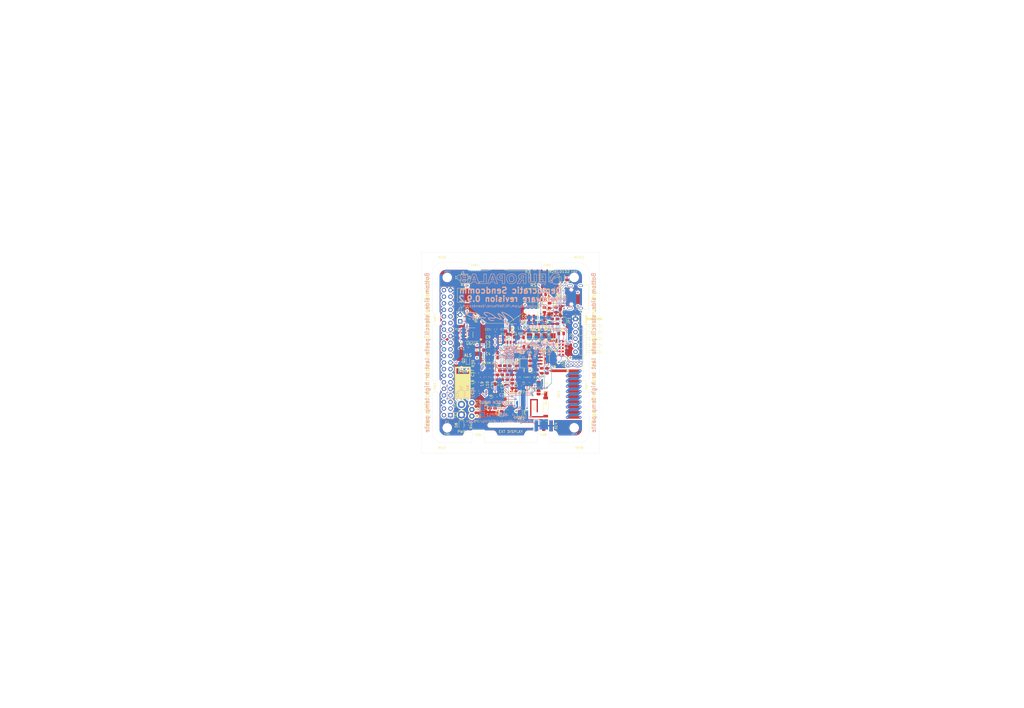
<source format=kicad_pcb>
(kicad_pcb (version 20171130) (host pcbnew 5.1.5+dfsg1-2build2)

  (general
    (thickness 1.6)
    (drawings 179)
    (tracks 1205)
    (zones 0)
    (modules 143)
    (nets 132)
  )

  (page A3)
  (title_block
    (title "Democratic Sendcomm")
    (date 2020-12-26)
    (rev 0.9.2)
    (company "Europalab Devices")
    (comment 1 "Copyright © 2020, Europalab Devices")
    (comment 2 "Fulfilling requirements of 20200210")
    (comment 3 "Pending quality assurance testing")
    (comment 4 "Release revision for manufacturing")
  )

  (layers
    (0 F.Cu signal)
    (1 In1.Cu power)
    (2 In2.Cu power)
    (31 B.Cu signal)
    (34 B.Paste user)
    (35 F.Paste user)
    (36 B.SilkS user)
    (37 F.SilkS user)
    (38 B.Mask user)
    (39 F.Mask user)
    (40 Dwgs.User user)
    (41 Cmts.User user)
    (44 Edge.Cuts user)
    (45 Margin user)
    (46 B.CrtYd user)
    (47 F.CrtYd user)
    (48 B.Fab user)
    (49 F.Fab user)
  )

  (setup
    (last_trace_width 0.09)
    (user_trace_width 0.1016)
    (user_trace_width 0.127)
    (user_trace_width 0.2)
    (trace_clearance 0.09)
    (zone_clearance 0.508)
    (zone_45_only no)
    (trace_min 0.09)
    (via_size 0.356)
    (via_drill 0.2)
    (via_min_size 0.356)
    (via_min_drill 0.2)
    (user_via 0.45 0.2)
    (user_via 0.6 0.3)
    (uvia_size 0.45)
    (uvia_drill 0.1)
    (uvias_allowed no)
    (uvia_min_size 0.45)
    (uvia_min_drill 0.1)
    (edge_width 0.1)
    (segment_width 0.1)
    (pcb_text_width 0.25)
    (pcb_text_size 1 1)
    (mod_edge_width 0.15)
    (mod_text_size 1 1)
    (mod_text_width 0.15)
    (pad_size 1.95 0.6)
    (pad_drill 0)
    (pad_to_mask_clearance 0)
    (aux_axis_origin 0 0)
    (visible_elements 7FFFFFFF)
    (pcbplotparams
      (layerselection 0x313fc_ffffffff)
      (usegerberextensions true)
      (usegerberattributes false)
      (usegerberadvancedattributes false)
      (creategerberjobfile false)
      (excludeedgelayer true)
      (linewidth 0.150000)
      (plotframeref false)
      (viasonmask false)
      (mode 1)
      (useauxorigin false)
      (hpglpennumber 1)
      (hpglpenspeed 20)
      (hpglpendiameter 15.000000)
      (psnegative false)
      (psa4output false)
      (plotreference true)
      (plotvalue true)
      (plotinvisibletext false)
      (padsonsilk false)
      (subtractmaskfromsilk false)
      (outputformat 1)
      (mirror false)
      (drillshape 0)
      (scaleselection 1)
      (outputdirectory "fabsingle"))
  )

  (net 0 "")
  (net 1 GND)
  (net 2 "Net-(AE1-Pad1)")
  (net 3 /Sheet5F53D5B4/RFSWPWR)
  (net 4 "Net-(C8-Pad1)")
  (net 5 /Sheet5F53D5B4/POWAMP)
  (net 6 "Net-(C13-Pad1)")
  (net 7 /Sheet5F53D5B4/HFOUT)
  (net 8 +3V3)
  (net 9 "Net-(C29-Pad1)")
  (net 10 /Sheet5F53D5B4/HPOUT)
  (net 11 /Sheet5F53D5B4/HFIN)
  (net 12 /Sheet5F53D5B4/BANDSEL)
  (net 13 "Net-(BT1-Pad1)")
  (net 14 /Sheet5F53D5B4/USB_BUS)
  (net 15 "Net-(C33-Pad1)")
  (net 16 "Net-(C34-Pad1)")
  (net 17 /Sheet5F53D5B4/CMDRST)
  (net 18 "Net-(D1-Pad2)")
  (net 19 "Net-(D1-Pad1)")
  (net 20 "Net-(D2-Pad1)")
  (net 21 "Net-(D2-Pad2)")
  (net 22 /Sheet5F53D5B4/USB_P)
  (net 23 /Sheet5F53D5B4/USB_N)
  (net 24 /Sheet60040980/ID_SD)
  (net 25 /Sheet60040980/ID_SC)
  (net 26 /Sheet5F53D5B4/SWDCLK)
  (net 27 "Net-(J3-Pad7)")
  (net 28 "Net-(J3-Pad8)")
  (net 29 "Net-(J4-Pad6)")
  (net 30 /Sheet5F53D5B4/CN_VBAT)
  (net 31 /Sheet5F53D5B4/XCEIV)
  (net 32 "Net-(AE5-Pad2)")
  (net 33 "Net-(C1-Pad1)")
  (net 34 "Net-(C7-Pad1)")
  (net 35 "Net-(C14-Pad1)")
  (net 36 "Net-(C17-Pad1)")
  (net 37 "Net-(C18-Pad2)")
  (net 38 "Net-(C19-Pad2)")
  (net 39 "Net-(C23-Pad2)")
  (net 40 "Net-(C23-Pad1)")
  (net 41 "Net-(C24-Pad1)")
  (net 42 "Net-(C24-Pad2)")
  (net 43 "Net-(C29-Pad2)")
  (net 44 "Net-(C33-Pad2)")
  (net 45 "Net-(C35-Pad2)")
  (net 46 "Net-(C40-Pad1)")
  (net 47 "Net-(J2-PadB5)")
  (net 48 "Net-(J2-PadA8)")
  (net 49 "Net-(J2-PadA5)")
  (net 50 "Net-(J2-PadB8)")
  (net 51 "Net-(J3-Pad2)")
  (net 52 "Net-(J3-Pad3)")
  (net 53 "Net-(J3-Pad4)")
  (net 54 "Net-(J3-Pad5)")
  (net 55 "Net-(J3-Pad10)")
  (net 56 "Net-(J3-Pad11)")
  (net 57 "Net-(J3-Pad12)")
  (net 58 "Net-(J3-Pad13)")
  (net 59 "Net-(J3-Pad15)")
  (net 60 "Net-(J3-Pad16)")
  (net 61 "Net-(J3-Pad18)")
  (net 62 "Net-(J3-Pad19)")
  (net 63 "Net-(J3-Pad21)")
  (net 64 "Net-(J3-Pad22)")
  (net 65 "Net-(J3-Pad23)")
  (net 66 "Net-(J3-Pad24)")
  (net 67 "Net-(J3-Pad26)")
  (net 68 "Net-(J3-Pad29)")
  (net 69 "Net-(J3-Pad31)")
  (net 70 "Net-(J3-Pad32)")
  (net 71 "Net-(J3-Pad33)")
  (net 72 "Net-(J3-Pad35)")
  (net 73 "Net-(J3-Pad36)")
  (net 74 "Net-(J3-Pad37)")
  (net 75 "Net-(J3-Pad38)")
  (net 76 "Net-(J3-Pad40)")
  (net 77 "Net-(J4-Pad7)")
  (net 78 "Net-(J4-Pad8)")
  (net 79 "Net-(J5-Pad2)")
  (net 80 "Net-(J5-Pad3)")
  (net 81 "Net-(J5-Pad6)")
  (net 82 "Net-(J6-Pad1)")
  (net 83 "Net-(L1-Pad2)")
  (net 84 "Net-(R3-Pad1)")
  (net 85 "Net-(R4-Pad1)")
  (net 86 "Net-(R4-Pad2)")
  (net 87 "Net-(U2-Pad5)")
  (net 88 "Net-(U3-PadG1)")
  (net 89 "Net-(U3-PadH1)")
  (net 90 "Net-(U3-PadE3)")
  (net 91 "Net-(U3-PadE4)")
  (net 92 "Net-(U3-PadF4)")
  (net 93 "Net-(U3-PadC7)")
  (net 94 "Net-(U3-PadD7)")
  (net 95 "Net-(U3-PadD8)")
  (net 96 "Net-(U5-Pad3)")
  (net 97 "Net-(U5-Pad4)")
  (net 98 "Net-(U8-Pad7)")
  (net 99 "Net-(U8-Pad3)")
  (net 100 "Net-(U8-Pad2)")
  (net 101 "Net-(U8-Pad1)")
  (net 102 "Net-(U9-Pad1)")
  (net 103 "Net-(U9-Pad2)")
  (net 104 "Net-(U9-Pad3)")
  (net 105 "Net-(U9-Pad7)")
  (net 106 /Sheet5F53D5B4/SWDIO)
  (net 107 "Net-(AE2-Pad1)")
  (net 108 "Net-(AE4-Pad1)")
  (net 109 "Net-(AE5-Pad1)")
  (net 110 "Net-(JP10-Pad1)")
  (net 111 "Net-(J6-Pad2)")
  (net 112 "Net-(J6-Pad3)")
  (net 113 "Net-(J6-Pad4)")
  (net 114 "Net-(J7-Pad1)")
  (net 115 "Net-(C95-Pad1)")
  (net 116 /TP_SCL)
  (net 117 /TP_SDA)
  (net 118 "Net-(J20-Pad6)")
  (net 119 "Net-(J20-Pad7)")
  (net 120 "Net-(J20-Pad8)")
  (net 121 "Net-(Q2-Pad2)")
  (net 122 EXT_UART_TX)
  (net 123 EXT_UART_RX)
  (net 124 "Net-(D8-Pad2)")
  (net 125 USB_TST)
  (net 126 "Net-(TP13-Pad1)")
  (net 127 "Net-(C94-Pad2)")
  (net 128 "Net-(C96-Pad1)")
  (net 129 /Sheet5F53D5B4/CRY_XIN-RSVD)
  (net 130 /Sheet5F53D5B4/CRY_XOUT-RSVD)
  (net 131 "Net-(C97-Pad1)")

  (net_class Default "This is the default net class."
    (clearance 0.09)
    (trace_width 0.09)
    (via_dia 0.356)
    (via_drill 0.2)
    (uvia_dia 0.45)
    (uvia_drill 0.1)
    (add_net +3V3)
    (add_net /Sheet5F53D5B4/BANDSEL)
    (add_net /Sheet5F53D5B4/CMDRST)
    (add_net /Sheet5F53D5B4/CN_VBAT)
    (add_net /Sheet5F53D5B4/CRY_XIN-RSVD)
    (add_net /Sheet5F53D5B4/CRY_XOUT-RSVD)
    (add_net /Sheet5F53D5B4/HFIN)
    (add_net /Sheet5F53D5B4/HFOUT)
    (add_net /Sheet5F53D5B4/HPOUT)
    (add_net /Sheet5F53D5B4/POWAMP)
    (add_net /Sheet5F53D5B4/RFSWPWR)
    (add_net /Sheet5F53D5B4/SWDCLK)
    (add_net /Sheet5F53D5B4/SWDIO)
    (add_net /Sheet5F53D5B4/USB_BUS)
    (add_net /Sheet5F53D5B4/USB_N)
    (add_net /Sheet5F53D5B4/USB_P)
    (add_net /Sheet5F53D5B4/XCEIV)
    (add_net /Sheet60040980/ID_SC)
    (add_net /Sheet60040980/ID_SD)
    (add_net /TP_SCL)
    (add_net /TP_SDA)
    (add_net EXT_UART_RX)
    (add_net EXT_UART_TX)
    (add_net GND)
    (add_net "Net-(AE1-Pad1)")
    (add_net "Net-(AE2-Pad1)")
    (add_net "Net-(AE4-Pad1)")
    (add_net "Net-(AE5-Pad1)")
    (add_net "Net-(AE5-Pad2)")
    (add_net "Net-(BT1-Pad1)")
    (add_net "Net-(C1-Pad1)")
    (add_net "Net-(C13-Pad1)")
    (add_net "Net-(C14-Pad1)")
    (add_net "Net-(C17-Pad1)")
    (add_net "Net-(C18-Pad2)")
    (add_net "Net-(C19-Pad2)")
    (add_net "Net-(C23-Pad1)")
    (add_net "Net-(C23-Pad2)")
    (add_net "Net-(C24-Pad1)")
    (add_net "Net-(C24-Pad2)")
    (add_net "Net-(C29-Pad1)")
    (add_net "Net-(C29-Pad2)")
    (add_net "Net-(C33-Pad1)")
    (add_net "Net-(C33-Pad2)")
    (add_net "Net-(C34-Pad1)")
    (add_net "Net-(C35-Pad2)")
    (add_net "Net-(C40-Pad1)")
    (add_net "Net-(C7-Pad1)")
    (add_net "Net-(C8-Pad1)")
    (add_net "Net-(C94-Pad2)")
    (add_net "Net-(C95-Pad1)")
    (add_net "Net-(C96-Pad1)")
    (add_net "Net-(C97-Pad1)")
    (add_net "Net-(D1-Pad1)")
    (add_net "Net-(D1-Pad2)")
    (add_net "Net-(D2-Pad1)")
    (add_net "Net-(D2-Pad2)")
    (add_net "Net-(D8-Pad2)")
    (add_net "Net-(J2-PadA5)")
    (add_net "Net-(J2-PadA8)")
    (add_net "Net-(J2-PadB5)")
    (add_net "Net-(J2-PadB8)")
    (add_net "Net-(J20-Pad6)")
    (add_net "Net-(J20-Pad7)")
    (add_net "Net-(J20-Pad8)")
    (add_net "Net-(J3-Pad10)")
    (add_net "Net-(J3-Pad11)")
    (add_net "Net-(J3-Pad12)")
    (add_net "Net-(J3-Pad13)")
    (add_net "Net-(J3-Pad15)")
    (add_net "Net-(J3-Pad16)")
    (add_net "Net-(J3-Pad18)")
    (add_net "Net-(J3-Pad19)")
    (add_net "Net-(J3-Pad2)")
    (add_net "Net-(J3-Pad21)")
    (add_net "Net-(J3-Pad22)")
    (add_net "Net-(J3-Pad23)")
    (add_net "Net-(J3-Pad24)")
    (add_net "Net-(J3-Pad26)")
    (add_net "Net-(J3-Pad29)")
    (add_net "Net-(J3-Pad3)")
    (add_net "Net-(J3-Pad31)")
    (add_net "Net-(J3-Pad32)")
    (add_net "Net-(J3-Pad33)")
    (add_net "Net-(J3-Pad35)")
    (add_net "Net-(J3-Pad36)")
    (add_net "Net-(J3-Pad37)")
    (add_net "Net-(J3-Pad38)")
    (add_net "Net-(J3-Pad4)")
    (add_net "Net-(J3-Pad40)")
    (add_net "Net-(J3-Pad5)")
    (add_net "Net-(J3-Pad7)")
    (add_net "Net-(J3-Pad8)")
    (add_net "Net-(J4-Pad6)")
    (add_net "Net-(J4-Pad7)")
    (add_net "Net-(J4-Pad8)")
    (add_net "Net-(J5-Pad2)")
    (add_net "Net-(J5-Pad3)")
    (add_net "Net-(J5-Pad6)")
    (add_net "Net-(J6-Pad1)")
    (add_net "Net-(J6-Pad2)")
    (add_net "Net-(J6-Pad3)")
    (add_net "Net-(J6-Pad4)")
    (add_net "Net-(J7-Pad1)")
    (add_net "Net-(JP10-Pad1)")
    (add_net "Net-(L1-Pad2)")
    (add_net "Net-(Q2-Pad2)")
    (add_net "Net-(R3-Pad1)")
    (add_net "Net-(R4-Pad1)")
    (add_net "Net-(R4-Pad2)")
    (add_net "Net-(TP13-Pad1)")
    (add_net "Net-(U2-Pad5)")
    (add_net "Net-(U3-PadC7)")
    (add_net "Net-(U3-PadD7)")
    (add_net "Net-(U3-PadD8)")
    (add_net "Net-(U3-PadE3)")
    (add_net "Net-(U3-PadE4)")
    (add_net "Net-(U3-PadF4)")
    (add_net "Net-(U3-PadG1)")
    (add_net "Net-(U3-PadH1)")
    (add_net "Net-(U5-Pad3)")
    (add_net "Net-(U5-Pad4)")
    (add_net "Net-(U8-Pad1)")
    (add_net "Net-(U8-Pad2)")
    (add_net "Net-(U8-Pad3)")
    (add_net "Net-(U8-Pad7)")
    (add_net "Net-(U9-Pad1)")
    (add_net "Net-(U9-Pad2)")
    (add_net "Net-(U9-Pad3)")
    (add_net "Net-(U9-Pad7)")
    (add_net USB_TST)
  )

  (net_class Power ""
    (clearance 0.2)
    (trace_width 0.5)
    (via_dia 1)
    (via_drill 0.7)
    (uvia_dia 0.5)
    (uvia_drill 0.1)
  )

  (module Elabdev:Panel_Mousetab_25mm_Single (layer F.Cu) (tedit 5CD9E502) (tstamp 5FEC726C)
    (at 222.5 179.75 90)
    (path /5CD9EB0D)
    (fp_text reference TAB8 (at 0 0) (layer F.SilkS)
      (effects (font (size 0.8 0.8) (thickness 0.13)))
    )
    (fp_text value Pantab (at -3.25 0 180) (layer F.Fab)
      (effects (font (size 1 1) (thickness 0.15)))
    )
    (fp_line (start 1.25 -2.2) (end 1.25 2.2) (layer F.Fab) (width 0.15))
    (fp_line (start -1.25 -2.2) (end -1.25 2.2) (layer F.Fab) (width 0.15))
    (fp_line (start 2.1 -2.6) (end 2.1 2.6) (layer F.CrtYd) (width 0.15))
    (fp_line (start 2.1 2.6) (end -2.1 2.6) (layer F.CrtYd) (width 0.15))
    (fp_line (start -2.1 2.6) (end -2.1 -2.6) (layer F.CrtYd) (width 0.15))
    (fp_line (start -2.1 -2.6) (end 2.1 -2.6) (layer F.CrtYd) (width 0.15))
    (pad "" np_thru_hole circle (at 1.35 2 90) (size 0.5 0.5) (drill 0.5) (layers *.Cu))
    (pad "" np_thru_hole circle (at 1.35 1.2 90) (size 0.5 0.5) (drill 0.5) (layers *.Cu))
    (pad "" np_thru_hole circle (at 1.35 0.4 90) (size 0.5 0.5) (drill 0.5) (layers *.Cu))
    (pad "" np_thru_hole circle (at 1.35 -0.4 90) (size 0.5 0.5) (drill 0.5) (layers *.Cu))
    (pad "" np_thru_hole circle (at 1.35 -1.2 90) (size 0.5 0.5) (drill 0.5) (layers *.Cu))
    (pad "" np_thru_hole circle (at 1.35 -2 90) (size 0.5 0.5) (drill 0.5) (layers *.Cu))
  )

  (module Capacitor_SMD:C_0805_2012Metric (layer F.Cu) (tedit 5B36C52B) (tstamp 5FEB8111)
    (at 211.5 143.0625 270)
    (descr "Capacitor SMD 0805 (2012 Metric), square (rectangular) end terminal, IPC_7351 nominal, (Body size source: https://docs.google.com/spreadsheets/d/1BsfQQcO9C6DZCsRaXUlFlo91Tg2WpOkGARC1WS5S8t0/edit?usp=sharing), generated with kicad-footprint-generator")
    (tags capacitor)
    (path /5F53D5B5/5F609CF5)
    (attr smd)
    (fp_text reference C19 (at -2.0625 0 180) (layer F.SilkS)
      (effects (font (size 0.7 0.7) (thickness 0.1)))
    )
    (fp_text value 15pF (at 0 1.65 90) (layer F.Fab)
      (effects (font (size 1 1) (thickness 0.15)))
    )
    (fp_line (start -1 0.6) (end -1 -0.6) (layer F.Fab) (width 0.1))
    (fp_line (start -1 -0.6) (end 1 -0.6) (layer F.Fab) (width 0.1))
    (fp_line (start 1 -0.6) (end 1 0.6) (layer F.Fab) (width 0.1))
    (fp_line (start 1 0.6) (end -1 0.6) (layer F.Fab) (width 0.1))
    (fp_line (start -0.258578 -0.71) (end 0.258578 -0.71) (layer F.SilkS) (width 0.12))
    (fp_line (start -0.258578 0.71) (end 0.258578 0.71) (layer F.SilkS) (width 0.12))
    (fp_line (start -1.68 0.95) (end -1.68 -0.95) (layer F.CrtYd) (width 0.05))
    (fp_line (start -1.68 -0.95) (end 1.68 -0.95) (layer F.CrtYd) (width 0.05))
    (fp_line (start 1.68 -0.95) (end 1.68 0.95) (layer F.CrtYd) (width 0.05))
    (fp_line (start 1.68 0.95) (end -1.68 0.95) (layer F.CrtYd) (width 0.05))
    (fp_text user %R (at 0 0 90) (layer F.Fab)
      (effects (font (size 0.5 0.5) (thickness 0.08)))
    )
    (pad 1 smd roundrect (at -0.9375 0 270) (size 0.975 1.4) (layers F.Cu F.Paste F.Mask) (roundrect_rratio 0.25)
      (net 1 GND))
    (pad 2 smd roundrect (at 0.9375 0 270) (size 0.975 1.4) (layers F.Cu F.Paste F.Mask) (roundrect_rratio 0.25)
      (net 38 "Net-(C19-Pad2)"))
    (model ${KISYS3DMOD}/Capacitor_SMD.3dshapes/C_0805_2012Metric.wrl
      (at (xyz 0 0 0))
      (scale (xyz 1 1 1))
      (rotate (xyz 0 0 0))
    )
  )

  (module Elabdev:Meinkuerzel_signature_480DPI (layer B.Cu) (tedit 0) (tstamp 5FBE809B)
    (at 202 134 180)
    (fp_text reference G1 (at 0 0) (layer B.SilkS) hide
      (effects (font (size 1.524 1.524) (thickness 0.3)) (justify mirror))
    )
    (fp_text value Meinkuerzel_signature (at 0.75 0) (layer B.SilkS) hide
      (effects (font (size 1.524 1.524) (thickness 0.3)) (justify mirror))
    )
    (fp_poly (pts (xy 7.849084 1.675651) (xy 8.303148 1.632827) (xy 8.685942 1.550363) (xy 8.876057 1.481326)
      (xy 9.07938 1.34976) (xy 9.204465 1.178624) (xy 9.241225 0.986809) (xy 9.210768 0.854557)
      (xy 9.078684 0.643748) (xy 8.864557 0.429964) (xy 8.589687 0.233059) (xy 8.471807 0.165759)
      (xy 8.232808 0.053863) (xy 7.923436 -0.068816) (xy 7.576824 -0.190996) (xy 7.226108 -0.301392)
      (xy 6.904421 -0.388723) (xy 6.731621 -0.426811) (xy 6.398868 -0.490816) (xy 6.556265 -0.586535)
      (xy 6.736632 -0.743549) (xy 6.819572 -0.938245) (xy 6.82625 -1.022915) (xy 6.780462 -1.15416)
      (xy 6.660466 -1.295963) (xy 6.49231 -1.424979) (xy 6.30204 -1.517866) (xy 6.258842 -1.531402)
      (xy 6.0446 -1.569955) (xy 5.805186 -1.581627) (xy 5.582286 -1.566858) (xy 5.417587 -1.526091)
      (xy 5.409578 -1.522402) (xy 5.285381 -1.409276) (xy 5.232727 -1.237525) (xy 5.243042 -1.133742)
      (xy 5.545646 -1.133742) (xy 5.569322 -1.243922) (xy 5.599007 -1.270742) (xy 5.725804 -1.30367)
      (xy 5.911501 -1.301091) (xy 6.117136 -1.267785) (xy 6.303743 -1.20853) (xy 6.368163 -1.176419)
      (xy 6.483421 -1.090411) (xy 6.547775 -1.006994) (xy 6.550669 -0.996984) (xy 6.519163 -0.903747)
      (xy 6.404517 -0.814537) (xy 6.229026 -0.742568) (xy 6.060328 -0.706358) (xy 5.903418 -0.693399)
      (xy 5.806355 -0.717484) (xy 5.726223 -0.79035) (xy 5.718194 -0.79992) (xy 5.596762 -0.979847)
      (xy 5.545646 -1.133742) (xy 5.243042 -1.133742) (xy 5.253531 -1.028227) (xy 5.344918 -0.810631)
      (xy 5.442538 -0.642303) (xy 5.295353 -0.646487) (xy 5.12125 -0.625399) (xy 5.035885 -0.550663)
      (xy 5.027083 -0.501447) (xy 5.075804 -0.410776) (xy 5.222941 -0.351671) (xy 5.469958 -0.32355)
      (xy 5.476875 -0.323261) (xy 5.599677 -0.314345) (xy 5.697993 -0.289875) (xy 5.794712 -0.235966)
      (xy 5.912725 -0.138734) (xy 6.074923 0.015705) (xy 6.138333 0.077935) (xy 6.357426 0.284825)
      (xy 6.520758 0.415811) (xy 6.63982 0.476704) (xy 6.726105 0.473318) (xy 6.791106 0.411464)
      (xy 6.792772 0.408883) (xy 6.813029 0.349999) (xy 6.787897 0.281807) (xy 6.704882 0.184844)
      (xy 6.561666 0.048946) (xy 6.270625 -0.217166) (xy 6.532899 -0.183078) (xy 6.900304 -0.115245)
      (xy 7.289474 -0.008645) (xy 7.678243 0.127507) (xy 8.044445 0.283994) (xy 8.365914 0.451601)
      (xy 8.620483 0.621112) (xy 8.749193 0.738377) (xy 8.856936 0.865956) (xy 8.92727 0.965202)
      (xy 8.942916 1.001728) (xy 8.895983 1.084773) (xy 8.773369 1.176095) (xy 8.602358 1.259484)
      (xy 8.410231 1.318727) (xy 8.408998 1.318992) (xy 8.149682 1.354937) (xy 7.8128 1.371973)
      (xy 7.424917 1.370093) (xy 7.012599 1.349291) (xy 6.686734 1.319437) (xy 6.066773 1.222977)
      (xy 5.517194 1.081213) (xy 5.043989 0.897075) (xy 4.653152 0.673494) (xy 4.350673 0.413401)
      (xy 4.142546 0.119727) (xy 4.114637 0.061443) (xy 4.047094 -0.15251) (xy 4.06025 -0.336634)
      (xy 4.160207 -0.518581) (xy 4.270456 -0.644496) (xy 4.390411 -0.79173) (xy 4.431252 -0.900383)
      (xy 4.427296 -0.922309) (xy 4.357272 -0.99719) (xy 4.242023 -0.977517) (xy 4.082983 -0.863726)
      (xy 4.010682 -0.795217) (xy 3.879838 -0.680755) (xy 3.765594 -0.608691) (xy 3.712637 -0.594925)
      (xy 3.6215 -0.594723) (xy 3.455888 -0.585507) (xy 3.246599 -0.569127) (xy 3.175 -0.562633)
      (xy 2.951086 -0.544014) (xy 2.793821 -0.54282) (xy 2.664643 -0.565021) (xy 2.524987 -0.61659)
      (xy 2.371034 -0.687127) (xy 2.100169 -0.795663) (xy 1.89262 -0.837972) (xy 1.841867 -0.837015)
      (xy 1.72083 -0.812158) (xy 1.663036 -0.745697) (xy 1.637803 -0.635) (xy 1.623821 -0.491701)
      (xy 1.628566 -0.389706) (xy 1.630235 -0.383646) (xy 1.692219 -0.322789) (xy 1.789679 -0.330876)
      (xy 1.885465 -0.399867) (xy 1.916539 -0.445597) (xy 1.984375 -0.573694) (xy 2.371569 -0.384068)
      (xy 2.758764 -0.194442) (xy 3.165319 -0.256321) (xy 3.413597 -0.293214) (xy 3.576071 -0.310583)
      (xy 3.67165 -0.304292) (xy 3.719238 -0.270208) (xy 3.737742 -0.204195) (xy 3.744012 -0.129767)
      (xy 3.817818 0.177969) (xy 3.989413 0.470621) (xy 4.251219 0.74303) (xy 4.595656 0.99004)
      (xy 5.015149 1.206492) (xy 5.502117 1.387229) (xy 6.048984 1.527094) (xy 6.228561 1.561184)
      (xy 6.794861 1.64034) (xy 7.340678 1.678326) (xy 7.849084 1.675651)) (layer B.SilkS) (width 0.01))
    (fp_poly (pts (xy -4.580024 1.756567) (xy -4.544854 1.74305) (xy -4.466016 1.67622) (xy -4.437143 1.580417)
      (xy -4.461964 1.447967) (xy -4.544204 1.271201) (xy -4.68759 1.042447) (xy -4.895848 0.754033)
      (xy -5.172705 0.39829) (xy -5.237349 0.3175) (xy -5.411926 0.098408) (xy -5.577817 -0.112809)
      (xy -5.714811 -0.290245) (xy -5.794689 -0.396875) (xy -5.948296 -0.608542) (xy -5.791961 -0.468507)
      (xy -5.700695 -0.392772) (xy -5.541009 -0.266466) (xy -5.329307 -0.10231) (xy -5.081994 0.086977)
      (xy -4.815472 0.288675) (xy -4.815417 0.288716) (xy -4.345432 0.631252) (xy -3.946225 0.897872)
      (xy -3.615767 1.089474) (xy -3.352032 1.206955) (xy -3.152989 1.251211) (xy -3.016612 1.223138)
      (xy -2.940872 1.123633) (xy -2.939055 1.118116) (xy -2.92791 1.023519) (xy -2.955738 0.908417)
      (xy -3.029742 0.759005) (xy -3.157121 0.561475) (xy -3.345079 0.302021) (xy -3.409058 0.217037)
      (xy -3.654587 -0.113597) (xy -3.860834 -0.404313) (xy -4.022275 -0.646491) (xy -4.133388 -0.831509)
      (xy -4.188652 -0.950744) (xy -4.185335 -0.994958) (xy -4.120655 -0.981486) (xy -3.976478 -0.932768)
      (xy -3.770527 -0.855371) (xy -3.520529 -0.755864) (xy -3.349225 -0.685128) (xy -3.06462 -0.570045)
      (xy -2.797019 -0.469163) (xy -2.569108 -0.390505) (xy -2.403576 -0.342097) (xy -2.349431 -0.331513)
      (xy -2.183877 -0.291941) (xy -2.07811 -0.206425) (xy -2.041672 -0.151915) (xy -1.850086 0.096101)
      (xy -1.567603 0.354844) (xy -1.207453 0.616123) (xy -0.78287 0.87175) (xy -0.307084 1.113536)
      (xy 0.206672 1.333293) (xy 0.574448 1.467145) (xy 0.853452 1.556991) (xy 1.074831 1.61415)
      (xy 1.278935 1.645957) (xy 1.506112 1.659747) (xy 1.647661 1.662241) (xy 1.89537 1.661355)
      (xy 2.061526 1.650821) (xy 2.170245 1.626908) (xy 2.245641 1.585888) (xy 2.269431 1.566069)
      (xy 2.364656 1.413892) (xy 2.378536 1.21834) (xy 2.31231 1.002224) (xy 2.231511 0.867835)
      (xy 2.055394 0.653788) (xy 1.846452 0.444397) (xy 1.622129 0.252501) (xy 1.399873 0.090942)
      (xy 1.19713 -0.02744) (xy 1.031346 -0.089804) (xy 0.931657 -0.088852) (xy 0.853749 -0.025156)
      (xy 0.874571 0.06423) (xy 0.991583 0.174246) (xy 1.09802 0.242886) (xy 1.314624 0.387246)
      (xy 1.527802 0.560014) (xy 1.72429 0.746283) (xy 1.890825 0.931146) (xy 2.014146 1.099697)
      (xy 2.080988 1.237027) (xy 2.078088 1.32823) (xy 2.071165 1.336667) (xy 1.954541 1.387475)
      (xy 1.756832 1.400928) (xy 1.494763 1.380087) (xy 1.185063 1.328013) (xy 0.844457 1.247766)
      (xy 0.489674 1.142406) (xy 0.137439 1.014995) (xy -0.00172 0.957368) (xy -0.385109 0.777304)
      (xy -0.74297 0.581237) (xy -1.065571 0.377182) (xy -1.343179 0.173152) (xy -1.566062 -0.022838)
      (xy -1.724487 -0.202776) (xy -1.808722 -0.358647) (xy -1.809035 -0.482438) (xy -1.789329 -0.514562)
      (xy -1.69188 -0.558953) (xy -1.49842 -0.578536) (xy -1.2158 -0.573404) (xy -0.850872 -0.543648)
      (xy -0.464887 -0.496867) (xy -0.056607 -0.452123) (xy 0.260382 -0.442712) (xy 0.494773 -0.469264)
      (xy 0.655256 -0.532408) (xy 0.714552 -0.58228) (xy 0.776217 -0.725165) (xy 0.746162 -0.908878)
      (xy 0.632079 -1.115352) (xy 0.45893 -1.290216) (xy 0.2117 -1.450188) (xy -0.085638 -1.588107)
      (xy -0.409112 -1.696809) (xy -0.734748 -1.769134) (xy -1.038572 -1.797919) (xy -1.296612 -1.776003)
      (xy -1.42875 -1.731015) (xy -1.546706 -1.617759) (xy -1.577815 -1.519827) (xy -1.560687 -1.389395)
      (xy -1.486335 -1.336349) (xy -1.378138 -1.369493) (xy -1.317893 -1.421952) (xy -1.19986 -1.505637)
      (xy -1.092449 -1.534584) (xy -0.859949 -1.513387) (xy -0.579373 -1.457345) (xy -0.297878 -1.377776)
      (xy -0.068589 -1.288836) (xy 0.116249 -1.181832) (xy 0.284174 -1.050661) (xy 0.411262 -0.917533)
      (xy 0.473586 -0.804658) (xy 0.47625 -0.783054) (xy 0.425256 -0.757675) (xy 0.277287 -0.748743)
      (xy 0.039858 -0.755912) (xy -0.279513 -0.778835) (xy -0.673311 -0.817167) (xy -0.956033 -0.849048)
      (xy -1.308534 -0.882196) (xy -1.57585 -0.8857) (xy -1.774982 -0.85746) (xy -1.922933 -0.795374)
      (xy -2.017888 -0.717835) (xy -2.096716 -0.653738) (xy -2.190635 -0.62131) (xy -2.313833 -0.623423)
      (xy -2.480498 -0.662945) (xy -2.704818 -0.742748) (xy -3.00098 -0.865702) (xy -3.216817 -0.960383)
      (xy -3.585839 -1.11854) (xy -3.874386 -1.227749) (xy -4.094462 -1.290524) (xy -4.258069 -1.309381)
      (xy -4.377212 -1.286836) (xy -4.463891 -1.225404) (xy -4.466704 -1.222337) (xy -4.518051 -1.14061)
      (xy -4.530831 -1.040781) (xy -4.500098 -0.912213) (xy -4.420902 -0.744269) (xy -4.288295 -0.526313)
      (xy -4.097327 -0.247708) (xy -3.863138 0.07498) (xy -3.679345 0.325213) (xy -3.519393 0.545064)
      (xy -3.393108 0.720859) (xy -3.310313 0.838921) (xy -3.280834 0.885525) (xy -3.323557 0.888476)
      (xy -3.399896 0.869711) (xy -3.542096 0.805036) (xy -3.750284 0.678102) (xy -4.027571 0.486762)
      (xy -4.377062 0.228867) (xy -4.801868 -0.097732) (xy -4.81991 -0.111817) (xy -5.187034 -0.396401)
      (xy -5.482932 -0.620081) (xy -5.717862 -0.789492) (xy -5.902078 -0.911266) (xy -6.045837 -0.99204)
      (xy -6.159396 -1.038447) (xy -6.25301 -1.057121) (xy -6.283148 -1.058333) (xy -6.40378 -1.045849)
      (xy -6.450441 -0.994435) (xy -6.455563 -0.939271) (xy -6.445942 -0.865735) (xy -6.412644 -0.776476)
      (xy -6.348546 -0.66103) (xy -6.24652 -0.508935) (xy -6.099443 -0.309727) (xy -5.90019 -0.052942)
      (xy -5.641635 0.271882) (xy -5.570553 0.360397) (xy -5.363566 0.620769) (xy -5.174974 0.863504)
      (xy -5.016826 1.072659) (xy -4.901172 1.23229) (xy -4.84006 1.326453) (xy -4.839117 1.328251)
      (xy -4.786636 1.436383) (xy -4.790145 1.473528) (xy -4.856494 1.462433) (xy -4.877731 1.456477)
      (xy -4.973599 1.420322) (xy -5.140081 1.348706) (xy -5.352621 1.252468) (xy -5.55625 1.156974)
      (xy -6.094525 0.881508) (xy -6.644499 0.565345) (xy -7.182748 0.223911) (xy -7.685848 -0.12737)
      (xy -8.130378 -0.473072) (xy -8.424687 -0.732038) (xy -8.650145 -0.95487) (xy -8.800069 -1.131002)
      (xy -8.884377 -1.276175) (xy -8.912984 -1.406131) (xy -8.905425 -1.495188) (xy -8.906488 -1.61853)
      (xy -8.964006 -1.672137) (xy -9.075823 -1.672519) (xy -9.156792 -1.593028) (xy -9.200558 -1.456755)
      (xy -9.200763 -1.286789) (xy -9.151052 -1.106218) (xy -9.131299 -1.06447) (xy -9.024915 -0.913844)
      (xy -8.843627 -0.718433) (xy -8.601654 -0.490528) (xy -8.313213 -0.242422) (xy -7.992524 0.013592)
      (xy -7.653804 0.265222) (xy -7.3545 0.471681) (xy -6.896098 0.764541) (xy -6.449337 1.028776)
      (xy -6.024338 1.259805) (xy -5.631223 1.453048) (xy -5.280112 1.603926) (xy -4.981128 1.707858)
      (xy -4.744392 1.760265) (xy -4.580024 1.756567)) (layer B.SilkS) (width 0.01))
  )

  (module Elabdev:Panel_Mousetab_25mm_Single (layer F.Cu) (tedit 5CD9E59A) (tstamp 5FBE7343)
    (at 224 114.25 270)
    (path /5CD5C3A7)
    (fp_text reference TAB5 (at 0 0 180) (layer F.SilkS)
      (effects (font (size 0.8 0.8) (thickness 0.13)))
    )
    (fp_text value Pantab (at 0 -3.5 270) (layer F.Fab)
      (effects (font (size 1 1) (thickness 0.15)))
    )
    (fp_line (start -2.1 -2.6) (end 2.1 -2.6) (layer F.CrtYd) (width 0.15))
    (fp_line (start -2.1 2.6) (end -2.1 -2.6) (layer F.CrtYd) (width 0.15))
    (fp_line (start 2.1 2.6) (end -2.1 2.6) (layer F.CrtYd) (width 0.15))
    (fp_line (start 2.1 -2.6) (end 2.1 2.6) (layer F.CrtYd) (width 0.15))
    (fp_line (start -1.25 -2.2) (end -1.25 2.2) (layer F.Fab) (width 0.15))
    (fp_line (start 1.25 -2.2) (end 1.25 2.2) (layer F.Fab) (width 0.15))
    (pad "" np_thru_hole circle (at 1.35 -2 270) (size 0.5 0.5) (drill 0.5) (layers *.Cu))
    (pad "" np_thru_hole circle (at 1.35 -1.2 270) (size 0.5 0.5) (drill 0.5) (layers *.Cu))
    (pad "" np_thru_hole circle (at 1.35 -0.4 270) (size 0.5 0.5) (drill 0.5) (layers *.Cu))
    (pad "" np_thru_hole circle (at 1.35 0.4 270) (size 0.5 0.5) (drill 0.5) (layers *.Cu))
    (pad "" np_thru_hole circle (at 1.35 1.2 270) (size 0.5 0.5) (drill 0.5) (layers *.Cu))
    (pad "" np_thru_hole circle (at 1.35 2 270) (size 0.5 0.5) (drill 0.5) (layers *.Cu))
  )

  (module Elabdev:Elablogoslk-Gfx (layer B.Cu) (tedit 0) (tstamp 5FBDF7AF)
    (at 210 119.5 180)
    (fp_text reference G** (at 0 0) (layer B.SilkS) hide
      (effects (font (size 1.524 1.524) (thickness 0.3)) (justify mirror))
    )
    (fp_text value Elablogoslk (at 0.75 0) (layer B.SilkS) hide
      (effects (font (size 1.524 1.524) (thickness 0.3)) (justify mirror))
    )
    (fp_poly (pts (xy -15.405836 -0.675184) (xy -15.287483 -0.702055) (xy -15.188143 -0.754619) (xy -15.108772 -0.827765)
      (xy -15.050327 -0.916382) (xy -15.013763 -1.015359) (xy -15.000037 -1.119584) (xy -15.010104 -1.223945)
      (xy -15.04492 -1.323332) (xy -15.105441 -1.412633) (xy -15.192623 -1.486737) (xy -15.24833 -1.517344)
      (xy -15.356716 -1.550357) (xy -15.476625 -1.557984) (xy -15.592872 -1.539403) (xy -15.602283 -1.53653)
      (xy -15.678123 -1.497127) (xy -15.752493 -1.432517) (xy -15.815972 -1.352895) (xy -15.859141 -1.268459)
      (xy -15.864155 -1.2531) (xy -15.88425 -1.176683) (xy -15.891257 -1.117668) (xy -15.885212 -1.059627)
      (xy -15.866149 -0.986134) (xy -15.864727 -0.981328) (xy -15.815988 -0.8777) (xy -15.739972 -0.790432)
      (xy -15.643773 -0.72426) (xy -15.534487 -0.683915) (xy -15.419207 -0.674131) (xy -15.405836 -0.675184)) (layer B.Mask) (width 0.01))
    (fp_poly (pts (xy 17.476107 1.827609) (xy 17.687258 1.825899) (xy 17.865618 1.824237) (xy 18.014678 1.822477)
      (xy 18.137934 1.82047) (xy 18.238879 1.818068) (xy 18.321005 1.815122) (xy 18.387806 1.811484)
      (xy 18.442776 1.807007) (xy 18.489407 1.801541) (xy 18.531194 1.794939) (xy 18.57163 1.787052)
      (xy 18.6055 1.779685) (xy 18.771822 1.733432) (xy 18.923911 1.673315) (xy 19.054677 1.602656)
      (xy 19.157033 1.524776) (xy 19.164226 1.5179) (xy 19.246251 1.417951) (xy 19.315464 1.294688)
      (xy 19.365371 1.16053) (xy 19.377923 1.109275) (xy 19.39052 1.010407) (xy 19.393203 0.893754)
      (xy 19.386762 0.771789) (xy 19.371983 0.656983) (xy 19.349655 0.561808) (xy 19.341939 0.539811)
      (xy 19.283862 0.430962) (xy 19.19941 0.326298) (xy 19.097976 0.236127) (xy 19.019624 0.185927)
      (xy 18.914298 0.12941) (xy 18.968542 0.109123) (xy 19.093064 0.054672) (xy 19.194891 -0.009335)
      (xy 19.285933 -0.089714) (xy 19.390804 -0.214403) (xy 19.467199 -0.350129) (xy 19.516977 -0.501894)
      (xy 19.541997 -0.674698) (xy 19.545898 -0.789214) (xy 19.53245 -0.987132) (xy 19.491752 -1.163006)
      (xy 19.423278 -1.317328) (xy 19.326496 -1.450588) (xy 19.200879 -1.563277) (xy 19.045898 -1.655885)
      (xy 18.861023 -1.728905) (xy 18.645726 -1.782826) (xy 18.442214 -1.81358) (xy 18.390712 -1.817354)
      (xy 18.307346 -1.820878) (xy 18.196536 -1.82407) (xy 18.062704 -1.826851) (xy 17.910272 -1.829142)
      (xy 17.743659 -1.830864) (xy 17.567287 -1.831936) (xy 17.403536 -1.83228) (xy 16.528143 -1.832429)
      (xy 16.528143 -1.197429) (xy 17.471571 -1.197429) (xy 17.812474 -1.197429) (xy 17.960507 -1.19621)
      (xy 18.077011 -1.192363) (xy 18.166668 -1.185602) (xy 18.234157 -1.175639) (xy 18.257984 -1.170182)
      (xy 18.384709 -1.1231) (xy 18.482481 -1.054854) (xy 18.552639 -0.964254) (xy 18.589417 -0.8761)
      (xy 18.611394 -0.756961) (xy 18.608994 -0.636283) (xy 18.583832 -0.523232) (xy 18.537525 -0.426977)
      (xy 18.502598 -0.383459) (xy 18.44707 -0.333771) (xy 18.385424 -0.294593) (xy 18.312843 -0.264829)
      (xy 18.22451 -0.243381) (xy 18.115607 -0.229153) (xy 17.981316 -0.221046) (xy 17.816821 -0.217964)
      (xy 17.775464 -0.217851) (xy 17.471571 -0.217714) (xy 17.471571 -1.197429) (xy 16.528143 -1.197429)
      (xy 16.528143 1.197428) (xy 17.471571 1.197428) (xy 17.471571 0.417286) (xy 17.804933 0.417286)
      (xy 17.937918 0.418126) (xy 18.040036 0.420891) (xy 18.116671 0.425945) (xy 18.173209 0.433651)
      (xy 18.215035 0.444376) (xy 18.217426 0.445205) (xy 18.319056 0.498467) (xy 18.395331 0.575146)
      (xy 18.444205 0.67085) (xy 18.463631 0.781188) (xy 18.451564 0.901769) (xy 18.443884 0.931299)
      (xy 18.396902 1.030842) (xy 18.322562 1.110813) (xy 18.227195 1.165118) (xy 18.18819 1.177399)
      (xy 18.143627 1.184049) (xy 18.070672 1.189765) (xy 17.977218 1.19415) (xy 17.871155 1.196808)
      (xy 17.790109 1.197428) (xy 17.471571 1.197428) (xy 16.528143 1.197428) (xy 16.528143 1.835008)
      (xy 17.476107 1.827609)) (layer B.Mask) (width 0.01))
    (fp_poly (pts (xy 14.119941 1.828149) (xy 14.684369 1.823357) (xy 15.359475 0) (xy 16.034582 -1.823357)
      (xy 15.571079 -1.828205) (xy 15.445094 -1.82918) (xy 15.331429 -1.829406) (xy 15.235013 -1.828925)
      (xy 15.160777 -1.827781) (xy 15.11365 -1.826018) (xy 15.098562 -1.824039) (xy 15.090052 -1.80483)
      (xy 15.071782 -1.756797) (xy 15.045759 -1.68544) (xy 15.013987 -1.59626) (xy 14.978473 -1.494759)
      (xy 14.977731 -1.49262) (xy 14.865914 -1.170214) (xy 14.120645 -1.165479) (xy 13.375375 -1.160744)
      (xy 13.306737 -1.355979) (xy 13.272699 -1.452448) (xy 13.236904 -1.553325) (xy 13.204622 -1.643779)
      (xy 13.188986 -1.687286) (xy 13.139873 -1.823357) (xy 12.664678 -1.828197) (xy 12.53823 -1.828961)
      (xy 12.425118 -1.828639) (xy 12.329969 -1.827326) (xy 12.257408 -1.825117) (xy 12.212064 -1.822108)
      (xy 12.19843 -1.818559) (xy 12.205849 -1.799875) (xy 12.225002 -1.749455) (xy 12.255032 -1.669593)
      (xy 12.295087 -1.562586) (xy 12.34431 -1.430729) (xy 12.401847 -1.276318) (xy 12.466842 -1.101648)
      (xy 12.538441 -0.909015) (xy 12.615789 -0.700714) (xy 12.69803 -0.479041) (xy 12.702348 -0.467391)
      (xy 13.614056 -0.467391) (xy 13.61958 -0.47467) (xy 13.636172 -0.480187) (xy 13.66764 -0.484184)
      (xy 13.717795 -0.486904) (xy 13.790447 -0.488587) (xy 13.889405 -0.489478) (xy 14.01848 -0.489817)
      (xy 14.115143 -0.489857) (xy 14.270607 -0.489531) (xy 14.392961 -0.488457) (xy 14.485375 -0.486493)
      (xy 14.551022 -0.483496) (xy 14.59307 -0.479323) (xy 14.614692 -0.473831) (xy 14.619171 -0.467179)
      (xy 14.611769 -0.445613) (xy 14.593892 -0.393441) (xy 14.566814 -0.314385) (xy 14.53181 -0.212168)
      (xy 14.490155 -0.090515) (xy 14.443125 0.046852) (xy 14.391994 0.196209) (xy 14.367839 0.266773)
      (xy 14.315439 0.418794) (xy 14.266379 0.559098) (xy 14.221933 0.684192) (xy 14.183374 0.790582)
      (xy 14.151976 0.874778) (xy 14.129011 0.933285) (xy 14.115754 0.96261) (xy 14.11319 0.965273)
      (xy 14.105039 0.945854) (xy 14.08648 0.895813) (xy 14.058824 0.818867) (xy 14.023386 0.718735)
      (xy 13.981478 0.599134) (xy 13.934414 0.463783) (xy 13.883507 0.316398) (xy 13.865167 0.263071)
      (xy 13.813057 0.111504) (xy 13.764295 -0.030104) (xy 13.720215 -0.157901) (xy 13.682146 -0.268036)
      (xy 13.651421 -0.356659) (xy 13.629372 -0.419918) (xy 13.617329 -0.453964) (xy 13.615787 -0.458107)
      (xy 13.614056 -0.467391) (xy 12.702348 -0.467391) (xy 12.784311 -0.246291) (xy 12.842155 -0.090148)
      (xy 12.931409 0.150825) (xy 13.017702 0.38378) (xy 13.100126 0.606258) (xy 13.177768 0.815802)
      (xy 13.249717 1.009954) (xy 13.315063 1.186256) (xy 13.372895 1.34225) (xy 13.422301 1.47548)
      (xy 13.462371 1.583486) (xy 13.492193 1.663811) (xy 13.510857 1.713998) (xy 13.516223 1.728364)
      (xy 13.555513 1.832942) (xy 14.119941 1.828149)) (layer B.Mask) (width 0.01))
    (fp_poly (pts (xy 10.359571 -1.124857) (xy 12.028714 -1.124857) (xy 12.028714 -1.832429) (xy 9.416143 -1.832429)
      (xy 9.416143 1.832429) (xy 10.359571 1.832429) (xy 10.359571 -1.124857)) (layer B.Mask) (width 0.01))
    (fp_poly (pts (xy 8.199353 0.127) (xy 8.288425 -0.113439) (xy 8.374711 -0.34635) (xy 8.457277 -0.569212)
      (xy 8.535188 -0.7795) (xy 8.607508 -0.974691) (xy 8.673302 -1.152261) (xy 8.731636 -1.309687)
      (xy 8.781574 -1.444447) (xy 8.822182 -1.554015) (xy 8.852524 -1.63587) (xy 8.871666 -1.687486)
      (xy 8.876754 -1.701194) (xy 8.925739 -1.83303) (xy 8.45225 -1.828194) (xy 7.97876 -1.823357)
      (xy 7.866169 -1.496786) (xy 7.753577 -1.170214) (xy 6.263113 -1.160744) (xy 6.215979 -1.292479)
      (xy 6.18957 -1.366538) (xy 6.156119 -1.460694) (xy 6.120643 -1.560816) (xy 6.098384 -1.623786)
      (xy 6.027922 -1.823357) (xy 5.555303 -1.828192) (xy 5.082684 -1.833026) (xy 5.109 -1.764692)
      (xy 5.118841 -1.738485) (xy 5.140399 -1.680606) (xy 5.172801 -1.59341) (xy 5.215173 -1.479255)
      (xy 5.26664 -1.3405) (xy 5.32633 -1.1795) (xy 5.393368 -0.998613) (xy 5.46688 -0.800198)
      (xy 5.545992 -0.586611) (xy 5.590624 -0.466084) (xy 6.500383 -0.466084) (xy 6.503747 -0.473226)
      (xy 6.522197 -0.478851) (xy 6.559117 -0.48312) (xy 6.617891 -0.486194) (xy 6.701902 -0.488231)
      (xy 6.814535 -0.489393) (xy 6.959172 -0.489839) (xy 7.003143 -0.489857) (xy 7.158575 -0.489532)
      (xy 7.280898 -0.488459) (xy 7.373282 -0.486498) (xy 7.438898 -0.483504) (xy 7.480918 -0.479336)
      (xy 7.502511 -0.47385) (xy 7.506956 -0.467179) (xy 7.499509 -0.445611) (xy 7.481591 -0.393437)
      (xy 7.454479 -0.31438) (xy 7.419449 -0.212163) (xy 7.377777 -0.090513) (xy 7.33074 0.046847)
      (xy 7.279613 0.196192) (xy 7.255551 0.266494) (xy 7.203171 0.418497) (xy 7.154136 0.558793)
      (xy 7.109719 0.683886) (xy 7.071192 0.790281) (xy 7.039829 0.874483) (xy 7.016902 0.932996)
      (xy 7.003686 0.962326) (xy 7.001147 0.964994) (xy 6.993017 0.945656) (xy 6.974441 0.89568)
      (xy 6.946726 0.818758) (xy 6.911178 0.718582) (xy 6.869105 0.598844) (xy 6.821814 0.463236)
      (xy 6.770613 0.31545) (xy 6.749793 0.255094) (xy 6.697385 0.103053) (xy 6.648476 -0.038716)
      (xy 6.604368 -0.166446) (xy 6.566363 -0.276369) (xy 6.535764 -0.364717) (xy 6.513876 -0.427723)
      (xy 6.502 -0.461619) (xy 6.500383 -0.466084) (xy 5.590624 -0.466084) (xy 5.629831 -0.36021)
      (xy 5.717523 -0.123352) (xy 5.786688 0.0635) (xy 6.438059 1.823357) (xy 7.570937 1.823357)
      (xy 8.199353 0.127)) (layer B.Mask) (width 0.01))
    (fp_poly (pts (xy 3.261178 1.827277) (xy 3.480979 1.825468) (xy 3.667644 1.823588) (xy 3.824324 1.821528)
      (xy 3.954168 1.819181) (xy 4.060326 1.81644) (xy 4.145949 1.813196) (xy 4.214186 1.809344)
      (xy 4.268189 1.804775) (xy 4.311106 1.799382) (xy 4.346087 1.793058) (xy 4.360384 1.789806)
      (xy 4.57993 1.722356) (xy 4.770202 1.633466) (xy 4.931207 1.523128) (xy 5.062949 1.391336)
      (xy 5.165434 1.238084) (xy 5.238668 1.063365) (xy 5.282655 0.867172) (xy 5.297401 0.6495)
      (xy 5.297399 0.645705) (xy 5.288217 0.449129) (xy 5.259944 0.278882) (xy 5.210498 0.129241)
      (xy 5.137794 -0.005519) (xy 5.039749 -0.131121) (xy 4.999026 -0.174012) (xy 4.895224 -0.267312)
      (xy 4.781879 -0.345945) (xy 4.655594 -0.410816) (xy 4.512975 -0.462831) (xy 4.350626 -0.502892)
      (xy 4.165152 -0.531906) (xy 3.953157 -0.550777) (xy 3.711246 -0.56041) (xy 3.542393 -0.562141)
      (xy 3.229428 -0.562429) (xy 3.229428 -1.832429) (xy 2.286 -1.832429) (xy 2.286 1.161143)
      (xy 3.229428 1.161143) (xy 3.229428 0.124325) (xy 3.596821 0.130257) (xy 3.723136 0.132565)
      (xy 3.819164 0.135281) (xy 3.890902 0.139038) (xy 3.944349 0.144469) (xy 3.985502 0.152208)
      (xy 4.020359 0.16289) (xy 4.054919 0.177147) (xy 4.059313 0.17912) (xy 4.169998 0.247064)
      (xy 4.252769 0.337754) (xy 4.306977 0.449997) (xy 4.331976 0.582598) (xy 4.332071 0.68209)
      (xy 4.311044 0.815987) (xy 4.265746 0.924961) (xy 4.194448 1.012525) (xy 4.152688 1.046406)
      (xy 4.091383 1.0851) (xy 4.025279 1.114474) (xy 3.948479 1.135638) (xy 3.855086 1.149702)
      (xy 3.739205 1.157776) (xy 3.594939 1.16097) (xy 3.543117 1.161143) (xy 3.229428 1.161143)
      (xy 2.286 1.161143) (xy 2.286 1.834702) (xy 3.261178 1.827277)) (layer B.Mask) (width 0.01))
    (fp_poly (pts (xy -5.021036 1.832322) (xy -4.790545 1.831953) (xy -4.592718 1.830742) (xy -4.423936 1.828439)
      (xy -4.280582 1.824796) (xy -4.15904 1.819563) (xy -4.05569 1.812491) (xy -3.966916 1.80333)
      (xy -3.8891 1.791831) (xy -3.818625 1.777744) (xy -3.751873 1.760821) (xy -3.685226 1.740812)
      (xy -3.683 1.7401) (xy -3.505143 1.668202) (xy -3.35675 1.57546) (xy -3.237033 1.461065)
      (xy -3.145204 1.32421) (xy -3.080473 1.164086) (xy -3.065095 1.106714) (xy -3.052126 1.024859)
      (xy -3.044784 0.920167) (xy -3.043076 0.805447) (xy -3.04701 0.693506) (xy -3.056593 0.597152)
      (xy -3.064765 0.553367) (xy -3.122067 0.387982) (xy -3.210124 0.241735) (xy -3.328674 0.114934)
      (xy -3.477456 0.007885) (xy -3.57383 -0.043297) (xy -3.737708 -0.121173) (xy -3.668326 -0.14196)
      (xy -3.581385 -0.180968) (xy -3.486689 -0.24535) (xy -3.393008 -0.328178) (xy -3.309114 -0.42252)
      (xy -3.302741 -0.430815) (xy -3.267184 -0.483895) (xy -3.217707 -0.567269) (xy -3.155723 -0.678343)
      (xy -3.082645 -0.814521) (xy -2.999885 -0.973211) (xy -2.908856 -1.151818) (xy -2.893023 -1.183254)
      (xy -2.82288 -1.322987) (xy -2.758127 -1.452445) (xy -2.700522 -1.56808) (xy -2.651821 -1.666341)
      (xy -2.613784 -1.743682) (xy -2.588166 -1.796552) (xy -2.576727 -1.821403) (xy -2.576286 -1.822789)
      (xy -2.593653 -1.825316) (xy -2.642652 -1.827593) (xy -2.718631 -1.829528) (xy -2.816936 -1.831032)
      (xy -2.932915 -1.832014) (xy -3.061914 -1.832384) (xy -3.070679 -1.832385) (xy -3.565072 -1.832341)
      (xy -3.841286 -1.280998) (xy -3.935266 -1.094993) (xy -4.016708 -0.93913) (xy -4.088439 -0.810677)
      (xy -4.153287 -0.706904) (xy -4.214078 -0.625078) (xy -4.27364 -0.562471) (xy -4.334799 -0.51635)
      (xy -4.400382 -0.483984) (xy -4.473218 -0.462643) (xy -4.556132 -0.449597) (xy -4.651953 -0.442113)
      (xy -4.712607 -0.439322) (xy -4.934857 -0.43053) (xy -4.934857 -1.832429) (xy -5.878286 -1.832429)
      (xy -5.878286 0.194859) (xy -4.934857 0.194859) (xy -4.640036 0.20436) (xy -4.485926 0.211499)
      (xy -4.366408 0.22194) (xy -4.279926 0.23584) (xy -4.249825 0.243746) (xy -4.144318 0.293932)
      (xy -4.063726 0.369853) (xy -4.008771 0.470198) (xy -3.980174 0.593659) (xy -3.978435 0.736049)
      (xy -3.99804 0.857385) (xy -4.035625 0.958384) (xy -4.088688 1.032538) (xy -4.094482 1.037986)
      (xy -4.130735 1.063292) (xy -4.185257 1.093514) (xy -4.218877 1.109665) (xy -4.256325 1.124906)
      (xy -4.295556 1.136159) (xy -4.3433 1.144228) (xy -4.406282 1.149916) (xy -4.491232 1.154025)
      (xy -4.604875 1.15736) (xy -4.621893 1.157773) (xy -4.934857 1.165259) (xy -4.934857 0.194859)
      (xy -5.878286 0.194859) (xy -5.878286 1.832429) (xy -5.021036 1.832322)) (layer B.Mask) (width 0.01))
    (fp_poly (pts (xy -10.867571 1.124857) (xy -12.482286 1.124857) (xy -12.482286 0.435429) (xy -10.976429 0.435429)
      (xy -10.976429 -0.272143) (xy -12.482286 -0.272143) (xy -12.482286 -1.124857) (xy -10.813143 -1.124857)
      (xy -10.813143 -1.832429) (xy -13.425714 -1.832429) (xy -13.425714 1.832429) (xy -10.867571 1.832429)
      (xy -10.867571 1.124857)) (layer B.Mask) (width 0.01))
    (fp_poly (pts (xy -0.228978 1.89448) (xy -0.078724 1.888371) (xy 0.055719 1.876762) (xy 0.151065 1.86234)
      (xy 0.390616 1.801445) (xy 0.605048 1.717288) (xy 0.798897 1.607509) (xy 0.976703 1.469751)
      (xy 1.061357 1.38929) (xy 1.213795 1.212223) (xy 1.337717 1.01768) (xy 1.433707 0.804035)
      (xy 1.502349 0.569664) (xy 1.544225 0.31294) (xy 1.559919 0.032239) (xy 1.560072 0)
      (xy 1.5472 -0.283492) (xy 1.5082 -0.542822) (xy 1.442499 -0.779588) (xy 1.349522 -0.99539)
      (xy 1.228695 -1.191828) (xy 1.079444 -1.370501) (xy 1.061357 -1.389048) (xy 0.896512 -1.53709)
      (xy 0.720815 -1.65755) (xy 0.53061 -1.751843) (xy 0.322238 -1.821386) (xy 0.092042 -1.867598)
      (xy -0.163636 -1.891894) (xy -0.244929 -1.895095) (xy -0.344247 -1.897272) (xy -0.433738 -1.898118)
      (xy -0.505666 -1.897644) (xy -0.552295 -1.895858) (xy -0.562429 -1.894726) (xy -0.602523 -1.888187)
      (xy -0.665462 -1.878473) (xy -0.738175 -1.867598) (xy -0.743857 -1.866762) (xy -0.987164 -1.813977)
      (xy -1.214974 -1.730312) (xy -1.424808 -1.617574) (xy -1.614186 -1.477568) (xy -1.78063 -1.3121)
      (xy -1.92166 -1.122975) (xy -2.025001 -0.933616) (xy -2.105385 -0.721719) (xy -2.162321 -0.489395)
      (xy -2.195876 -0.243481) (xy -2.205744 0) (xy -1.222288 0) (xy -1.221796 -0.128993)
      (xy -1.219948 -0.228802) (xy -1.216185 -0.306517) (xy -1.20995 -0.369231) (xy -1.200684 -0.424036)
      (xy -1.187828 -0.478023) (xy -1.183354 -0.494518) (xy -1.114887 -0.688703) (xy -1.025572 -0.853973)
      (xy -0.916566 -0.989615) (xy -0.789032 -1.09492) (xy -0.644127 -1.169176) (xy -0.483013 -1.211671)
      (xy -0.306849 -1.221694) (xy -0.116795 -1.198534) (xy -0.057367 -1.18504) (xy 0.084118 -1.131346)
      (xy 0.213032 -1.045953) (xy 0.326853 -0.932026) (xy 0.423063 -0.79273) (xy 0.499138 -0.631233)
      (xy 0.55256 -0.450698) (xy 0.56112 -0.408214) (xy 0.584828 -0.229692) (xy 0.593933 -0.038244)
      (xy 0.588859 0.15539) (xy 0.57003 0.340473) (xy 0.537873 0.506266) (xy 0.522796 0.560199)
      (xy 0.450801 0.743853) (xy 0.357363 0.898533) (xy 0.243303 1.023688) (xy 0.109438 1.118771)
      (xy -0.043412 1.183232) (xy -0.214428 1.216521) (xy -0.402793 1.218089) (xy -0.451366 1.213587)
      (xy -0.615554 1.178187) (xy -0.763149 1.110952) (xy -0.893253 1.012766) (xy -1.004968 0.884509)
      (xy -1.097397 0.727063) (xy -1.169644 0.541309) (xy -1.183354 0.494518) (xy -1.197354 0.439443)
      (xy -1.207603 0.385605) (xy -1.214658 0.325911) (xy -1.21908 0.25327) (xy -1.221425 0.160591)
      (xy -1.222252 0.04078) (xy -1.222288 0) (xy -2.205744 0) (xy -2.206117 0.009184)
      (xy -2.193113 0.261761) (xy -2.156929 0.507413) (xy -2.097634 0.739303) (xy -2.015294 0.95059)
      (xy -2.006273 0.969348) (xy -1.884663 1.178429) (xy -1.737221 1.362156) (xy -1.564379 1.520214)
      (xy -1.366569 1.652289) (xy -1.144222 1.758066) (xy -0.897769 1.837229) (xy -0.781432 1.863623)
      (xy -0.671269 1.87966) (xy -0.535583 1.890138) (xy -0.384709 1.895074) (xy -0.228978 1.89448)) (layer B.Mask) (width 0.01))
    (fp_poly (pts (xy -6.826317 0.53975) (xy -6.827566 0.291846) (xy -6.828746 0.077441) (xy -6.829948 -0.106249)
      (xy -6.831263 -0.262012) (xy -6.83278 -0.392631) (xy -6.834591 -0.500893) (xy -6.836785 -0.589584)
      (xy -6.839454 -0.661489) (xy -6.842688 -0.719394) (xy -6.846576 -0.766085) (xy -6.85121 -0.804347)
      (xy -6.856681 -0.836965) (xy -6.863077 -0.866726) (xy -6.870491 -0.896416) (xy -6.8733 -0.907143)
      (xy -6.945951 -1.121606) (xy -7.044066 -1.310445) (xy -7.167245 -1.473259) (xy -7.315092 -1.609643)
      (xy -7.487208 -1.719196) (xy -7.683195 -1.801513) (xy -7.78606 -1.831342) (xy -7.99491 -1.872121)
      (xy -8.223254 -1.895786) (xy -8.458202 -1.901599) (xy -8.686866 -1.888819) (xy -8.721534 -1.885054)
      (xy -8.963638 -1.84308) (xy -9.179163 -1.776508) (xy -9.368393 -1.685132) (xy -9.531612 -1.568747)
      (xy -9.669105 -1.427148) (xy -9.781154 -1.260129) (xy -9.868045 -1.067486) (xy -9.873312 -1.052694)
      (xy -9.89064 -1.002703) (xy -9.90567 -0.956653) (xy -9.918583 -0.911642) (xy -9.929558 -0.86477)
      (xy -9.938774 -0.813136) (xy -9.94641 -0.75384) (xy -9.952646 -0.68398) (xy -9.957661 -0.600657)
      (xy -9.961634 -0.500969) (xy -9.964745 -0.382017) (xy -9.967173 -0.240898) (xy -9.969097 -0.074714)
      (xy -9.970696 0.119438) (xy -9.972151 0.344458) (xy -9.973434 0.566964) (xy -9.980598 1.832428)
      (xy -9.50787 1.832428) (xy -9.035143 1.832429) (xy -9.035006 0.639536) (xy -9.034686 0.395346)
      (xy -9.033808 0.170485) (xy -9.032401 -0.032809) (xy -9.030499 -0.2123) (xy -9.028133 -0.365749)
      (xy -9.025336 -0.490919) (xy -9.022138 -0.585571) (xy -9.018573 -0.647469) (xy -9.01636 -0.667414)
      (xy -8.977519 -0.830688) (xy -8.918726 -0.963883) (xy -8.839697 -1.067414) (xy -8.740148 -1.141696)
      (xy -8.670648 -1.172329) (xy -8.573978 -1.195565) (xy -8.459225 -1.207176) (xy -8.338386 -1.207365)
      (xy -8.223459 -1.196337) (xy -8.126439 -1.174296) (xy -8.095567 -1.162546) (xy -7.993559 -1.101899)
      (xy -7.911492 -1.018493) (xy -7.848023 -0.909845) (xy -7.801809 -0.773475) (xy -7.771504 -0.606899)
      (xy -7.765546 -0.553072) (xy -7.762345 -0.501945) (xy -7.759316 -0.41837) (xy -7.756513 -0.306182)
      (xy -7.75399 -0.169219) (xy -7.7518 -0.011318) (xy -7.749999 0.163684) (xy -7.748639 0.351952)
      (xy -7.747776 0.549647) (xy -7.747468 0.73025) (xy -7.747 1.832429) (xy -6.819926 1.832429)
      (xy -6.826317 0.53975)) (layer B.Mask) (width 0.01))
    (fp_poly (pts (xy -17.270857 2.058311) (xy -17.102743 2.039596) (xy -16.954974 2.011439) (xy -16.938388 2.007237)
      (xy -16.682976 1.922338) (xy -16.444847 1.807365) (xy -16.225908 1.664916) (xy -16.028068 1.497588)
      (xy -15.853234 1.30798) (xy -15.703315 1.098689) (xy -15.580218 0.872311) (xy -15.48585 0.631446)
      (xy -15.422121 0.37869) (xy -15.390938 0.116641) (xy -15.390801 -0.099786) (xy -15.397211 -0.193957)
      (xy -15.406041 -0.286438) (xy -15.415923 -0.364098) (xy -15.4221 -0.39964) (xy -15.442959 -0.499923)
      (xy -15.566749 -0.492929) (xy -15.69629 -0.496243) (xy -15.806108 -0.524692) (xy -15.905682 -0.581873)
      (xy -15.985309 -0.651692) (xy -16.069093 -0.751088) (xy -16.120703 -0.853346) (xy -16.143679 -0.967732)
      (xy -16.144231 -1.067409) (xy -16.120321 -1.203444) (xy -16.066076 -1.323863) (xy -16.008031 -1.399469)
      (xy -15.962886 -1.447295) (xy -16.094134 -1.560257) (xy -16.310437 -1.72361) (xy -16.545788 -1.859063)
      (xy -16.794158 -1.963425) (xy -16.940397 -2.008082) (xy -17.019918 -2.027472) (xy -17.094181 -2.041279)
      (xy -17.17315 -2.05063) (xy -17.266789 -2.056652) (xy -17.385063 -2.060472) (xy -17.408072 -2.060978)
      (xy -17.582144 -2.061629) (xy -17.721649 -2.055588) (xy -17.826043 -2.042881) (xy -17.828434 -2.042434)
      (xy -18.09035 -1.975071) (xy -18.339379 -1.875706) (xy -18.57251 -1.74658) (xy -18.786736 -1.589936)
      (xy -18.979046 -1.408016) (xy -19.14643 -1.203063) (xy -19.285879 -0.977319) (xy -19.303382 -0.943429)
      (xy -19.40388 -0.716746) (xy -19.473153 -0.493719) (xy -19.513584 -0.264321) (xy -19.527555 -0.018526)
      (xy -19.527603 0) (xy -19.523937 0.15642) (xy -19.511711 0.292381) (xy -19.488713 0.423151)
      (xy -19.452732 0.563998) (xy -19.439294 0.609771) (xy -19.395104 0.7569) (xy -19.299659 0.768363)
      (xy -19.217327 0.774864) (xy -19.109125 0.778584) (xy -18.985357 0.77962) (xy -18.856324 0.778069)
      (xy -18.73233 0.774028) (xy -18.623675 0.767594) (xy -18.559667 0.761405) (xy -18.346158 0.726115)
      (xy -18.114459 0.671283) (xy -17.874767 0.599973) (xy -17.637277 0.515246) (xy -17.412186 0.420167)
      (xy -17.391389 0.410506) (xy -17.192189 0.309102) (xy -16.979233 0.186332) (xy -16.762202 0.04853)
      (xy -16.550777 -0.09797) (xy -16.354639 -0.246832) (xy -16.234754 -0.346335) (xy -16.182789 -0.389353)
      (xy -16.140243 -0.420967) (xy -16.115285 -0.435171) (xy -16.113595 -0.435429) (xy -16.098753 -0.418839)
      (xy -16.08788 -0.374973) (xy -16.081591 -0.312682) (xy -16.080498 -0.240821) (xy -16.085215 -0.168243)
      (xy -16.09198 -0.123374) (xy -16.144244 0.049757) (xy -16.231957 0.220297) (xy -16.354341 0.387676)
      (xy -16.510616 0.551322) (xy -16.700002 0.710665) (xy -16.92172 0.865135) (xy -17.17499 1.014159)
      (xy -17.459033 1.157168) (xy -17.773069 1.293591) (xy -18.116318 1.422856) (xy -18.278929 1.47815)
      (xy -18.388878 1.514177) (xy -18.490967 1.547257) (xy -18.578701 1.575313) (xy -18.645583 1.596269)
      (xy -18.68512 1.608052) (xy -18.687143 1.608599) (xy -18.750643 1.625466) (xy -18.659929 1.691696)
      (xy -18.496644 1.795397) (xy -18.30896 1.88838) (xy -18.108236 1.966085) (xy -17.905832 2.023954)
      (xy -17.765054 2.050834) (xy -17.615233 2.064627) (xy -17.446094 2.066887) (xy -17.270857 2.058311)) (layer B.Mask) (width 0.01))
    (fp_poly (pts (xy 17.917836 1.28629) (xy 18.054785 1.279804) (xy 18.165087 1.267294) (xy 18.253486 1.247368)
      (xy 18.324731 1.218633) (xy 18.383566 1.179699) (xy 18.434739 1.129175) (xy 18.476528 1.07498)
      (xy 18.504025 1.031532) (xy 18.521261 0.989192) (xy 18.531376 0.93622) (xy 18.537511 0.86088)
      (xy 18.538464 0.84349) (xy 18.537958 0.720191) (xy 18.520204 0.622334) (xy 18.482677 0.542196)
      (xy 18.422848 0.472055) (xy 18.414344 0.464209) (xy 18.370632 0.426221) (xy 18.330198 0.396654)
      (xy 18.287703 0.374358) (xy 18.237806 0.358182) (xy 18.175166 0.346978) (xy 18.094443 0.339595)
      (xy 17.990296 0.334883) (xy 17.857385 0.331693) (xy 17.793607 0.330563) (xy 17.380857 0.323601)
      (xy 17.380857 0.729383) (xy 17.56512 0.729383) (xy 17.565212 0.64451) (xy 17.566495 0.578701)
      (xy 17.568875 0.538977) (xy 17.570281 0.531476) (xy 17.592055 0.520343) (xy 17.642672 0.512548)
      (xy 17.714852 0.507986) (xy 17.801316 0.506549) (xy 17.894785 0.50813) (xy 17.98798 0.512623)
      (xy 18.073622 0.519919) (xy 18.14443 0.529914) (xy 18.187794 0.540544) (xy 18.272117 0.582877)
      (xy 18.327185 0.643869) (xy 18.355424 0.727116) (xy 18.360543 0.796433) (xy 18.348404 0.904009)
      (xy 18.311217 0.986622) (xy 18.247726 1.046703) (xy 18.2245 1.060112) (xy 18.193142 1.074475)
      (xy 18.159093 1.084668) (xy 18.115636 1.091387) (xy 18.056053 1.095326) (xy 17.973626 1.097179)
      (xy 17.861643 1.097643) (xy 17.571357 1.097643) (xy 17.566315 0.826297) (xy 17.56512 0.729383)
      (xy 17.380857 0.729383) (xy 17.380857 1.288143) (xy 17.749493 1.288143) (xy 17.917836 1.28629)) (layer B.SilkS) (width 0.01))
    (fp_poly (pts (xy 17.68475 -0.127322) (xy 17.877097 -0.129458) (xy 18.03749 -0.136052) (xy 18.170089 -0.14805)
      (xy 18.279056 -0.166399) (xy 18.36855 -0.192045) (xy 18.442734 -0.225937) (xy 18.505768 -0.269019)
      (xy 18.561812 -0.322239) (xy 18.567122 -0.328076) (xy 18.630512 -0.413985) (xy 18.670957 -0.50888)
      (xy 18.691232 -0.621399) (xy 18.694842 -0.725714) (xy 18.677935 -0.871409) (xy 18.630791 -0.9974)
      (xy 18.554075 -1.102703) (xy 18.448456 -1.186334) (xy 18.350027 -1.234497) (xy 18.313242 -1.247952)
      (xy 18.276743 -1.258357) (xy 18.235037 -1.266222) (xy 18.182629 -1.272051) (xy 18.114025 -1.276354)
      (xy 18.023731 -1.279637) (xy 17.906251 -1.282407) (xy 17.81175 -1.284191) (xy 17.380857 -1.291917)
      (xy 17.380857 -0.704548) (xy 17.562286 -0.704548) (xy 17.562912 -0.818333) (xy 17.564662 -0.919775)
      (xy 17.56734 -1.003282) (xy 17.570755 -1.063261) (xy 17.57471 -1.09412) (xy 17.575893 -1.096785)
      (xy 17.599123 -1.10204) (xy 17.651483 -1.104745) (xy 17.725926 -1.10518) (xy 17.815407 -1.103622)
      (xy 17.912878 -1.100348) (xy 18.011294 -1.095636) (xy 18.103609 -1.089763) (xy 18.182776 -1.083008)
      (xy 18.24175 -1.075649) (xy 18.269857 -1.069441) (xy 18.372131 -1.019227) (xy 18.445362 -0.949066)
      (xy 18.490921 -0.856888) (xy 18.510181 -0.740622) (xy 18.51105 -0.705457) (xy 18.497542 -0.583062)
      (xy 18.456802 -0.484556) (xy 18.388504 -0.409483) (xy 18.292323 -0.357388) (xy 18.253848 -0.345005)
      (xy 18.213991 -0.338923) (xy 18.14545 -0.333689) (xy 18.055824 -0.329671) (xy 17.952712 -0.327237)
      (xy 17.87525 -0.326673) (xy 17.562286 -0.326572) (xy 17.562286 -0.704548) (xy 17.380857 -0.704548)
      (xy 17.380857 -0.127) (xy 17.68475 -0.127322)) (layer B.SilkS) (width 0.01))
    (fp_poly (pts (xy 14.121277 1.222939) (xy 14.139569 1.177499) (xy 14.167285 1.103946) (xy 14.203299 1.005403)
      (xy 14.246485 0.884992) (xy 14.29572 0.745835) (xy 14.349877 0.591055) (xy 14.407831 0.423773)
      (xy 14.432643 0.351674) (xy 14.491932 0.179065) (xy 14.547704 0.016714) (xy 14.598838 -0.132122)
      (xy 14.644217 -0.264186) (xy 14.68272 -0.376222) (xy 14.713228 -0.464971) (xy 14.734623 -0.527178)
      (xy 14.745784 -0.559586) (xy 14.747119 -0.563436) (xy 14.731103 -0.568092) (xy 14.681055 -0.572105)
      (xy 14.599223 -0.575414) (xy 14.487856 -0.577957) (xy 14.349204 -0.579674) (xy 14.185514 -0.580502)
      (xy 14.117417 -0.580571) (xy 13.481668 -0.580571) (xy 13.550179 -0.382995) (xy 13.752286 -0.382995)
      (xy 13.769527 -0.387914) (xy 13.817649 -0.392225) (xy 13.891247 -0.39569) (xy 13.984918 -0.398066)
      (xy 14.093258 -0.399114) (xy 14.115143 -0.399143) (xy 14.245154 -0.398608) (xy 14.342499 -0.396854)
      (xy 14.410781 -0.393655) (xy 14.453605 -0.388786) (xy 14.474576 -0.382022) (xy 14.478196 -0.376464)
      (xy 14.472592 -0.350253) (xy 14.456769 -0.296749) (xy 14.432498 -0.220971) (xy 14.401551 -0.127939)
      (xy 14.365696 -0.022673) (xy 14.326704 0.089808) (xy 14.286347 0.204483) (xy 14.246393 0.316334)
      (xy 14.208614 0.42034) (xy 14.174779 0.511481) (xy 14.14666 0.584739) (xy 14.126026 0.635093)
      (xy 14.114648 0.657524) (xy 14.11333 0.658087) (xy 14.104503 0.638312) (xy 14.085886 0.589371)
      (xy 14.059288 0.516479) (xy 14.02652 0.424854) (xy 13.989388 0.31971) (xy 13.949703 0.206264)
      (xy 13.909273 0.089732) (xy 13.869907 -0.02467) (xy 13.833414 -0.131725) (xy 13.801604 -0.226219)
      (xy 13.776283 -0.302935) (xy 13.759263 -0.356657) (xy 13.752351 -0.382169) (xy 13.752286 -0.382995)
      (xy 13.550179 -0.382995) (xy 13.596483 -0.249464) (xy 13.632184 -0.146279) (xy 13.676964 -0.016496)
      (xy 13.72816 0.132149) (xy 13.78311 0.29192) (xy 13.839153 0.455081) (xy 13.893627 0.613895)
      (xy 13.907075 0.653143) (xy 13.954158 0.790045) (xy 13.997809 0.915927) (xy 14.036575 1.026684)
      (xy 14.069005 1.118214) (xy 14.09365 1.186412) (xy 14.109057 1.227174) (xy 14.113533 1.237145)
      (xy 14.121277 1.222939)) (layer B.SilkS) (width 0.01))
    (fp_poly (pts (xy 7.009104 1.222935) (xy 7.027411 1.177482) (xy 7.055126 1.103908) (xy 7.091127 1.005334)
      (xy 7.134289 0.884879) (xy 7.183489 0.745666) (xy 7.237604 0.590814) (xy 7.29551 0.423444)
      (xy 7.320643 0.350304) (xy 7.379884 0.177599) (xy 7.435614 0.015195) (xy 7.486717 -0.133657)
      (xy 7.532076 -0.265709) (xy 7.570575 -0.377713) (xy 7.601097 -0.46642) (xy 7.622526 -0.528581)
      (xy 7.633746 -0.560946) (xy 7.635119 -0.564806) (xy 7.619103 -0.568506) (xy 7.570757 -0.571889)
      (xy 7.494034 -0.574854) (xy 7.392888 -0.577303) (xy 7.271274 -0.579136) (xy 7.133146 -0.580256)
      (xy 7.005309 -0.580571) (xy 6.369451 -0.580571) (xy 6.437761 -0.382739) (xy 6.640286 -0.382739)
      (xy 6.657585 -0.387871) (xy 6.706114 -0.392305) (xy 6.780819 -0.395812) (xy 6.876647 -0.398163)
      (xy 6.988546 -0.399131) (xy 7.003143 -0.399143) (xy 7.133127 -0.398609) (xy 7.230445 -0.396857)
      (xy 7.298702 -0.393662) (xy 7.341504 -0.388798) (xy 7.362457 -0.38204) (xy 7.366067 -0.376464)
      (xy 7.360381 -0.350266) (xy 7.344441 -0.296776) (xy 7.320027 -0.221016) (xy 7.288918 -0.128009)
      (xy 7.252894 -0.022775) (xy 7.213731 0.089663) (xy 7.173211 0.204285) (xy 7.133111 0.316067)
      (xy 7.09521 0.419989) (xy 7.061287 0.511028) (xy 7.033121 0.584164) (xy 7.012492 0.634373)
      (xy 7.001177 0.656636) (xy 6.999915 0.657173) (xy 6.991125 0.637536) (xy 6.972575 0.588723)
      (xy 6.94607 0.515949) (xy 6.913413 0.424431) (xy 6.876408 0.319386) (xy 6.83686 0.206031)
      (xy 6.796572 0.089582) (xy 6.757349 -0.024744) (xy 6.720994 -0.13173) (xy 6.689313 -0.22616)
      (xy 6.664108 -0.302817) (xy 6.647184 -0.356485) (xy 6.640345 -0.381947) (xy 6.640286 -0.382739)
      (xy 6.437761 -0.382739) (xy 6.515103 -0.15875) (xy 6.56389 -0.017316) (xy 6.620546 0.147163)
      (xy 6.681187 0.3234) (xy 6.741931 0.500109) (xy 6.798896 0.666004) (xy 6.825601 0.743857)
      (xy 6.868787 0.869149) (xy 6.908519 0.98316) (xy 6.943194 1.081393) (xy 6.971211 1.159348)
      (xy 6.990966 1.212526) (xy 7.000856 1.236427) (xy 7.001331 1.237146) (xy 7.009104 1.222935)) (layer B.SilkS) (width 0.01))
    (fp_poly (pts (xy 3.469821 1.25172) (xy 3.639453 1.249943) (xy 3.777717 1.244388) (xy 3.889387 1.234487)
      (xy 3.97924 1.219671) (xy 4.05205 1.199373) (xy 4.107012 1.175919) (xy 4.20351 1.119377)
      (xy 4.274558 1.057688) (xy 4.330625 0.980547) (xy 4.358698 0.928143) (xy 4.386927 0.867671)
      (xy 4.404373 0.817864) (xy 4.413558 0.766132) (xy 4.417003 0.699888) (xy 4.417343 0.635381)
      (xy 4.415033 0.54058) (xy 4.40758 0.470903) (xy 4.393344 0.415356) (xy 4.379391 0.381)
      (xy 4.30689 0.260497) (xy 4.21178 0.167276) (xy 4.160013 0.132901) (xy 4.101562 0.102304)
      (xy 4.03976 0.07869) (xy 3.969016 0.061238) (xy 3.883741 0.049123) (xy 3.778344 0.041522)
      (xy 3.647235 0.037612) (xy 3.506107 0.036569) (xy 3.138714 0.036286) (xy 3.138714 0.217714)
      (xy 3.319474 0.217714) (xy 3.588658 0.217714) (xy 3.724055 0.219535) (xy 3.828565 0.225268)
      (xy 3.907418 0.235318) (xy 3.952931 0.245952) (xy 4.064296 0.295777) (xy 4.149888 0.369752)
      (xy 4.207908 0.464789) (xy 4.236555 0.577799) (xy 4.23403 0.705695) (xy 4.231259 0.7236)
      (xy 4.196708 0.839804) (xy 4.13642 0.930844) (xy 4.049545 0.997964) (xy 4.040041 1.003057)
      (xy 3.966856 1.029431) (xy 3.864473 1.049521) (xy 3.739561 1.062525) (xy 3.598793 1.067643)
      (xy 3.510643 1.066628) (xy 3.329214 1.061357) (xy 3.324344 0.639536) (xy 3.319474 0.217714)
      (xy 3.138714 0.217714) (xy 3.138714 1.251857) (xy 3.469821 1.25172)) (layer B.SilkS) (width 0.01))
    (fp_poly (pts (xy -4.748893 1.25172) (xy -4.559352 1.248116) (xy -4.401825 1.236609) (xy -4.272639 1.215848)
      (xy -4.168118 1.184484) (xy -4.08459 1.141166) (xy -4.018379 1.084545) (xy -3.965811 1.013271)
      (xy -3.934517 0.9525) (xy -3.912616 0.894379) (xy -3.899826 0.832542) (xy -3.894092 0.754357)
      (xy -3.893196 0.6985) (xy -3.901781 0.551017) (xy -3.929914 0.430791) (xy -3.97935 0.33346)
      (xy -4.051842 0.254657) (xy -4.080489 0.23243) (xy -4.134998 0.197795) (xy -4.193639 0.171348)
      (xy -4.262099 0.152095) (xy -4.346064 0.139043) (xy -4.451222 0.131199) (xy -4.583258 0.12757)
      (xy -4.68415 0.127) (xy -5.025572 0.127) (xy -5.025572 0.308429) (xy -4.844879 0.308429)
      (xy -4.611947 0.308429) (xy -4.463964 0.311908) (xy -4.351524 0.32235) (xy -4.286369 0.335941)
      (xy -4.200675 0.373113) (xy -4.138882 0.428683) (xy -4.098966 0.506327) (xy -4.078909 0.609718)
      (xy -4.075915 0.718603) (xy -4.09141 0.834003) (xy -4.132387 0.923963) (xy -4.199746 0.989733)
      (xy -4.294387 1.03256) (xy -4.303907 1.035233) (xy -4.350131 1.04304) (xy -4.422652 1.049937)
      (xy -4.511483 1.055172) (xy -4.605431 1.057973) (xy -4.835072 1.061357) (xy -4.839975 0.684893)
      (xy -4.844879 0.308429) (xy -5.025572 0.308429) (xy -5.025572 1.251857) (xy -4.748893 1.25172)) (layer B.SilkS) (width 0.01))
    (fp_poly (pts (xy -0.142398 1.293463) (xy 0.024867 1.254036) (xy 0.172149 1.186568) (xy 0.302524 1.089623)
      (xy 0.41907 0.961765) (xy 0.426631 0.951832) (xy 0.519148 0.804754) (xy 0.58968 0.63735)
      (xy 0.63892 0.446978) (xy 0.667562 0.230994) (xy 0.676323 0) (xy 0.673196 -0.168269)
      (xy 0.662767 -0.310503) (xy 0.643462 -0.436496) (xy 0.613709 -0.556043) (xy 0.571936 -0.67894)
      (xy 0.563982 -0.699699) (xy 0.481161 -0.86925) (xy 0.375 -1.014254) (xy 0.247987 -1.13247)
      (xy 0.102613 -1.221656) (xy -0.058636 -1.279569) (xy -0.087072 -1.286064) (xy -0.181882 -1.299098)
      (xy -0.295056 -1.304288) (xy -0.412669 -1.301865) (xy -0.520799 -1.29206) (xy -0.596816 -1.277574)
      (xy -0.758614 -1.215966) (xy -0.902124 -1.123795) (xy -1.026333 -1.002409) (xy -1.13023 -0.853154)
      (xy -1.212801 -0.677376) (xy -1.273035 -0.476423) (xy -1.297973 -0.344714) (xy -1.317523 -0.157129)
      (xy -1.321776 0.03894) (xy -1.319088 0.089237) (xy -1.138305 0.089237) (xy -1.137369 -0.126739)
      (xy -1.114624 -0.332425) (xy -1.070915 -0.522167) (xy -1.007084 -0.690309) (xy -0.952748 -0.789214)
      (xy -0.856844 -0.910573) (xy -0.740847 -1.00905) (xy -0.611589 -1.079515) (xy -0.53096 -1.106099)
      (xy -0.446071 -1.118252) (xy -0.339824 -1.120426) (xy -0.225476 -1.113529) (xy -0.116285 -1.098471)
      (xy -0.025507 -1.07616) (xy -0.009205 -1.070323) (xy 0.108861 -1.006051) (xy 0.216671 -0.910803)
      (xy 0.310638 -0.789269) (xy 0.387179 -0.646139) (xy 0.442709 -0.486103) (xy 0.445453 -0.475435)
      (xy 0.469064 -0.352468) (xy 0.485322 -0.206355) (xy 0.493409 -0.049644) (xy 0.492509 0.105118)
      (xy 0.48822 0.180613) (xy 0.461955 0.388456) (xy 0.416876 0.567864) (xy 0.351698 0.72217)
      (xy 0.265138 0.85471) (xy 0.200713 0.926871) (xy 0.117737 1.001173) (xy 0.034832 1.054148)
      (xy -0.056426 1.088811) (xy -0.16446 1.108173) (xy -0.297696 1.115247) (xy -0.326571 1.115451)
      (xy -0.420698 1.114782) (xy -0.488437 1.111445) (xy -0.539668 1.103929) (xy -0.584269 1.090725)
      (xy -0.63212 1.070321) (xy -0.637177 1.067961) (xy -0.775729 0.984032) (xy -0.891719 0.872529)
      (xy -0.985388 0.733071) (xy -1.05698 0.565273) (xy -1.106737 0.368752) (xy -1.11659 0.309848)
      (xy -1.138305 0.089237) (xy -1.319088 0.089237) (xy -1.311373 0.233595) (xy -1.286953 0.416943)
      (xy -1.249159 0.579086) (xy -1.2354 0.621852) (xy -1.154666 0.810239) (xy -1.053645 0.96897)
      (xy -0.932844 1.097662) (xy -0.792773 1.195926) (xy -0.633939 1.263379) (xy -0.456853 1.299633)
      (xy -0.332724 1.306286) (xy -0.142398 1.293463)) (layer B.SilkS) (width 0.01))
    (fp_poly (pts (xy 17.376321 1.936112) (xy 17.575843 1.93377) (xy 17.763562 1.930852) (xy 17.935943 1.927453)
      (xy 18.089453 1.923672) (xy 18.220558 1.919605) (xy 18.325725 1.915347) (xy 18.401419 1.910997)
      (xy 18.442214 1.906961) (xy 18.670522 1.862132) (xy 18.866845 1.803284) (xy 19.033238 1.728967)
      (xy 19.171756 1.637729) (xy 19.284455 1.52812) (xy 19.37339 1.398687) (xy 19.440615 1.24798)
      (xy 19.459863 1.188357) (xy 19.480984 1.083762) (xy 19.491611 0.958021) (xy 19.491764 0.824715)
      (xy 19.481464 0.697427) (xy 19.460729 0.58974) (xy 19.458962 0.583541) (xy 19.418042 0.476828)
      (xy 19.360429 0.370567) (xy 19.293466 0.276554) (xy 19.224493 0.206584) (xy 19.224207 0.206356)
      (xy 19.185345 0.173472) (xy 19.161942 0.150046) (xy 19.158858 0.144704) (xy 19.172423 0.130162)
      (xy 19.208156 0.10075) (xy 19.25861 0.062563) (xy 19.263795 0.058775) (xy 19.39463 -0.05863)
      (xy 19.499534 -0.201191) (xy 19.578146 -0.368319) (xy 19.624026 -0.529259) (xy 19.639187 -0.638775)
      (xy 19.644323 -0.767829) (xy 19.639906 -0.902915) (xy 19.626408 -1.030522) (xy 19.6043 -1.137144)
      (xy 19.602584 -1.143) (xy 19.532238 -1.318415) (xy 19.433044 -1.471932) (xy 19.305321 -1.603238)
      (xy 19.149388 -1.71202) (xy 18.965565 -1.797967) (xy 18.915968 -1.81562) (xy 18.848076 -1.837521)
      (xy 18.782367 -1.856262) (xy 18.715456 -1.872085) (xy 18.643952 -1.885232) (xy 18.564469 -1.895946)
      (xy 18.473618 -1.904467) (xy 18.368011 -1.911039) (xy 18.244261 -1.915902) (xy 18.09898 -1.9193)
      (xy 17.92878 -1.921473) (xy 17.730272 -1.922664) (xy 17.500068 -1.923115) (xy 17.410279 -1.923143)
      (xy 16.437429 -1.923143) (xy 16.437429 -1.744294) (xy 16.618857 -1.744294) (xy 17.566821 -1.736325)
      (xy 17.824538 -1.73372) (xy 18.046591 -1.730539) (xy 18.232874 -1.726785) (xy 18.383283 -1.722461)
      (xy 18.497712 -1.71757) (xy 18.576056 -1.712115) (xy 18.614571 -1.706958) (xy 18.808199 -1.65522)
      (xy 18.978908 -1.588644) (xy 19.122995 -1.509047) (xy 19.236758 -1.418246) (xy 19.265852 -1.387464)
      (xy 19.350709 -1.264489) (xy 19.412342 -1.119965) (xy 19.450079 -0.960769) (xy 19.463245 -0.79378)
      (xy 19.451169 -0.625877) (xy 19.413176 -0.463938) (xy 19.367336 -0.350672) (xy 19.299338 -0.235825)
      (xy 19.215789 -0.140697) (xy 19.111879 -0.061808) (xy 18.982799 0.004323) (xy 18.823736 0.061175)
      (xy 18.780629 0.073808) (xy 18.718223 0.091052) (xy 18.676877 0.103954) (xy 18.658558 0.115602)
      (xy 18.665235 0.129083) (xy 18.698876 0.147485) (xy 18.761447 0.173895) (xy 18.854919 0.211401)
      (xy 18.87296 0.218673) (xy 19.012121 0.289833) (xy 19.126957 0.379746) (xy 19.213055 0.484642)
      (xy 19.239234 0.531538) (xy 19.287613 0.669318) (xy 19.309412 0.822107) (xy 19.30552 0.9812)
      (xy 19.276823 1.137895) (xy 19.224209 1.283489) (xy 19.149919 1.40751) (xy 19.084229 1.473537)
      (xy 18.991644 1.538818) (xy 18.881229 1.597746) (xy 18.771379 1.641635) (xy 18.702495 1.663597)
      (xy 18.634955 1.682139) (xy 18.565031 1.697543) (xy 18.489 1.710091) (xy 18.403135 1.720064)
      (xy 18.30371 1.727744) (xy 18.187 1.733412) (xy 18.049278 1.73735) (xy 17.886821 1.73984)
      (xy 17.695901 1.741163) (xy 17.472793 1.741601) (xy 17.448893 1.741607) (xy 16.618857 1.741714)
      (xy 16.618857 -1.744294) (xy 16.437429 -1.744294) (xy 16.437429 1.945407) (xy 17.376321 1.936112)) (layer B.SilkS) (width 0.01))
    (fp_poly (pts (xy 10.454715 0.458107) (xy 10.459357 -1.025071) (xy 11.289393 -1.02979) (xy 12.119428 -1.034509)
      (xy 12.12071 -1.383576) (xy 12.121228 -1.503872) (xy 12.12207 -1.591663) (xy 12.123689 -1.650731)
      (xy 12.126534 -1.684855) (xy 12.131057 -1.697816) (xy 12.13771 -1.693396) (xy 12.146943 -1.675374)
      (xy 12.153705 -1.660071) (xy 12.164282 -1.633274) (xy 12.186537 -1.574796) (xy 12.219591 -1.487001)
      (xy 12.262565 -1.37225) (xy 12.314579 -1.232908) (xy 12.374755 -1.071336) (xy 12.442212 -0.889897)
      (xy 12.516072 -0.690955) (xy 12.595455 -0.476873) (xy 12.679481 -0.250012) (xy 12.767271 -0.012736)
      (xy 12.837317 0.176754) (xy 13.489214 1.941008) (xy 14.116691 1.941147) (xy 14.744167 1.941286)
      (xy 15.454739 0.022679) (xy 15.548293 -0.230044) (xy 15.638246 -0.473272) (xy 15.723803 -0.70484)
      (xy 15.804167 -0.922583) (xy 15.878542 -1.124338) (xy 15.946132 -1.307939) (xy 16.006142 -1.471221)
      (xy 16.057775 -1.612021) (xy 16.100234 -1.728172) (xy 16.132725 -1.817512) (xy 16.154451 -1.877875)
      (xy 16.164616 -1.907096) (xy 16.165298 -1.909536) (xy 16.147875 -1.912871) (xy 16.098501 -1.915909)
      (xy 16.021512 -1.918549) (xy 15.921242 -1.920684) (xy 15.802026 -1.922213) (xy 15.6682 -1.923032)
      (xy 15.595626 -1.923143) (xy 15.025967 -1.923143) (xy 14.978944 -1.791607) (xy 14.952683 -1.717525)
      (xy 14.9196 -1.623298) (xy 14.884658 -1.523097) (xy 14.862962 -1.4605) (xy 14.794004 -1.260929)
      (xy 13.447698 -1.251419) (xy 13.400558 -1.383174) (xy 13.374144 -1.457242) (xy 13.340689 -1.551404)
      (xy 13.305208 -1.651531) (xy 13.282947 -1.7145) (xy 13.212477 -1.914072) (xy 11.268953 -1.918689)
      (xy 9.325428 -1.923306) (xy 9.325428 1.741714) (xy 9.506857 1.741714) (xy 9.506857 -1.741714)
      (xy 11.938 -1.741714) (xy 12.332911 -1.741714) (xy 13.077053 -1.741714) (xy 13.14562 -1.546679)
      (xy 13.17965 -1.450233) (xy 13.215443 -1.349365) (xy 13.247723 -1.258924) (xy 13.263305 -1.215571)
      (xy 13.312424 -1.0795) (xy 14.11893 -1.07478) (xy 14.925436 -1.070059) (xy 15.040853 -1.405887)
      (xy 15.156269 -1.741714) (xy 15.909676 -1.741714) (xy 15.885285 -1.673679) (xy 15.87531 -1.646414)
      (xy 15.853944 -1.588431) (xy 15.822241 -1.502571) (xy 15.78125 -1.391673) (xy 15.732026 -1.258578)
      (xy 15.67562 -1.106126) (xy 15.613084 -0.937156) (xy 15.54547 -0.75451) (xy 15.473831 -0.561026)
      (xy 15.399218 -0.359546) (xy 15.322684 -0.15291) (xy 15.245281 0.056043) (xy 15.168061 0.264473)
      (xy 15.092076 0.469538) (xy 15.018378 0.668399) (xy 14.94802 0.858216) (xy 14.882053 1.036149)
      (xy 14.82153 1.199357) (xy 14.767504 1.345001) (xy 14.721025 1.47024) (xy 14.683146 1.572234)
      (xy 14.654919 1.648143) (xy 14.637397 1.695127) (xy 14.6318 1.709964) (xy 14.625672 1.719356)
      (xy 14.612887 1.726701) (xy 14.589407 1.732247) (xy 14.551193 1.736242) (xy 14.494207 1.738937)
      (xy 14.414409 1.740578) (xy 14.30776 1.741417) (xy 14.170223 1.7417) (xy 14.116367 1.741714)
      (xy 13.613473 1.741714) (xy 12.98366 0.040031) (xy 12.895445 -0.198432) (xy 12.810696 -0.42775)
      (xy 12.730277 -0.645574) (xy 12.655051 -0.849555) (xy 12.585882 -1.037343) (xy 12.523634 -1.206589)
      (xy 12.469169 -1.354944) (xy 12.423353 -1.480059) (xy 12.387048 -1.579585) (xy 12.361118 -1.651173)
      (xy 12.346426 -1.692473) (xy 12.343379 -1.701683) (xy 12.332911 -1.741714) (xy 11.938 -1.741714)
      (xy 11.938 -1.215571) (xy 10.268857 -1.215571) (xy 10.268857 1.741714) (xy 9.506857 1.741714)
      (xy 9.325428 1.741714) (xy 9.325428 1.941286) (xy 10.450074 1.941286) (xy 10.454715 0.458107)) (layer B.SilkS) (width 0.01))
    (fp_poly (pts (xy 8.342452 0.021647) (xy 8.436013 -0.231131) (xy 8.525975 -0.474401) (xy 8.611541 -0.706002)
      (xy 8.691918 -0.92377) (xy 8.766308 -1.125542) (xy 8.833916 -1.309155) (xy 8.893946 -1.472446)
      (xy 8.945603 -1.613253) (xy 8.988092 -1.729411) (xy 9.020616 -1.818759) (xy 9.04238 -1.879132)
      (xy 9.052588 -1.908369) (xy 9.053286 -1.910822) (xy 9.035864 -1.913811) (xy 8.986479 -1.916255)
      (xy 8.90945 -1.918095) (xy 8.809096 -1.919271) (xy 8.689735 -1.91972) (xy 8.555688 -1.919384)
      (xy 8.479625 -1.918862) (xy 7.905965 -1.914072) (xy 7.794095 -1.5875) (xy 7.682226 -1.260929)
      (xy 6.335026 -1.251419) (xy 6.306359 -1.328745) (xy 6.289966 -1.373987) (xy 6.264728 -1.44487)
      (xy 6.233702 -1.532758) (xy 6.199945 -1.629015) (xy 6.189101 -1.660071) (xy 6.100509 -1.914072)
      (xy 5.524715 -1.918865) (xy 5.359581 -1.91997) (xy 5.22763 -1.920176) (xy 5.125771 -1.919385)
      (xy 5.050909 -1.917498) (xy 4.999952 -1.914416) (xy 4.969807 -1.910039) (xy 4.957381 -1.90427)
      (xy 4.956883 -1.900722) (xy 4.964112 -1.880991) (xy 4.983121 -1.829413) (xy 5.013103 -1.748173)
      (xy 5.015488 -1.741714) (xy 5.210541 -1.741714) (xy 5.964912 -1.741714) (xy 6.051638 -1.49225)
      (xy 6.085521 -1.395336) (xy 6.117973 -1.303485) (xy 6.145812 -1.225647) (xy 6.165851 -1.170771)
      (xy 6.169476 -1.161143) (xy 6.200588 -1.0795) (xy 7.813222 -1.07006) (xy 8.041564 -1.741714)
      (xy 8.798373 -1.741714) (xy 8.746266 -1.601107) (xy 8.732295 -1.56342) (xy 8.706701 -1.494393)
      (xy 8.670479 -1.396707) (xy 8.624623 -1.273045) (xy 8.570128 -1.126089) (xy 8.507988 -0.958519)
      (xy 8.439198 -0.773018) (xy 8.364751 -0.572267) (xy 8.285643 -0.358948) (xy 8.202868 -0.135743)
      (xy 8.118886 0.090714) (xy 8.034396 0.318552) (xy 7.953255 0.537389) (xy 7.876384 0.744738)
      (xy 7.804705 0.938109) (xy 7.73914 1.115016) (xy 7.680611 1.272969) (xy 7.630039 1.409481)
      (xy 7.588348 1.522064) (xy 7.556458 1.608229) (xy 7.535292 1.665488) (xy 7.525772 1.691353)
      (xy 7.525603 1.691821) (xy 7.507593 1.741714) (xy 6.501027 1.741714) (xy 5.941841 0.231321)
      (xy 5.856713 0.001399) (xy 5.773565 -0.223154) (xy 5.693483 -0.4394) (xy 5.617556 -0.644403)
      (xy 5.546871 -0.835226) (xy 5.482518 -1.008933) (xy 5.425583 -1.162587) (xy 5.377155 -1.293252)
      (xy 5.338321 -1.39799) (xy 5.31017 -1.473865) (xy 5.296598 -1.510393) (xy 5.210541 -1.741714)
      (xy 5.015488 -1.741714) (xy 5.05325 -1.639457) (xy 5.102755 -1.505448) (xy 5.160811 -1.348333)
      (xy 5.226609 -1.170296) (xy 5.299343 -0.973523) (xy 5.378205 -0.760198) (xy 5.462387 -0.532508)
      (xy 5.551082 -0.292636) (xy 5.643482 -0.042768) (xy 5.67103 0.031723) (xy 6.377214 1.941231)
      (xy 7.004416 1.941258) (xy 7.631618 1.941286) (xy 8.342452 0.021647)) (layer B.SilkS) (width 0.01))
    (fp_poly (pts (xy 3.01625 1.940874) (xy 3.273532 1.940293) (xy 3.497801 1.93864) (xy 3.69232 1.935636)
      (xy 3.860351 1.931003) (xy 4.005159 1.924463) (xy 4.130006 1.915738) (xy 4.238156 1.904548)
      (xy 4.332872 1.890616) (xy 4.417418 1.873663) (xy 4.495056 1.853411) (xy 4.569051 1.829582)
      (xy 4.641912 1.802196) (xy 4.83296 1.707983) (xy 4.99948 1.588044) (xy 5.139894 1.444131)
      (xy 5.252628 1.277999) (xy 5.336106 1.091401) (xy 5.364595 0.997857) (xy 5.381743 0.903857)
      (xy 5.392195 0.785541) (xy 5.395952 0.654256) (xy 5.393017 0.521348) (xy 5.383393 0.398164)
      (xy 5.367082 0.29605) (xy 5.364449 0.284827) (xy 5.299106 0.089679) (xy 5.204644 -0.084037)
      (xy 5.081605 -0.235786) (xy 4.930534 -0.365033) (xy 4.751975 -0.471244) (xy 4.546471 -0.553883)
      (xy 4.495588 -0.56946) (xy 4.379476 -0.599033) (xy 4.257194 -0.621449) (xy 4.122218 -0.637368)
      (xy 3.968024 -0.647451) (xy 3.788088 -0.652357) (xy 3.669393 -0.653092) (xy 3.320143 -0.653143)
      (xy 3.320143 -1.923143) (xy 2.195286 -1.923143) (xy 2.195286 1.741714) (xy 2.376714 1.741714)
      (xy 2.376714 -1.741714) (xy 3.138714 -1.741714) (xy 3.138714 -0.471714) (xy 3.551464 -0.471565)
      (xy 3.750681 -0.470056) (xy 3.919196 -0.465375) (xy 4.062495 -0.457059) (xy 4.18606 -0.444643)
      (xy 4.295375 -0.427666) (xy 4.395924 -0.405662) (xy 4.426857 -0.397561) (xy 4.588037 -0.344679)
      (xy 4.723943 -0.278599) (xy 4.844805 -0.193617) (xy 4.927176 -0.118598) (xy 5.035118 0.0047)
      (xy 5.115454 0.13495) (xy 5.170407 0.278089) (xy 5.202203 0.440055) (xy 5.213069 0.626783)
      (xy 5.213099 0.644071) (xy 5.201054 0.842512) (xy 5.1649 1.017155) (xy 5.103218 1.17252)
      (xy 5.014587 1.313128) (xy 4.995097 1.337915) (xy 4.915652 1.418759) (xy 4.811885 1.499503)
      (xy 4.694959 1.57246) (xy 4.576038 1.629948) (xy 4.563923 1.634761) (xy 4.502246 1.657776)
      (xy 4.442968 1.677258) (xy 4.382504 1.693498) (xy 4.31727 1.706785) (xy 4.243679 1.717411)
      (xy 4.158148 1.725667) (xy 4.057091 1.731843) (xy 3.936922 1.736231) (xy 3.794058 1.73912)
      (xy 3.624913 1.740802) (xy 3.425901 1.741567) (xy 3.245195 1.741714) (xy 2.376714 1.741714)
      (xy 2.195286 1.741714) (xy 2.195286 1.941286) (xy 3.01625 1.940874)) (layer B.SilkS) (width 0.01))
    (fp_poly (pts (xy -5.021036 1.935852) (xy -4.793119 1.933396) (xy -4.597931 1.93078) (xy -4.431914 1.92773)
      (xy -4.291511 1.923976) (xy -4.173166 1.919243) (xy -4.073321 1.913259) (xy -3.988418 1.905752)
      (xy -3.914902 1.896449) (xy -3.849214 1.885076) (xy -3.787798 1.871363) (xy -3.727097 1.855035)
      (xy -3.663553 1.83582) (xy -3.646714 1.830504) (xy -3.460903 1.755335) (xy -3.302861 1.656943)
      (xy -3.172953 1.535885) (xy -3.071538 1.392716) (xy -2.998981 1.227994) (xy -2.955642 1.042274)
      (xy -2.941883 0.836113) (xy -2.944535 0.751664) (xy -2.970788 0.549618) (xy -3.02521 0.369394)
      (xy -3.10744 0.211664) (xy -3.217114 0.077101) (xy -3.35387 -0.033624) (xy -3.375691 -0.047515)
      (xy -3.483201 -0.113874) (xy -3.366217 -0.221069) (xy -3.298153 -0.289678) (xy -3.228775 -0.369677)
      (xy -3.172279 -0.444616) (xy -3.168753 -0.449882) (xy -3.143002 -0.492801) (xy -3.103432 -0.564026)
      (xy -3.052268 -0.659315) (xy -2.991732 -0.774428) (xy -2.924049 -0.905124) (xy -2.851443 -1.047161)
      (xy -2.776138 -1.196299) (xy -2.750589 -1.247321) (xy -2.412905 -1.923143) (xy -3.025274 -1.92205)
      (xy -3.637643 -1.920956) (xy -3.900714 -1.383645) (xy -3.967594 -1.248649) (xy -4.033121 -1.119355)
      (xy -4.094697 -1.000671) (xy -4.149724 -0.897503) (xy -4.195605 -0.814757) (xy -4.229743 -0.75734)
      (xy -4.241768 -0.739427) (xy -4.311228 -0.65759) (xy -4.385523 -0.600761) (xy -4.472559 -0.565391)
      (xy -4.580244 -0.547934) (xy -4.676322 -0.544463) (xy -4.844143 -0.544286) (xy -4.844143 -1.923143)
      (xy -5.969 -1.923143) (xy -5.969 1.741714) (xy -5.787572 1.741714) (xy -5.787572 -1.741714)
      (xy -5.025572 -1.741714) (xy -5.025572 -0.339443) (xy -4.757964 -0.349293) (xy -4.615205 -0.356806)
      (xy -4.501654 -0.369184) (xy -4.41032 -0.388818) (xy -4.33421 -0.418097) (xy -4.266333 -0.459414)
      (xy -4.199696 -0.515158) (xy -4.160212 -0.553672) (xy -4.128038 -0.587342) (xy -4.098819 -0.621326)
      (xy -4.070192 -0.659671) (xy -4.039793 -0.706426) (xy -4.005259 -0.765639) (xy -3.964226 -0.84136)
      (xy -3.914332 -0.937635) (xy -3.853212 -1.058514) (xy -3.78022 -1.204601) (xy -3.512659 -1.741714)
      (xy -3.117044 -1.741714) (xy -3.001632 -1.741413) (xy -2.899484 -1.74057) (xy -2.815804 -1.739275)
      (xy -2.755791 -1.737619) (xy -2.724649 -1.735693) (xy -2.721429 -1.734814) (xy -2.729312 -1.714735)
      (xy -2.751416 -1.666979) (xy -2.785428 -1.596169) (xy -2.829029 -1.506927) (xy -2.879906 -1.403874)
      (xy -2.935743 -1.291632) (xy -2.994223 -1.174823) (xy -3.053031 -1.058069) (xy -3.109852 -0.945991)
      (xy -3.16237 -0.843212) (xy -3.20827 -0.754353) (xy -3.245234 -0.684036) (xy -3.270949 -0.636883)
      (xy -3.275267 -0.629395) (xy -3.328852 -0.547567) (xy -3.393496 -0.462195) (xy -3.456371 -0.390068)
      (xy -3.464272 -0.382014) (xy -3.52968 -0.322374) (xy -3.59628 -0.276035) (xy -3.672386 -0.239122)
      (xy -3.766312 -0.207756) (xy -3.88637 -0.178064) (xy -3.915147 -0.171793) (xy -3.981172 -0.15591)
      (xy -4.028904 -0.141053) (xy -4.05115 -0.129617) (xy -4.051219 -0.126459) (xy -4.029411 -0.116167)
      (xy -3.979986 -0.097286) (xy -3.909871 -0.07234) (xy -3.82599 -0.043852) (xy -3.809547 -0.038405)
      (xy -3.624817 0.032779) (xy -3.473046 0.114728) (xy -3.351849 0.209977) (xy -3.258843 0.321064)
      (xy -3.191644 0.450527) (xy -3.147871 0.600903) (xy -3.134627 0.680158) (xy -3.123922 0.86667)
      (xy -3.142164 1.040976) (xy -3.187999 1.19989) (xy -3.260074 1.340225) (xy -3.357033 1.458799)
      (xy -3.477523 1.552423) (xy -3.514224 1.573174) (xy -3.584489 1.608523) (xy -3.652391 1.638616)
      (xy -3.721475 1.663869) (xy -3.795287 1.684694) (xy -3.877373 1.701508) (xy -3.971278 1.714725)
      (xy -4.080549 1.724759) (xy -4.208732 1.732026) (xy -4.359372 1.73694) (xy -4.536016 1.739916)
      (xy -4.74221 1.741367) (xy -4.955377 1.741714) (xy -5.787572 1.741714) (xy -5.969 1.741714)
      (xy -5.969 1.94538) (xy -5.021036 1.935852)) (layer B.SilkS) (width 0.01))
    (fp_poly (pts (xy -10.776857 1.034143) (xy -12.391572 1.034143) (xy -12.391572 0.526143) (xy -10.867571 0.526143)
      (xy -10.867571 -0.362459) (xy -11.625036 -0.367194) (xy -12.3825 -0.371929) (xy -12.3825 -1.025071)
      (xy -11.552464 -1.02979) (xy -10.722429 -1.034509) (xy -10.722429 -1.923143) (xy -13.516429 -1.923143)
      (xy -13.516429 1.741714) (xy -13.335 1.741714) (xy -13.335 -1.741714) (xy -10.903857 -1.741714)
      (xy -10.903857 -1.215571) (xy -12.573 -1.215571) (xy -12.573 -0.181429) (xy -11.067143 -0.181429)
      (xy -11.067143 0.344714) (xy -12.573 0.344714) (xy -12.573 1.215571) (xy -10.958286 1.215571)
      (xy -10.958286 1.741714) (xy -13.335 1.741714) (xy -13.516429 1.741714) (xy -13.516429 1.941286)
      (xy -10.776857 1.941286) (xy -10.776857 1.034143)) (layer B.SilkS) (width 0.01))
    (fp_poly (pts (xy -0.046283 1.984082) (xy 0.206367 1.948594) (xy 0.438248 1.888182) (xy 0.653008 1.801885)
      (xy 0.854296 1.688741) (xy 0.863269 1.68289) (xy 1.060133 1.532969) (xy 1.229056 1.359949)
      (xy 1.369982 1.163952) (xy 1.482853 0.945099) (xy 1.567611 0.703512) (xy 1.624201 0.439313)
      (xy 1.652563 0.152623) (xy 1.656141 0) (xy 1.650921 -0.206425) (xy 1.634193 -0.389393)
      (xy 1.60436 -0.560355) (xy 1.559824 -0.730762) (xy 1.549429 -0.764462) (xy 1.457142 -0.999911)
      (xy 1.336272 -1.213596) (xy 1.188095 -1.40437) (xy 1.013888 -1.571083) (xy 0.81493 -1.712588)
      (xy 0.592497 -1.827734) (xy 0.347866 -1.915375) (xy 0.237793 -1.943941) (xy 0.138714 -1.961261)
      (xy 0.012862 -1.974747) (xy -0.130428 -1.984159) (xy -0.281823 -1.989257) (xy -0.431987 -1.989801)
      (xy -0.571587 -1.985551) (xy -0.691288 -1.976269) (xy -0.743857 -1.969163) (xy -1.007432 -1.90967)
      (xy -1.249849 -1.821488) (xy -1.470339 -1.705094) (xy -1.668133 -1.560968) (xy -1.842461 -1.389587)
      (xy -1.991658 -1.192804) (xy -2.102886 -0.99137) (xy -2.190391 -0.766757) (xy -2.253579 -0.523747)
      (xy -2.291856 -0.267119) (xy -2.304115 -0.012316) (xy -2.120384 -0.012316) (xy -2.10703 -0.264384)
      (xy -2.068583 -0.509321) (xy -2.005038 -0.74061) (xy -1.923837 -0.936898) (xy -1.804176 -1.139844)
      (xy -1.658886 -1.317388) (xy -1.488809 -1.468943) (xy -1.294788 -1.593923) (xy -1.077667 -1.691741)
      (xy -0.838287 -1.761812) (xy -0.700337 -1.787863) (xy -0.580115 -1.801343) (xy -0.43776 -1.809191)
      (xy -0.287005 -1.811256) (xy -0.141586 -1.807386) (xy -0.015238 -1.797433) (xy 0 -1.795564)
      (xy 0.255898 -1.746905) (xy 0.489644 -1.670102) (xy 0.70078 -1.565372) (xy 0.888852 -1.432931)
      (xy 1.016957 -1.312949) (xy 1.150303 -1.153665) (xy 1.258198 -0.982405) (xy 1.344639 -0.791805)
      (xy 1.409617 -0.589489) (xy 1.425642 -0.528394) (xy 1.437741 -0.475056) (xy 1.446463 -0.422873)
      (xy 1.452357 -0.365243) (xy 1.455973 -0.295562) (xy 1.45786 -0.20723) (xy 1.458566 -0.093645)
      (xy 1.458653 0) (xy 1.45843 0.134227) (xy 1.457396 0.238771) (xy 1.455001 0.320235)
      (xy 1.450695 0.38522) (xy 1.443931 0.440328) (xy 1.434158 0.492163) (xy 1.420828 0.547325)
      (xy 1.409617 0.589488) (xy 1.330888 0.824444) (xy 1.228367 1.033318) (xy 1.10063 1.218603)
      (xy 0.96659 1.363777) (xy 0.796652 1.50436) (xy 0.610401 1.617267) (xy 0.405269 1.703477)
      (xy 0.178686 1.763968) (xy -0.071918 1.799717) (xy -0.201375 1.808371) (xy -0.485139 1.807121)
      (xy -0.749468 1.777341) (xy -0.993452 1.719492) (xy -1.216179 1.634035) (xy -1.416738 1.521431)
      (xy -1.594219 1.382141) (xy -1.747709 1.216626) (xy -1.876299 1.025348) (xy -1.922927 0.936897)
      (xy -2.009916 0.721489) (xy -2.071824 0.487139) (xy -2.108647 0.240364) (xy -2.120384 -0.012316)
      (xy -2.304115 -0.012316) (xy -2.304629 -0.001654) (xy -2.291303 0.267869) (xy -2.251285 0.536669)
      (xy -2.222335 0.664371) (xy -2.143763 0.906369) (xy -2.03683 1.126522) (xy -1.902794 1.32395)
      (xy -1.742912 1.49777) (xy -1.558442 1.647103) (xy -1.35064 1.771065) (xy -1.120765 1.868776)
      (xy -0.870073 1.939355) (xy -0.599822 1.981919) (xy -0.323349 1.995607) (xy -0.046283 1.984082)) (layer B.SilkS) (width 0.01))
    (fp_poly (pts (xy -8.944429 0.736098) (xy -8.944112 0.469691) (xy -8.943175 0.22854) (xy -8.941642 0.014178)
      (xy -8.939534 -0.171866) (xy -8.936874 -0.32806) (xy -8.933683 -0.452872) (xy -8.929984 -0.544772)
      (xy -8.925799 -0.602229) (xy -8.9249 -0.609497) (xy -8.894127 -0.764874) (xy -8.848 -0.888581)
      (xy -8.784047 -0.982869) (xy -8.699797 -1.049988) (xy -8.592782 -1.09219) (xy -8.460531 -1.111725)
      (xy -8.3717 -1.113562) (xy -8.230369 -1.099565) (xy -8.114949 -1.061226) (xy -8.023084 -0.996955)
      (xy -7.95242 -0.905164) (xy -7.905397 -0.798877) (xy -7.897745 -0.775735) (xy -7.891118 -0.752839)
      (xy -7.885433 -0.727499) (xy -7.880603 -0.697025) (xy -7.876541 -0.658725) (xy -7.873164 -0.609909)
      (xy -7.870384 -0.547887) (xy -7.868116 -0.469968) (xy -7.866275 -0.373462) (xy -7.864774 -0.255677)
      (xy -7.863528 -0.113923) (xy -7.862452 0.05449) (xy -7.861459 0.252253) (xy -7.860463 0.482057)
      (xy -7.859853 0.630464) (xy -7.854505 1.941286) (xy -6.71032 1.941286) (xy -6.717671 0.630464)
      (xy -6.719101 0.380417) (xy -6.720449 0.163838) (xy -6.721804 -0.022093) (xy -6.723258 -0.180193)
      (xy -6.7249 -0.313281) (xy -6.726822 -0.424175) (xy -6.729113 -0.515692) (xy -6.731864 -0.590652)
      (xy -6.735166 -0.651872) (xy -6.739108 -0.702172) (xy -6.743782 -0.744368) (xy -6.749277 -0.781279)
      (xy -6.755685 -0.815723) (xy -6.763094 -0.850519) (xy -6.765534 -0.861484) (xy -6.831907 -1.092178)
      (xy -6.922 -1.295665) (xy -7.036305 -1.472392) (xy -7.175311 -1.622807) (xy -7.33951 -1.747357)
      (xy -7.529392 -1.846491) (xy -7.745446 -1.920656) (xy -7.978294 -1.968833) (xy -8.080355 -1.980171)
      (xy -8.205972 -1.987973) (xy -8.344559 -1.992153) (xy -8.485529 -1.992624) (xy -8.6183 -1.989298)
      (xy -8.732284 -1.982089) (xy -8.789849 -1.975491) (xy -8.998041 -1.933704) (xy -9.197776 -1.871663)
      (xy -9.343571 -1.809514) (xy -9.426175 -1.765523) (xy -9.497696 -1.718116) (xy -9.569306 -1.658969)
      (xy -9.652177 -1.579757) (xy -9.652888 -1.579047) (xy -9.763125 -1.459018) (xy -9.847845 -1.341565)
      (xy -9.914735 -1.214624) (xy -9.962166 -1.093566) (xy -9.979549 -1.04346) (xy -9.994677 -0.998219)
      (xy -10.007717 -0.955029) (xy -10.018841 -0.911078) (xy -10.028218 -0.863551) (xy -10.036019 -0.809638)
      (xy -10.042413 -0.746523) (xy -10.04757 -0.671395) (xy -10.051661 -0.58144) (xy -10.054855 -0.473846)
      (xy -10.057322 -0.345799) (xy -10.059233 -0.194487) (xy -10.060758 -0.017096) (xy -10.062066 0.189187)
      (xy -10.063328 0.427174) (xy -10.064173 0.594179) (xy -10.069997 1.741714) (xy -9.887857 1.741714)
      (xy -9.887498 0.594179) (xy -9.887252 0.330067) (xy -9.886506 0.099291) (xy -9.884988 -0.101098)
      (xy -9.882422 -0.274051) (xy -9.878534 -0.422515) (xy -9.87305 -0.549441) (xy -9.865696 -0.657778)
      (xy -9.856197 -0.750475) (xy -9.84428 -0.830481) (xy -9.829669 -0.900746) (xy -9.812091 -0.96422)
      (xy -9.791271 -1.02385) (xy -9.766935 -1.082587) (xy -9.738809 -1.14338) (xy -9.722857 -1.17625)
      (xy -9.622798 -1.340714) (xy -9.496 -1.480897) (xy -9.343029 -1.596417) (xy -9.16445 -1.68689)
      (xy -8.960829 -1.751935) (xy -8.834548 -1.77736) (xy -8.76535 -1.788773) (xy -8.708167 -1.798409)
      (xy -8.674236 -1.804371) (xy -8.672286 -1.804745) (xy -8.621839 -1.809934) (xy -8.543992 -1.812402)
      (xy -8.447511 -1.812375) (xy -8.341161 -1.810082) (xy -8.233709 -1.805752) (xy -8.133921 -1.799613)
      (xy -8.050561 -1.791894) (xy -8.019143 -1.787723) (xy -7.825211 -1.750306) (xy -7.659695 -1.700352)
      (xy -7.515997 -1.634843) (xy -7.387517 -1.550762) (xy -7.267657 -1.44509) (xy -7.265663 -1.443097)
      (xy -7.172119 -1.339238) (xy -7.097465 -1.231086) (xy -7.035893 -1.108541) (xy -6.981594 -0.961502)
      (xy -6.972832 -0.933869) (xy -6.922192 -0.771071) (xy -6.916499 0.485321) (xy -6.910807 1.741714)
      (xy -7.674429 1.741714) (xy -7.674429 0.570735) (xy -7.674536 0.328702) (xy -7.674898 0.120105)
      (xy -7.675579 -0.057905) (xy -7.67664 -0.208177) (xy -7.678144 -0.33356) (xy -7.680153 -0.436904)
      (xy -7.68273 -0.521057) (xy -7.685936 -0.588868) (xy -7.689834 -0.643187) (xy -7.694487 -0.686863)
      (xy -7.699957 -0.722745) (xy -7.703092 -0.739014) (xy -7.74847 -0.900361) (xy -7.812822 -1.031644)
      (xy -7.898198 -1.134895) (xy -8.006645 -1.212145) (xy -8.14021 -1.265426) (xy -8.259536 -1.291101)
      (xy -8.425952 -1.302754) (xy -8.581471 -1.286201) (xy -8.722266 -1.243122) (xy -8.844506 -1.175194)
      (xy -8.944364 -1.084096) (xy -9.01801 -0.971509) (xy -9.025519 -0.955246) (xy -9.042376 -0.916514)
      (xy -9.056941 -0.880311) (xy -9.069398 -0.843761) (xy -9.079932 -0.803987) (xy -9.088726 -0.758115)
      (xy -9.095964 -0.703267) (xy -9.101833 -0.636568) (xy -9.106515 -0.555142) (xy -9.110194 -0.456113)
      (xy -9.113057 -0.336606) (xy -9.115285 -0.193743) (xy -9.117065 -0.02465) (xy -9.11858 0.173549)
      (xy -9.120014 0.403732) (xy -9.120753 0.530679) (xy -9.127749 1.741714) (xy -9.887857 1.741714)
      (xy -10.069997 1.741714) (xy -10.07101 1.941286) (xy -8.944429 1.941286) (xy -8.944429 0.736098)) (layer B.SilkS) (width 0.01))
    (fp_poly (pts (xy -17.296013 2.160559) (xy -17.146955 2.147625) (xy -17.01788 2.127067) (xy -17.011837 2.125773)
      (xy -16.745147 2.049925) (xy -16.492279 1.942406) (xy -16.256146 1.805414) (xy -16.039659 1.641144)
      (xy -15.84573 1.451794) (xy -15.677272 1.23956) (xy -15.542936 1.0177) (xy -15.432149 0.7745)
      (xy -15.354991 0.53052) (xy -15.309681 0.278492) (xy -15.29444 0.01115) (xy -15.294429 0.003282)
      (xy -15.298471 -0.139348) (xy -15.3098 -0.280217) (xy -15.32722 -0.409001) (xy -15.349537 -0.515371)
      (xy -15.357739 -0.543688) (xy -15.355416 -0.564047) (xy -15.329992 -0.582366) (xy -15.275454 -0.602783)
      (xy -15.268804 -0.604899) (xy -15.162741 -0.655064) (xy -15.06468 -0.732155) (xy -14.984955 -0.826886)
      (xy -14.948096 -0.893002) (xy -14.915202 -1.001259) (xy -14.903988 -1.121411) (xy -14.914464 -1.239923)
      (xy -14.946639 -1.343257) (xy -14.947804 -1.345701) (xy -15.022979 -1.461189) (xy -15.124166 -1.554603)
      (xy -15.246006 -1.622102) (xy -15.38314 -1.659847) (xy -15.387074 -1.660428) (xy -15.491406 -1.659995)
      (xy -15.604795 -1.633404) (xy -15.715456 -1.5842) (xy -15.779665 -1.542285) (xy -15.870979 -1.473172)
      (xy -15.950097 -1.555302) (xy -16.081266 -1.674272) (xy -16.23939 -1.789717) (xy -16.415182 -1.896314)
      (xy -16.599354 -1.98874) (xy -16.78262 -2.061672) (xy -16.891 -2.094578) (xy -17.047658 -2.129727)
      (xy -17.209836 -2.155371) (xy -17.367777 -2.17058) (xy -17.511725 -2.174422) (xy -17.631925 -2.165967)
      (xy -17.634857 -2.165544) (xy -17.674946 -2.159671) (xy -17.737875 -2.150465) (xy -17.81058 -2.139838)
      (xy -17.816286 -2.139004) (xy -18.064866 -2.084852) (xy -18.308663 -1.997087) (xy -18.54328 -1.878379)
      (xy -18.764318 -1.7314) (xy -18.967378 -1.558819) (xy -19.148062 -1.363308) (xy -19.197318 -1.300487)
      (xy -19.279292 -1.179057) (xy -19.361727 -1.034591) (xy -19.438347 -0.879707) (xy -19.502877 -0.727026)
      (xy -19.546388 -0.598593) (xy -19.596363 -0.372839) (xy -19.622134 -0.135568) (xy -19.623294 0.015294)
      (xy -19.438684 0.015294) (xy -19.435462 -0.11985) (xy -19.426996 -0.248532) (xy -19.413417 -0.360178)
      (xy -19.406283 -0.399143) (xy -19.335194 -0.653214) (xy -19.23167 -0.893807) (xy -19.098013 -1.11793)
      (xy -18.936525 -1.322597) (xy -18.749507 -1.504818) (xy -18.53926 -1.661604) (xy -18.3515 -1.768912)
      (xy -18.102407 -1.87556) (xy -17.852172 -1.946261) (xy -17.598514 -1.981337) (xy -17.339147 -1.981111)
      (xy -17.0815 -1.94776) (xy -16.85852 -1.892837) (xy -16.65007 -1.81372) (xy -16.448808 -1.706971)
      (xy -16.24739 -1.569152) (xy -16.207859 -1.53867) (xy -16.096218 -1.451093) (xy -16.160605 -1.325598)
      (xy -16.213366 -1.187745) (xy -16.234458 -1.048571) (xy -16.052281 -1.048571) (xy -16.031838 -1.168768)
      (xy -16.00986 -1.224633) (xy -15.989545 -1.265059) (xy -15.97637 -1.286894) (xy -15.974808 -1.288143)
      (xy -15.9736 -1.271673) (xy -15.975278 -1.228665) (xy -15.9791 -1.17344) (xy -15.976769 -1.114912)
      (xy -15.798888 -1.114912) (xy -15.782507 -1.219803) (xy -15.733025 -1.319033) (xy -15.69601 -1.364734)
      (xy -15.609118 -1.433166) (xy -15.508967 -1.469377) (xy -15.40059 -1.472484) (xy -15.289022 -1.441604)
      (xy -15.280192 -1.437677) (xy -15.201936 -1.383432) (xy -15.139246 -1.304623) (xy -15.097557 -1.211528)
      (xy -15.082299 -1.114425) (xy -15.085859 -1.069994) (xy -15.119357 -0.965711) (xy -15.177402 -0.881608)
      (xy -15.254047 -0.819151) (xy -15.343345 -0.779808) (xy -15.439348 -0.765044) (xy -15.536107 -0.776325)
      (xy -15.627675 -0.815118) (xy -15.708105 -0.882888) (xy -15.7306 -0.911048) (xy -15.781731 -1.010086)
      (xy -15.798888 -1.114912) (xy -15.976769 -1.114912) (xy -15.973468 -1.032067) (xy -15.935024 -0.901205)
      (xy -15.866385 -0.785474) (xy -15.770167 -0.689499) (xy -15.670136 -0.62762) (xy -15.620299 -0.602204)
      (xy -15.600929 -0.587963) (xy -15.609046 -0.582006) (xy -15.622304 -0.581234) (xy -15.707408 -0.594049)
      (xy -15.799509 -0.630575) (xy -15.885003 -0.684656) (xy -15.921248 -0.716578) (xy -15.995745 -0.815363)
      (xy -16.039837 -0.928398) (xy -16.052281 -1.048571) (xy -16.234458 -1.048571) (xy -16.234934 -1.045431)
      (xy -16.225692 -0.905079) (xy -16.186024 -0.773113) (xy -16.120934 -0.66192) (xy -16.07517 -0.60192)
      (xy -16.197335 -0.494486) (xy -16.495715 -0.249344) (xy -16.806412 -0.026992) (xy -17.123796 0.168963)
      (xy -17.44224 0.334918) (xy -17.607894 0.408797) (xy -17.925188 0.527413) (xy -18.235479 0.613419)
      (xy -18.544775 0.668075) (xy -18.859088 0.692643) (xy -18.968731 0.694366) (xy -19.0705 0.693682)
      (xy -19.161697 0.691696) (xy -19.235145 0.688669) (xy -19.283667 0.684863) (xy -19.297591 0.682391)
      (xy -19.318647 0.668168) (xy -19.338512 0.636698) (xy -19.358733 0.583669) (xy -19.380857 0.504772)
      (xy -19.406432 0.395695) (xy -19.415582 0.353786) (xy -19.428875 0.262684) (xy -19.436532 0.146329)
      (xy -19.438684 0.015294) (xy -19.623294 0.015294) (xy -19.623985 0.105038) (xy -19.602197 0.340797)
      (xy -19.557055 0.563525) (xy -19.500205 0.737314) (xy -19.476014 0.795271) (xy -19.455127 0.828398)
      (xy -19.427735 0.8457) (xy -19.384028 0.856181) (xy -19.367489 0.859127) (xy -19.318903 0.8645)
      (xy -19.242269 0.869218) (xy -19.145823 0.872939) (xy -19.037803 0.875323) (xy -18.959286 0.876015)
      (xy -18.816862 0.875149) (xy -18.699029 0.871032) (xy -18.594173 0.862823) (xy -18.490677 0.849678)
      (xy -18.405929 0.835895) (xy -18.051516 0.756421) (xy -17.697254 0.64199) (xy -17.34584 0.493844)
      (xy -16.999974 0.313221) (xy -16.662353 0.101362) (xy -16.412386 -0.080203) (xy -16.345574 -0.131743)
      (xy -16.284702 -0.178695) (xy -16.23877 -0.214119) (xy -16.223508 -0.225886) (xy -16.177602 -0.261271)
      (xy -16.18817 -0.158877) (xy -16.220167 -0.017945) (xy -16.286538 0.12666) (xy -16.385758 0.273345)
      (xy -16.516299 0.420513) (xy -16.676635 0.56657) (xy -16.865239 0.709919) (xy -17.080585 0.848966)
      (xy -17.238136 0.938422) (xy -17.429229 1.035044) (xy -17.646671 1.133785) (xy -17.880988 1.230988)
      (xy -18.122704 1.322994) (xy -18.362346 1.406146) (xy -18.59044 1.476785) (xy -18.7325 1.515397)
      (xy -18.813249 1.536528) (xy -18.880746 1.555404) (xy -18.927359 1.569812) (xy -18.945054 1.577045)
      (xy -18.937656 1.592075) (xy -18.905115 1.622661) (xy -18.853973 1.663963) (xy -18.548229 1.663963)
      (xy -18.195864 1.542899) (xy -17.818042 1.404312) (xy -17.475922 1.260402) (xy -17.169295 1.111041)
      (xy -16.89795 0.956099) (xy -16.661679 0.795448) (xy -16.460271 0.628959) (xy -16.293516 0.456502)
      (xy -16.177146 0.30254) (xy -16.095717 0.157981) (xy -16.037163 0.007634) (xy -16.002429 -0.142528)
      (xy -15.992458 -0.28653) (xy -16.008192 -0.418399) (xy -16.04657 -0.52462) (xy -16.064244 -0.563339)
      (xy -16.062768 -0.577274) (xy -16.039718 -0.566483) (xy -15.992667 -0.531025) (xy -15.986472 -0.526063)
      (xy -15.893478 -0.468732) (xy -15.780852 -0.425622) (xy -15.664129 -0.402007) (xy -15.612728 -0.399143)
      (xy -15.554885 -0.397723) (xy -15.523059 -0.39047) (xy -15.507008 -0.372895) (xy -15.498881 -0.34925)
      (xy -15.494292 -0.314813) (xy -15.490482 -0.251324) (xy -15.48771 -0.166011) (xy -15.486234 -0.066104)
      (xy -15.486111 0.009071) (xy -15.487144 0.128679) (xy -15.489794 0.220872) (xy -15.494959 0.294516)
      (xy -15.503535 0.358476) (xy -15.516419 0.421616) (xy -15.534507 0.492801) (xy -15.53536 0.495975)
      (xy -15.620774 0.748075) (xy -15.734233 0.980107) (xy -15.873059 1.190961) (xy -16.034572 1.379529)
      (xy -16.216093 1.544699) (xy -16.414942 1.685361) (xy -16.62844 1.800407) (xy -16.853908 1.888725)
      (xy -17.088666 1.949206) (xy -17.330035 1.980741) (xy -17.575336 1.982218) (xy -17.821889 1.952528)
      (xy -18.067015 1.890561) (xy -18.308035 1.795208) (xy -18.468007 1.710853) (xy -18.548229 1.663963)
      (xy -18.853973 1.663963) (xy -18.852879 1.664846) (xy -18.7864 1.714674) (xy -18.711126 1.768191)
      (xy -18.632507 1.821439) (xy -18.555994 1.870464) (xy -18.487035 1.911309) (xy -18.476607 1.917072)
      (xy -18.332118 1.986283) (xy -18.164027 2.050685) (xy -17.985016 2.105739) (xy -17.870714 2.133941)
      (xy -17.752406 2.152558) (xy -17.609807 2.16313) (xy -17.453987 2.165762) (xy -17.296013 2.160559)) (layer B.SilkS) (width 0.01))
  )

  (module Jumper:SolderJumper-2_P1.3mm_Bridged_RoundedPad1.0x1.5mm (layer F.Cu) (tedit 5C745284) (tstamp 5FBED780)
    (at 220.75 160 270)
    (descr "SMD Solder Jumper, 1x1.5mm, rounded Pads, 0.3mm gap, bridged with 1 copper strip")
    (tags "solder jumper open")
    (path /5F5C0728/5F989558)
    (attr virtual)
    (fp_text reference JP4 (at 0 -1.25 unlocked) (layer F.SilkS)
      (effects (font (size 1 1) (thickness 0.15)) (justify left))
    )
    (fp_text value SolderBridge (at 0 1.9 270) (layer F.Fab)
      (effects (font (size 1 1) (thickness 0.15)))
    )
    (fp_poly (pts (xy 0.25 -0.3) (xy -0.25 -0.3) (xy -0.25 0.3) (xy 0.25 0.3)) (layer F.Cu) (width 0))
    (fp_line (start 1.65 1.25) (end -1.65 1.25) (layer F.CrtYd) (width 0.05))
    (fp_line (start 1.65 1.25) (end 1.65 -1.25) (layer F.CrtYd) (width 0.05))
    (fp_line (start -1.65 -1.25) (end -1.65 1.25) (layer F.CrtYd) (width 0.05))
    (fp_line (start -1.65 -1.25) (end 1.65 -1.25) (layer F.CrtYd) (width 0.05))
    (fp_line (start -0.7 -1) (end 0.7 -1) (layer F.SilkS) (width 0.12))
    (fp_line (start 1.4 -0.3) (end 1.4 0.3) (layer F.SilkS) (width 0.12))
    (fp_line (start 0.7 1) (end -0.7 1) (layer F.SilkS) (width 0.12))
    (fp_line (start -1.4 0.3) (end -1.4 -0.3) (layer F.SilkS) (width 0.12))
    (fp_arc (start -0.7 -0.3) (end -0.7 -1) (angle -90) (layer F.SilkS) (width 0.12))
    (fp_arc (start -0.7 0.3) (end -1.4 0.3) (angle -90) (layer F.SilkS) (width 0.12))
    (fp_arc (start 0.7 0.3) (end 0.7 1) (angle -90) (layer F.SilkS) (width 0.12))
    (fp_arc (start 0.7 -0.3) (end 1.4 -0.3) (angle -90) (layer F.SilkS) (width 0.12))
    (pad 1 smd custom (at -0.65 0 270) (size 1 0.5) (layers F.Cu F.Mask)
      (net 2 "Net-(AE1-Pad1)") (zone_connect 2)
      (options (clearance outline) (anchor rect))
      (primitives
        (gr_circle (center 0 0.25) (end 0.5 0.25) (width 0))
        (gr_circle (center 0 -0.25) (end 0.5 -0.25) (width 0))
        (gr_poly (pts
           (xy 0 -0.75) (xy 0.5 -0.75) (xy 0.5 0.75) (xy 0 0.75)) (width 0))
      ))
    (pad 2 smd custom (at 0.65 0 270) (size 1 0.5) (layers F.Cu F.Mask)
      (net 110 "Net-(JP10-Pad1)") (zone_connect 2)
      (options (clearance outline) (anchor rect))
      (primitives
        (gr_circle (center 0 0.25) (end 0.5 0.25) (width 0))
        (gr_circle (center 0 -0.25) (end 0.5 -0.25) (width 0))
        (gr_poly (pts
           (xy 0 -0.75) (xy -0.5 -0.75) (xy -0.5 0.75) (xy 0 0.75)) (width 0))
      ))
  )

  (module Elabdev:TFBGA-64_8x8_6.0x6.0mm_P0.65mm (layer F.Cu) (tedit 5F6BA77A) (tstamp 5F68786E)
    (at 210 148)
    (path /5F53D5B5/6052EF69)
    (solder_mask_margin 0.025)
    (clearance 0.0508)
    (attr smd)
    (fp_text reference U3 (at 4.25 0) (layer F.SilkS)
      (effects (font (size 1 1) (thickness 0.15)))
    )
    (fp_text value ATSAMR34 (at 0 4) (layer F.Fab)
      (effects (font (size 1 1) (thickness 0.15)))
    )
    (fp_line (start -2 -3) (end -3 -2) (layer F.Fab) (width 0.1))
    (fp_line (start -3 -2) (end -3 3) (layer F.Fab) (width 0.1))
    (fp_line (start -3 3) (end 3 3) (layer F.Fab) (width 0.1))
    (fp_line (start 3 3) (end 3 -3) (layer F.Fab) (width 0.1))
    (fp_line (start 3 -3) (end -2 -3) (layer F.Fab) (width 0.1))
    (fp_line (start 1.62 -3.12) (end 3.12 -3.12) (layer F.SilkS) (width 0.12))
    (fp_line (start 3.12 -3.12) (end 3.12 -1.62) (layer F.SilkS) (width 0.12))
    (fp_line (start 1.62 -3.12) (end 3.12 -3.12) (layer F.SilkS) (width 0.12))
    (fp_line (start 3.12 -3.12) (end 3.12 -1.62) (layer F.SilkS) (width 0.12))
    (fp_line (start 1.62 3.12) (end 3.12 3.12) (layer F.SilkS) (width 0.12))
    (fp_line (start 3.12 3.12) (end 3.12 1.62) (layer F.SilkS) (width 0.12))
    (fp_line (start 1.62 -3.12) (end 3.12 -3.12) (layer F.SilkS) (width 0.12))
    (fp_line (start 3.12 -3.12) (end 3.12 -1.62) (layer F.SilkS) (width 0.12))
    (fp_line (start -1.62 3.12) (end -3.12 3.12) (layer F.SilkS) (width 0.12))
    (fp_line (start -3.12 3.12) (end -3.12 1.62) (layer F.SilkS) (width 0.12))
    (fp_line (start -1.62 -3.12) (end -2 -3.12) (layer F.SilkS) (width 0.12))
    (fp_line (start -2 -3.12) (end -3.12 -2) (layer F.SilkS) (width 0.12))
    (fp_line (start -3.12 -2) (end -3.12 -1.62) (layer F.SilkS) (width 0.12))
    (fp_circle (center -3 -3) (end -3 -2.9) (layer F.SilkS) (width 0.2))
    (fp_line (start -4 -4) (end 4 -4) (layer F.CrtYd) (width 0.05))
    (fp_line (start 4 -4) (end 4 4) (layer F.CrtYd) (width 0.05))
    (fp_line (start 4 4) (end -4 4) (layer F.CrtYd) (width 0.05))
    (fp_line (start -4 4) (end -4 -4) (layer F.CrtYd) (width 0.05))
    (pad A1 smd circle (at -2.275 -2.275) (size 0.32 0.32) (layers F.Cu F.Paste F.Mask)
      (net 11 /Sheet5F53D5B4/HFIN))
    (pad B1 smd circle (at -2.275 -1.625) (size 0.32 0.32) (layers F.Cu F.Paste F.Mask)
      (net 7 /Sheet5F53D5B4/HFOUT))
    (pad C1 smd circle (at -2.275 -0.975) (size 0.32 0.32) (layers F.Cu F.Paste F.Mask)
      (net 33 "Net-(C1-Pad1)"))
    (pad D1 smd circle (at -2.275 -0.325) (size 0.32 0.32) (layers F.Cu F.Paste F.Mask)
      (net 5 /Sheet5F53D5B4/POWAMP))
    (pad E1 smd circle (at -2.275 0.325) (size 0.32 0.32) (layers F.Cu F.Paste F.Mask)
      (net 1 GND))
    (pad F1 smd circle (at -2.275 0.975) (size 0.32 0.32) (layers F.Cu F.Paste F.Mask)
      (net 10 /Sheet5F53D5B4/HPOUT))
    (pad G1 smd circle (at -2.275 1.625) (size 0.32 0.32) (layers F.Cu F.Paste F.Mask)
      (net 88 "Net-(U3-PadG1)"))
    (pad H1 smd circle (at -2.275 2.275) (size 0.32 0.32) (layers F.Cu F.Paste F.Mask)
      (net 89 "Net-(U3-PadH1)"))
    (pad A2 smd circle (at -1.625 -2.275) (size 0.32 0.32) (layers F.Cu F.Paste F.Mask)
      (net 1 GND))
    (pad B2 smd circle (at -1.625 -1.625) (size 0.32 0.32) (layers F.Cu F.Paste F.Mask)
      (net 1 GND))
    (pad C2 smd circle (at -1.625 -0.975) (size 0.32 0.32) (layers F.Cu F.Paste F.Mask)
      (net 33 "Net-(C1-Pad1)"))
    (pad D2 smd circle (at -1.625 -0.325) (size 0.32 0.32) (layers F.Cu F.Paste F.Mask)
      (net 31 /Sheet5F53D5B4/XCEIV))
    (pad E2 smd circle (at -1.625 0.325) (size 0.32 0.32) (layers F.Cu F.Paste F.Mask)
      (net 1 GND))
    (pad F2 smd circle (at -1.625 0.975) (size 0.32 0.32) (layers F.Cu F.Paste F.Mask)
      (net 1 GND))
    (pad G2 smd circle (at -1.625 1.625) (size 0.32 0.32) (layers F.Cu F.Paste F.Mask)
      (net 1 GND))
    (pad H2 smd circle (at -1.625 2.275) (size 0.32 0.32) (layers F.Cu F.Paste F.Mask)
      (net 35 "Net-(C14-Pad1)"))
    (pad A3 smd circle (at -0.975 -2.275) (size 0.32 0.32) (layers F.Cu F.Paste F.Mask)
      (net 37 "Net-(C18-Pad2)"))
    (pad B3 smd circle (at -0.975 -1.625) (size 0.32 0.32) (layers F.Cu F.Paste F.Mask)
      (net 1 GND))
    (pad C3 smd circle (at -0.975 -0.975) (size 0.32 0.32) (layers F.Cu F.Paste F.Mask)
      (net 30 /Sheet5F53D5B4/CN_VBAT))
    (pad D3 smd circle (at -0.975 -0.325) (size 0.32 0.32) (layers F.Cu F.Paste F.Mask)
      (net 122 EXT_UART_TX))
    (pad E3 smd circle (at -0.975 0.325) (size 0.32 0.32) (layers F.Cu F.Paste F.Mask)
      (net 90 "Net-(U3-PadE3)"))
    (pad F3 smd circle (at -0.975 0.975) (size 0.32 0.32) (layers F.Cu F.Paste F.Mask)
      (net 125 USB_TST))
    (pad G3 smd circle (at -0.975 1.625) (size 0.32 0.32) (layers F.Cu F.Paste F.Mask)
      (net 1 GND))
    (pad H3 smd circle (at -0.975 2.275) (size 0.32 0.32) (layers F.Cu F.Paste F.Mask)
      (net 33 "Net-(C1-Pad1)"))
    (pad A4 smd circle (at -0.325 -2.275) (size 0.32 0.32) (layers F.Cu F.Paste F.Mask)
      (net 38 "Net-(C19-Pad2)"))
    (pad B4 smd circle (at -0.325 -1.625) (size 0.32 0.32) (layers F.Cu F.Paste F.Mask)
      (net 121 "Net-(Q2-Pad2)"))
    (pad C4 smd circle (at -0.325 -0.975) (size 0.32 0.32) (layers F.Cu F.Paste F.Mask)
      (net 123 EXT_UART_RX))
    (pad D4 smd circle (at -0.325 -0.325) (size 0.32 0.32) (layers F.Cu F.Paste F.Mask)
      (net 1 GND))
    (pad E4 smd circle (at -0.325 0.325) (size 0.32 0.32) (layers F.Cu F.Paste F.Mask)
      (net 91 "Net-(U3-PadE4)"))
    (pad F4 smd circle (at -0.325 0.975) (size 0.32 0.32) (layers F.Cu F.Paste F.Mask)
      (net 92 "Net-(U3-PadF4)"))
    (pad G4 smd circle (at -0.325 1.625) (size 0.32 0.32) (layers F.Cu F.Paste F.Mask)
      (net 8 +3V3))
    (pad H4 smd circle (at -0.325 2.275) (size 0.32 0.32) (layers F.Cu F.Paste F.Mask)
      (net 6 "Net-(C13-Pad1)"))
    (pad A5 smd circle (at 0.325 -2.275) (size 0.32 0.32) (layers F.Cu F.Paste F.Mask)
      (net 36 "Net-(C17-Pad1)"))
    (pad B5 smd circle (at 0.325 -1.625) (size 0.32 0.32) (layers F.Cu F.Paste F.Mask)
      (net 1 GND))
    (pad C5 smd circle (at 0.325 -0.975) (size 0.32 0.32) (layers F.Cu F.Paste F.Mask)
      (net 26 /Sheet5F53D5B4/SWDCLK))
    (pad D5 smd circle (at 0.325 -0.325) (size 0.32 0.32) (layers F.Cu F.Paste F.Mask)
      (net 106 /Sheet5F53D5B4/SWDIO))
    (pad E5 smd circle (at 0.325 0.325) (size 0.32 0.32) (layers F.Cu F.Paste F.Mask)
      (net 126 "Net-(TP13-Pad1)"))
    (pad F5 smd circle (at 0.325 0.975) (size 0.32 0.32) (layers F.Cu F.Paste F.Mask)
      (net 3 /Sheet5F53D5B4/RFSWPWR))
    (pad G5 smd circle (at 0.325 1.625) (size 0.32 0.32) (layers F.Cu F.Paste F.Mask)
      (net 1 GND))
    (pad H5 smd circle (at 0.325 2.275) (size 0.32 0.32) (layers F.Cu F.Paste F.Mask)
      (net 1 GND))
    (pad A6 smd circle (at 0.975 -2.275) (size 0.32 0.32) (layers F.Cu F.Paste F.Mask)
      (net 83 "Net-(L1-Pad2)"))
    (pad B6 smd circle (at 0.975 -1.625) (size 0.32 0.32) (layers F.Cu F.Paste F.Mask)
      (net 17 /Sheet5F53D5B4/CMDRST))
    (pad C6 smd circle (at 0.975 -0.975) (size 0.32 0.32) (layers F.Cu F.Paste F.Mask)
      (net 85 "Net-(R4-Pad1)"))
    (pad D6 smd circle (at 0.975 -0.325) (size 0.32 0.32) (layers F.Cu F.Paste F.Mask)
      (net 1 GND))
    (pad E6 smd circle (at 0.975 0.325) (size 0.32 0.32) (layers F.Cu F.Paste F.Mask)
      (net 116 /TP_SCL))
    (pad F6 smd circle (at 0.975 0.975) (size 0.32 0.32) (layers F.Cu F.Paste F.Mask)
      (net 12 /Sheet5F53D5B4/BANDSEL))
    (pad G6 smd circle (at 0.975 1.625) (size 0.32 0.32) (layers F.Cu F.Paste F.Mask)
      (net 1 GND))
    (pad H6 smd circle (at 0.975 2.275) (size 0.32 0.32) (layers F.Cu F.Paste F.Mask)
      (net 127 "Net-(C94-Pad2)"))
    (pad A7 smd circle (at 1.625 -2.275) (size 0.32 0.32) (layers F.Cu F.Paste F.Mask)
      (net 8 +3V3))
    (pad B7 smd circle (at 1.625 -1.625) (size 0.32 0.32) (layers F.Cu F.Paste F.Mask)
      (net 1 GND))
    (pad C7 smd circle (at 1.625 -0.975) (size 0.32 0.32) (layers F.Cu F.Paste F.Mask)
      (net 93 "Net-(U3-PadC7)"))
    (pad D7 smd circle (at 1.625 -0.325) (size 0.32 0.32) (layers F.Cu F.Paste F.Mask)
      (net 94 "Net-(U3-PadD7)"))
    (pad E7 smd circle (at 1.625 0.325) (size 0.32 0.32) (layers F.Cu F.Paste F.Mask)
      (net 19 "Net-(D1-Pad1)"))
    (pad F7 smd circle (at 1.625 0.975) (size 0.32 0.32) (layers F.Cu F.Paste F.Mask)
      (net 117 /TP_SDA))
    (pad G7 smd circle (at 1.625 1.625) (size 0.32 0.32) (layers F.Cu F.Paste F.Mask)
      (net 1 GND))
    (pad H7 smd circle (at 1.625 2.275) (size 0.32 0.32) (layers F.Cu F.Paste F.Mask)
      (net 115 "Net-(C95-Pad1)"))
    (pad A8 smd circle (at 2.275 -2.275) (size 0.32 0.32) (layers F.Cu F.Paste F.Mask)
      (net 8 +3V3))
    (pad B8 smd circle (at 2.275 -1.625) (size 0.32 0.32) (layers F.Cu F.Paste F.Mask)
      (net 23 /Sheet5F53D5B4/USB_N))
    (pad C8 smd circle (at 2.275 -0.975) (size 0.32 0.32) (layers F.Cu F.Paste F.Mask)
      (net 22 /Sheet5F53D5B4/USB_P))
    (pad D8 smd circle (at 2.275 -0.325) (size 0.32 0.32) (layers F.Cu F.Paste F.Mask)
      (net 95 "Net-(U3-PadD8)"))
    (pad E8 smd circle (at 2.275 0.325) (size 0.32 0.32) (layers F.Cu F.Paste F.Mask)
      (net 20 "Net-(D2-Pad1)"))
    (pad F8 smd circle (at 2.275 0.975) (size 0.32 0.32) (layers F.Cu F.Paste F.Mask)
      (net 129 /Sheet5F53D5B4/CRY_XIN-RSVD))
    (pad G8 smd circle (at 2.275 1.625) (size 0.32 0.32) (layers F.Cu F.Paste F.Mask)
      (net 130 /Sheet5F53D5B4/CRY_XOUT-RSVD))
    (pad H8 smd circle (at 2.275 2.275) (size 0.32 0.32) (layers F.Cu F.Paste F.Mask)
      (net 8 +3V3))
    (model ${KISYS3DMOD}/Package_BGA.3dshapes/TFBGA-64_5x5mm_Layout8x8_P0.5mm.wrl
      (at (xyz 0 0 0))
      (scale (xyz 1.2 1.2 1.2))
      (rotate (xyz 0 0 0))
    )
  )

  (module TestPoint:TestPoint_THTPad_D2.0mm_Drill1.0mm (layer F.Cu) (tedit 5A0F774F) (tstamp 5FBA0BE2)
    (at 195 172.5)
    (descr "THT pad as test Point, diameter 2.0mm, hole diameter 1.0mm")
    (tags "test point THT pad")
    (path /5F97637F)
    (attr virtual)
    (fp_text reference TP5 (at 2 0 90) (layer F.SilkS)
      (effects (font (size 0.7 0.7) (thickness 0.1)))
    )
    (fp_text value Probe (at 0 2.25) (layer F.Fab)
      (effects (font (size 1 1) (thickness 0.15)))
    )
    (fp_circle (center 0 0) (end 0 1.2) (layer F.SilkS) (width 0.12))
    (fp_circle (center 0 0) (end 1.5 0) (layer F.CrtYd) (width 0.05))
    (fp_text user %R (at 0 -2.15) (layer F.Fab)
      (effects (font (size 1 1) (thickness 0.15)))
    )
    (pad 1 thru_hole circle (at 0 0) (size 2 2) (drill 1) (layers *.Cu *.Mask)
      (net 116 /TP_SCL))
  )

  (module TestPoint:TestPoint_THTPad_D2.0mm_Drill1.0mm (layer F.Cu) (tedit 5A0F774F) (tstamp 5FBA0BEA)
    (at 195 169.96)
    (descr "THT pad as test Point, diameter 2.0mm, hole diameter 1.0mm")
    (tags "test point THT pad")
    (path /5F97786E)
    (attr virtual)
    (fp_text reference TP6 (at 2 0.04 90) (layer F.SilkS)
      (effects (font (size 0.7 0.7) (thickness 0.1)))
    )
    (fp_text value Probe (at 0 2.25) (layer F.Fab)
      (effects (font (size 1 1) (thickness 0.15)))
    )
    (fp_circle (center 0 0) (end 0 1.2) (layer F.SilkS) (width 0.12))
    (fp_circle (center 0 0) (end 1.5 0) (layer F.CrtYd) (width 0.05))
    (fp_text user %R (at 0 -2.15) (layer F.Fab)
      (effects (font (size 1 1) (thickness 0.15)))
    )
    (pad 1 thru_hole circle (at 0 0) (size 2 2) (drill 1) (layers *.Cu *.Mask)
      (net 117 /TP_SDA))
  )

  (module Inductor_SMD:L_0603_1608Metric (layer F.Cu) (tedit 5B301BBE) (tstamp 5F687507)
    (at 201 157.35 270)
    (descr "Inductor SMD 0603 (1608 Metric), square (rectangular) end terminal, IPC_7351 nominal, (Body size source: http://www.tortai-tech.com/upload/download/2011102023233369053.pdf), generated with kicad-footprint-generator")
    (tags inductor)
    (path /5F5C0728/5F5D6DC7)
    (attr smd)
    (fp_text reference L10 (at 3 0 90) (layer F.SilkS)
      (effects (font (size 1 1) (thickness 0.15)))
    )
    (fp_text value 11nH (at 0 1.65 90) (layer F.Fab)
      (effects (font (size 1 1) (thickness 0.15)))
    )
    (fp_text user %R (at 0 0 90) (layer F.Fab)
      (effects (font (size 0.5 0.5) (thickness 0.08)))
    )
    (fp_line (start 1.48 0.73) (end -1.48 0.73) (layer F.CrtYd) (width 0.05))
    (fp_line (start 1.48 -0.73) (end 1.48 0.73) (layer F.CrtYd) (width 0.05))
    (fp_line (start -1.48 -0.73) (end 1.48 -0.73) (layer F.CrtYd) (width 0.05))
    (fp_line (start -1.48 0.73) (end -1.48 -0.73) (layer F.CrtYd) (width 0.05))
    (fp_line (start -0.162779 0.51) (end 0.162779 0.51) (layer F.SilkS) (width 0.12))
    (fp_line (start -0.162779 -0.51) (end 0.162779 -0.51) (layer F.SilkS) (width 0.12))
    (fp_line (start 0.8 0.4) (end -0.8 0.4) (layer F.Fab) (width 0.1))
    (fp_line (start 0.8 -0.4) (end 0.8 0.4) (layer F.Fab) (width 0.1))
    (fp_line (start -0.8 -0.4) (end 0.8 -0.4) (layer F.Fab) (width 0.1))
    (fp_line (start -0.8 0.4) (end -0.8 -0.4) (layer F.Fab) (width 0.1))
    (pad 2 smd roundrect (at 0.7875 0 270) (size 0.875 0.95) (layers F.Cu F.Paste F.Mask) (roundrect_rratio 0.25)
      (net 45 "Net-(C35-Pad2)"))
    (pad 1 smd roundrect (at -0.7875 0 270) (size 0.875 0.95) (layers F.Cu F.Paste F.Mask) (roundrect_rratio 0.25)
      (net 16 "Net-(C34-Pad1)"))
    (model ${KISYS3DMOD}/Inductor_SMD.3dshapes/L_0603_1608Metric.wrl
      (at (xyz 0 0 0))
      (scale (xyz 1 1 1))
      (rotate (xyz 0 0 0))
    )
  )

  (module Elabdev:L_Murata_LQH3NPN (layer F.Cu) (tedit 5FE7612F) (tstamp 5F68751C)
    (at 210.75 138.5)
    (descr https://www.murata.com/~/media/webrenewal/products/inductor/chip/tokoproducts/wirewoundferritetypeforpl/m_dem3518c.ashx)
    (tags "Inductor SMD DEM35xxC")
    (path /5F53D5B5/5F643B51)
    (attr smd)
    (fp_text reference L1 (at 2.75 0) (layer F.SilkS)
      (effects (font (size 1 1) (thickness 0.15)))
    )
    (fp_text value LQH3NPN100MJRL (at 0 3.024) (layer F.Fab)
      (effects (font (size 1 1) (thickness 0.15)))
    )
    (fp_line (start -1.75 -1.6) (end -1.75 1.6) (layer F.CrtYd) (width 0.05))
    (fp_line (start -1.75 1.6) (end 1.75 1.6) (layer F.CrtYd) (width 0.05))
    (fp_line (start 1.75 1.6) (end 1.75 -1.6) (layer F.CrtYd) (width 0.05))
    (fp_line (start 1.75 -1.6) (end -1.75 -1.6) (layer F.CrtYd) (width 0.05))
    (fp_line (start -1.5 -1.35) (end 1.5 -1.35) (layer F.Fab) (width 0.1))
    (fp_line (start 1.5 -1.35) (end 1.5 1.35) (layer F.Fab) (width 0.1))
    (fp_line (start 1.5 1.35) (end -1.5 1.35) (layer F.Fab) (width 0.1))
    (fp_line (start -1.5 1.35) (end -1.5 -1.35) (layer F.Fab) (width 0.1))
    (fp_line (start -1.5 -1.6) (end 1.5 -1.6) (layer F.SilkS) (width 0.12))
    (fp_line (start -1.5 1.6) (end 1.5 1.6) (layer F.SilkS) (width 0.12))
    (fp_text user %R (at 0 0) (layer F.Fab)
      (effects (font (size 0.7 0.7) (thickness 0.105)))
    )
    (pad 1 smd rect (at -1.1 0) (size 0.8 2.7) (layers F.Cu F.Mask)
      (net 36 "Net-(C17-Pad1)"))
    (pad 2 smd rect (at 1.1 0) (size 0.8 2.7) (layers F.Cu F.Mask)
      (net 83 "Net-(L1-Pad2)"))
    (model ${KISYS3DMOD}/Inductor_SMD.3dshapes/L_Murata_DEM35xxC.wrl
      (at (xyz 0 0 0))
      (scale (xyz 1 1 1))
      (rotate (xyz 0 0 0))
    )
  )

  (module Elabdev:Panel_Mousetab_25mm_Single (layer F.Cu) (tedit 5CD9E59A) (tstamp 5F4C0A71)
    (at 196 114.25 270)
    (path /5CD5C3A7)
    (fp_text reference TAB4 (at 0 0 180) (layer F.SilkS)
      (effects (font (size 0.8 0.8) (thickness 0.13)))
    )
    (fp_text value Pantab (at 0 -3.5 270) (layer F.Fab)
      (effects (font (size 1 1) (thickness 0.15)))
    )
    (fp_line (start 1.25 -2.2) (end 1.25 2.2) (layer F.Fab) (width 0.15))
    (fp_line (start -1.25 -2.2) (end -1.25 2.2) (layer F.Fab) (width 0.15))
    (fp_line (start 2.1 -2.6) (end 2.1 2.6) (layer F.CrtYd) (width 0.15))
    (fp_line (start 2.1 2.6) (end -2.1 2.6) (layer F.CrtYd) (width 0.15))
    (fp_line (start -2.1 2.6) (end -2.1 -2.6) (layer F.CrtYd) (width 0.15))
    (fp_line (start -2.1 -2.6) (end 2.1 -2.6) (layer F.CrtYd) (width 0.15))
    (pad "" np_thru_hole circle (at 1.35 2 270) (size 0.5 0.5) (drill 0.5) (layers *.Cu))
    (pad "" np_thru_hole circle (at 1.35 1.2 270) (size 0.5 0.5) (drill 0.5) (layers *.Cu))
    (pad "" np_thru_hole circle (at 1.35 0.4 270) (size 0.5 0.5) (drill 0.5) (layers *.Cu))
    (pad "" np_thru_hole circle (at 1.35 -0.4 270) (size 0.5 0.5) (drill 0.5) (layers *.Cu))
    (pad "" np_thru_hole circle (at 1.35 -1.2 270) (size 0.5 0.5) (drill 0.5) (layers *.Cu))
    (pad "" np_thru_hole circle (at 1.35 -2 270) (size 0.5 0.5) (drill 0.5) (layers *.Cu))
  )

  (module Elabdev:Panel_Mousetab_25mm_Single (layer F.Cu) (tedit 5CD9E502) (tstamp 5CE1C45C)
    (at 197.5 179.75 90)
    (path /5CD9EB0D)
    (fp_text reference TAB1 (at 0 0) (layer F.SilkS)
      (effects (font (size 0.8 0.8) (thickness 0.13)))
    )
    (fp_text value Pantab (at -3.25 0 180) (layer F.Fab)
      (effects (font (size 1 1) (thickness 0.15)))
    )
    (fp_line (start -2.1 -2.6) (end 2.1 -2.6) (layer F.CrtYd) (width 0.15))
    (fp_line (start -2.1 2.6) (end -2.1 -2.6) (layer F.CrtYd) (width 0.15))
    (fp_line (start 2.1 2.6) (end -2.1 2.6) (layer F.CrtYd) (width 0.15))
    (fp_line (start 2.1 -2.6) (end 2.1 2.6) (layer F.CrtYd) (width 0.15))
    (fp_line (start -1.25 -2.2) (end -1.25 2.2) (layer F.Fab) (width 0.15))
    (fp_line (start 1.25 -2.2) (end 1.25 2.2) (layer F.Fab) (width 0.15))
    (pad "" np_thru_hole circle (at 1.35 -2 90) (size 0.5 0.5) (drill 0.5) (layers *.Cu))
    (pad "" np_thru_hole circle (at 1.35 -1.2 90) (size 0.5 0.5) (drill 0.5) (layers *.Cu))
    (pad "" np_thru_hole circle (at 1.35 -0.4 90) (size 0.5 0.5) (drill 0.5) (layers *.Cu))
    (pad "" np_thru_hole circle (at 1.35 0.4 90) (size 0.5 0.5) (drill 0.5) (layers *.Cu))
    (pad "" np_thru_hole circle (at 1.35 1.2 90) (size 0.5 0.5) (drill 0.5) (layers *.Cu))
    (pad "" np_thru_hole circle (at 1.35 2 90) (size 0.5 0.5) (drill 0.5) (layers *.Cu))
  )

  (module Elabdev:Panel_Mousetab_25mm_Single (layer F.Cu) (tedit 5CD5AA6C) (tstamp 5F4C1007)
    (at 180.75 161)
    (path /5CD5C074)
    (fp_text reference TAB2 (at 0 0 90) (layer F.SilkS)
      (effects (font (size 0.8 0.8) (thickness 0.13)))
    )
    (fp_text value Pantab (at -2.5 0 -270) (layer F.Fab)
      (effects (font (size 1 1) (thickness 0.15)))
    )
    (fp_line (start -2.1 -2.6) (end 2.1 -2.6) (layer F.CrtYd) (width 0.15))
    (fp_line (start -2.1 2.6) (end -2.1 -2.6) (layer F.CrtYd) (width 0.15))
    (fp_line (start 2.1 2.6) (end -2.1 2.6) (layer F.CrtYd) (width 0.15))
    (fp_line (start 2.1 -2.6) (end 2.1 2.6) (layer F.CrtYd) (width 0.15))
    (fp_line (start -1.25 -2.2) (end -1.25 2.2) (layer F.Fab) (width 0.15))
    (fp_line (start 1.25 -2.2) (end 1.25 2.2) (layer F.Fab) (width 0.15))
    (pad "" np_thru_hole circle (at 1.35 -2) (size 0.5 0.5) (drill 0.5) (layers *.Cu))
    (pad "" np_thru_hole circle (at 1.35 -1.2) (size 0.5 0.5) (drill 0.5) (layers *.Cu))
    (pad "" np_thru_hole circle (at 1.35 -0.4) (size 0.5 0.5) (drill 0.5) (layers *.Cu))
    (pad "" np_thru_hole circle (at 1.35 0.4) (size 0.5 0.5) (drill 0.5) (layers *.Cu))
    (pad "" np_thru_hole circle (at 1.35 1.2) (size 0.5 0.5) (drill 0.5) (layers *.Cu))
    (pad "" np_thru_hole circle (at 1.35 2) (size 0.5 0.5) (drill 0.5) (layers *.Cu))
  )

  (module Elabdev:Panel_Mousetab_25mm_Single (layer F.Cu) (tedit 5CD5AA6C) (tstamp 5F4C1047)
    (at 180.75 135)
    (path /5CD5C074)
    (fp_text reference TAB3 (at 0 0 90) (layer F.SilkS)
      (effects (font (size 0.8 0.8) (thickness 0.13)))
    )
    (fp_text value Pantab (at -2.5 0 -270) (layer F.Fab)
      (effects (font (size 1 1) (thickness 0.15)))
    )
    (fp_line (start 1.25 -2.2) (end 1.25 2.2) (layer F.Fab) (width 0.15))
    (fp_line (start -1.25 -2.2) (end -1.25 2.2) (layer F.Fab) (width 0.15))
    (fp_line (start 2.1 -2.6) (end 2.1 2.6) (layer F.CrtYd) (width 0.15))
    (fp_line (start 2.1 2.6) (end -2.1 2.6) (layer F.CrtYd) (width 0.15))
    (fp_line (start -2.1 2.6) (end -2.1 -2.6) (layer F.CrtYd) (width 0.15))
    (fp_line (start -2.1 -2.6) (end 2.1 -2.6) (layer F.CrtYd) (width 0.15))
    (pad "" np_thru_hole circle (at 1.35 2) (size 0.5 0.5) (drill 0.5) (layers *.Cu))
    (pad "" np_thru_hole circle (at 1.35 1.2) (size 0.5 0.5) (drill 0.5) (layers *.Cu))
    (pad "" np_thru_hole circle (at 1.35 0.4) (size 0.5 0.5) (drill 0.5) (layers *.Cu))
    (pad "" np_thru_hole circle (at 1.35 -0.4) (size 0.5 0.5) (drill 0.5) (layers *.Cu))
    (pad "" np_thru_hole circle (at 1.35 -1.2) (size 0.5 0.5) (drill 0.5) (layers *.Cu))
    (pad "" np_thru_hole circle (at 1.35 -2) (size 0.5 0.5) (drill 0.5) (layers *.Cu))
  )

  (module Elabdev:Panel_Mousetab_25mm_Single (layer F.Cu) (tedit 5CD5AA6C) (tstamp 5F4C108A)
    (at 239.25 135 180)
    (path /5CD5C074)
    (fp_text reference TAB6 (at 0 0 90) (layer F.SilkS)
      (effects (font (size 0.8 0.8) (thickness 0.13)))
    )
    (fp_text value Pantab (at -2.5 0 90) (layer F.Fab)
      (effects (font (size 1 1) (thickness 0.15)))
    )
    (fp_line (start 1.25 -2.2) (end 1.25 2.2) (layer F.Fab) (width 0.15))
    (fp_line (start -1.25 -2.2) (end -1.25 2.2) (layer F.Fab) (width 0.15))
    (fp_line (start 2.1 -2.6) (end 2.1 2.6) (layer F.CrtYd) (width 0.15))
    (fp_line (start 2.1 2.6) (end -2.1 2.6) (layer F.CrtYd) (width 0.15))
    (fp_line (start -2.1 2.6) (end -2.1 -2.6) (layer F.CrtYd) (width 0.15))
    (fp_line (start -2.1 -2.6) (end 2.1 -2.6) (layer F.CrtYd) (width 0.15))
    (pad "" np_thru_hole circle (at 1.35 2 180) (size 0.5 0.5) (drill 0.5) (layers *.Cu))
    (pad "" np_thru_hole circle (at 1.35 1.2 180) (size 0.5 0.5) (drill 0.5) (layers *.Cu))
    (pad "" np_thru_hole circle (at 1.35 0.4 180) (size 0.5 0.5) (drill 0.5) (layers *.Cu))
    (pad "" np_thru_hole circle (at 1.35 -0.4 180) (size 0.5 0.5) (drill 0.5) (layers *.Cu))
    (pad "" np_thru_hole circle (at 1.35 -1.2 180) (size 0.5 0.5) (drill 0.5) (layers *.Cu))
    (pad "" np_thru_hole circle (at 1.35 -2 180) (size 0.5 0.5) (drill 0.5) (layers *.Cu))
  )

  (module Elabdev:Panel_Mousetab_25mm_Single (layer F.Cu) (tedit 5CD5AA6C) (tstamp 5F4C1067)
    (at 239.25 161 180)
    (path /5CD5C074)
    (fp_text reference TAB7 (at 0 0 90) (layer F.SilkS)
      (effects (font (size 0.8 0.8) (thickness 0.13)))
    )
    (fp_text value Pantab (at -2.5 0 90) (layer F.Fab)
      (effects (font (size 1 1) (thickness 0.15)))
    )
    (fp_line (start -2.1 -2.6) (end 2.1 -2.6) (layer F.CrtYd) (width 0.15))
    (fp_line (start -2.1 2.6) (end -2.1 -2.6) (layer F.CrtYd) (width 0.15))
    (fp_line (start 2.1 2.6) (end -2.1 2.6) (layer F.CrtYd) (width 0.15))
    (fp_line (start 2.1 -2.6) (end 2.1 2.6) (layer F.CrtYd) (width 0.15))
    (fp_line (start -1.25 -2.2) (end -1.25 2.2) (layer F.Fab) (width 0.15))
    (fp_line (start 1.25 -2.2) (end 1.25 2.2) (layer F.Fab) (width 0.15))
    (pad "" np_thru_hole circle (at 1.35 -2 180) (size 0.5 0.5) (drill 0.5) (layers *.Cu))
    (pad "" np_thru_hole circle (at 1.35 -1.2 180) (size 0.5 0.5) (drill 0.5) (layers *.Cu))
    (pad "" np_thru_hole circle (at 1.35 -0.4 180) (size 0.5 0.5) (drill 0.5) (layers *.Cu))
    (pad "" np_thru_hole circle (at 1.35 0.4 180) (size 0.5 0.5) (drill 0.5) (layers *.Cu))
    (pad "" np_thru_hole circle (at 1.35 1.2 180) (size 0.5 0.5) (drill 0.5) (layers *.Cu))
    (pad "" np_thru_hole circle (at 1.35 2 180) (size 0.5 0.5) (drill 0.5) (layers *.Cu))
  )

  (module Connector_PinSocket_2.54mm:PinSocket_2x20_P2.54mm_Vertical (layer B.Cu) (tedit 5A19A433) (tstamp 5F683F15)
    (at 186.77 172.13)
    (descr "Through hole straight socket strip, 2x20, 2.54mm pitch, double cols (from Kicad 4.0.7), script generated")
    (tags "Through hole socket strip THT 2x20 2.54mm double row")
    (path /60040981/5F6A7FD9)
    (fp_text reference J3 (at -1.27 2.77) (layer B.SilkS)
      (effects (font (size 1 1) (thickness 0.15)) (justify mirror))
    )
    (fp_text value RPIHAT-40W (at -1.27 -51.03) (layer B.Fab)
      (effects (font (size 1 1) (thickness 0.15)) (justify mirror))
    )
    (fp_line (start -3.81 1.27) (end 0.27 1.27) (layer B.Fab) (width 0.1))
    (fp_line (start 0.27 1.27) (end 1.27 0.27) (layer B.Fab) (width 0.1))
    (fp_line (start 1.27 0.27) (end 1.27 -49.53) (layer B.Fab) (width 0.1))
    (fp_line (start 1.27 -49.53) (end -3.81 -49.53) (layer B.Fab) (width 0.1))
    (fp_line (start -3.81 -49.53) (end -3.81 1.27) (layer B.Fab) (width 0.1))
    (fp_line (start -3.87 1.33) (end -1.27 1.33) (layer B.SilkS) (width 0.12))
    (fp_line (start -3.87 1.33) (end -3.87 -49.59) (layer B.SilkS) (width 0.12))
    (fp_line (start -3.87 -49.59) (end 1.33 -49.59) (layer B.SilkS) (width 0.12))
    (fp_line (start 1.33 -1.27) (end 1.33 -49.59) (layer B.SilkS) (width 0.12))
    (fp_line (start -1.27 -1.27) (end 1.33 -1.27) (layer B.SilkS) (width 0.12))
    (fp_line (start -1.27 1.33) (end -1.27 -1.27) (layer B.SilkS) (width 0.12))
    (fp_line (start 1.33 1.33) (end 1.33 0) (layer B.SilkS) (width 0.12))
    (fp_line (start 0 1.33) (end 1.33 1.33) (layer B.SilkS) (width 0.12))
    (fp_line (start -4.34 1.8) (end 1.76 1.8) (layer B.CrtYd) (width 0.05))
    (fp_line (start 1.76 1.8) (end 1.76 -50) (layer B.CrtYd) (width 0.05))
    (fp_line (start 1.76 -50) (end -4.34 -50) (layer B.CrtYd) (width 0.05))
    (fp_line (start -4.34 -50) (end -4.34 1.8) (layer B.CrtYd) (width 0.05))
    (fp_text user %R (at -1.27 -24.13 -90) (layer B.Fab)
      (effects (font (size 1 1) (thickness 0.15)) (justify mirror))
    )
    (pad 1 thru_hole rect (at 0 0) (size 1.7 1.7) (drill 1) (layers *.Cu *.Mask)
      (net 8 +3V3))
    (pad 2 thru_hole oval (at -2.54 0) (size 1.7 1.7) (drill 1) (layers *.Cu *.Mask)
      (net 51 "Net-(J3-Pad2)"))
    (pad 3 thru_hole oval (at 0 -2.54) (size 1.7 1.7) (drill 1) (layers *.Cu *.Mask)
      (net 52 "Net-(J3-Pad3)"))
    (pad 4 thru_hole oval (at -2.54 -2.54) (size 1.7 1.7) (drill 1) (layers *.Cu *.Mask)
      (net 53 "Net-(J3-Pad4)"))
    (pad 5 thru_hole oval (at 0 -5.08) (size 1.7 1.7) (drill 1) (layers *.Cu *.Mask)
      (net 54 "Net-(J3-Pad5)"))
    (pad 6 thru_hole oval (at -2.54 -5.08) (size 1.7 1.7) (drill 1) (layers *.Cu *.Mask)
      (net 1 GND))
    (pad 7 thru_hole oval (at 0 -7.62) (size 1.7 1.7) (drill 1) (layers *.Cu *.Mask)
      (net 27 "Net-(J3-Pad7)"))
    (pad 8 thru_hole oval (at -2.54 -7.62) (size 1.7 1.7) (drill 1) (layers *.Cu *.Mask)
      (net 28 "Net-(J3-Pad8)"))
    (pad 9 thru_hole oval (at 0 -10.16) (size 1.7 1.7) (drill 1) (layers *.Cu *.Mask)
      (net 1 GND))
    (pad 10 thru_hole oval (at -2.54 -10.16) (size 1.7 1.7) (drill 1) (layers *.Cu *.Mask)
      (net 55 "Net-(J3-Pad10)"))
    (pad 11 thru_hole oval (at 0 -12.7) (size 1.7 1.7) (drill 1) (layers *.Cu *.Mask)
      (net 56 "Net-(J3-Pad11)"))
    (pad 12 thru_hole oval (at -2.54 -12.7) (size 1.7 1.7) (drill 1) (layers *.Cu *.Mask)
      (net 57 "Net-(J3-Pad12)"))
    (pad 13 thru_hole oval (at 0 -15.24) (size 1.7 1.7) (drill 1) (layers *.Cu *.Mask)
      (net 58 "Net-(J3-Pad13)"))
    (pad 14 thru_hole oval (at -2.54 -15.24) (size 1.7 1.7) (drill 1) (layers *.Cu *.Mask)
      (net 1 GND))
    (pad 15 thru_hole oval (at 0 -17.78) (size 1.7 1.7) (drill 1) (layers *.Cu *.Mask)
      (net 59 "Net-(J3-Pad15)"))
    (pad 16 thru_hole oval (at -2.54 -17.78) (size 1.7 1.7) (drill 1) (layers *.Cu *.Mask)
      (net 60 "Net-(J3-Pad16)"))
    (pad 17 thru_hole oval (at 0 -20.32) (size 1.7 1.7) (drill 1) (layers *.Cu *.Mask)
      (net 8 +3V3))
    (pad 18 thru_hole oval (at -2.54 -20.32) (size 1.7 1.7) (drill 1) (layers *.Cu *.Mask)
      (net 61 "Net-(J3-Pad18)"))
    (pad 19 thru_hole oval (at 0 -22.86) (size 1.7 1.7) (drill 1) (layers *.Cu *.Mask)
      (net 62 "Net-(J3-Pad19)"))
    (pad 20 thru_hole oval (at -2.54 -22.86) (size 1.7 1.7) (drill 1) (layers *.Cu *.Mask)
      (net 1 GND))
    (pad 21 thru_hole oval (at 0 -25.4) (size 1.7 1.7) (drill 1) (layers *.Cu *.Mask)
      (net 63 "Net-(J3-Pad21)"))
    (pad 22 thru_hole oval (at -2.54 -25.4) (size 1.7 1.7) (drill 1) (layers *.Cu *.Mask)
      (net 64 "Net-(J3-Pad22)"))
    (pad 23 thru_hole oval (at 0 -27.94) (size 1.7 1.7) (drill 1) (layers *.Cu *.Mask)
      (net 65 "Net-(J3-Pad23)"))
    (pad 24 thru_hole oval (at -2.54 -27.94) (size 1.7 1.7) (drill 1) (layers *.Cu *.Mask)
      (net 66 "Net-(J3-Pad24)"))
    (pad 25 thru_hole oval (at 0 -30.48) (size 1.7 1.7) (drill 1) (layers *.Cu *.Mask)
      (net 1 GND))
    (pad 26 thru_hole oval (at -2.54 -30.48) (size 1.7 1.7) (drill 1) (layers *.Cu *.Mask)
      (net 67 "Net-(J3-Pad26)"))
    (pad 27 thru_hole oval (at 0 -33.02) (size 1.7 1.7) (drill 1) (layers *.Cu *.Mask)
      (net 24 /Sheet60040980/ID_SD))
    (pad 28 thru_hole oval (at -2.54 -33.02) (size 1.7 1.7) (drill 1) (layers *.Cu *.Mask)
      (net 25 /Sheet60040980/ID_SC))
    (pad 29 thru_hole oval (at 0 -35.56) (size 1.7 1.7) (drill 1) (layers *.Cu *.Mask)
      (net 68 "Net-(J3-Pad29)"))
    (pad 30 thru_hole oval (at -2.54 -35.56) (size 1.7 1.7) (drill 1) (layers *.Cu *.Mask)
      (net 1 GND))
    (pad 31 thru_hole oval (at 0 -38.1) (size 1.7 1.7) (drill 1) (layers *.Cu *.Mask)
      (net 69 "Net-(J3-Pad31)"))
    (pad 32 thru_hole oval (at -2.54 -38.1) (size 1.7 1.7) (drill 1) (layers *.Cu *.Mask)
      (net 70 "Net-(J3-Pad32)"))
    (pad 33 thru_hole oval (at 0 -40.64) (size 1.7 1.7) (drill 1) (layers *.Cu *.Mask)
      (net 71 "Net-(J3-Pad33)"))
    (pad 34 thru_hole oval (at -2.54 -40.64) (size 1.7 1.7) (drill 1) (layers *.Cu *.Mask)
      (net 1 GND))
    (pad 35 thru_hole oval (at 0 -43.18) (size 1.7 1.7) (drill 1) (layers *.Cu *.Mask)
      (net 72 "Net-(J3-Pad35)"))
    (pad 36 thru_hole oval (at -2.54 -43.18) (size 1.7 1.7) (drill 1) (layers *.Cu *.Mask)
      (net 73 "Net-(J3-Pad36)"))
    (pad 37 thru_hole oval (at 0 -45.72) (size 1.7 1.7) (drill 1) (layers *.Cu *.Mask)
      (net 74 "Net-(J3-Pad37)"))
    (pad 38 thru_hole oval (at -2.54 -45.72) (size 1.7 1.7) (drill 1) (layers *.Cu *.Mask)
      (net 75 "Net-(J3-Pad38)"))
    (pad 39 thru_hole oval (at 0 -48.26) (size 1.7 1.7) (drill 1) (layers *.Cu *.Mask)
      (net 1 GND))
    (pad 40 thru_hole oval (at -2.54 -48.26) (size 1.7 1.7) (drill 1) (layers *.Cu *.Mask)
      (net 76 "Net-(J3-Pad40)"))
    (model ${KISYS3DMOD}/Connector_PinSocket_2.54mm.3dshapes/PinSocket_2x20_P2.54mm_Vertical.wrl
      (at (xyz 0 0 0))
      (scale (xyz 1 1 1))
      (rotate (xyz 0 0 0))
    )
  )

  (module RF_Antenna:Texas_SWRA416_868MHz_915MHz (layer F.Cu) (tedit 5CF40AFD) (tstamp 5F686F31)
    (at 231 164 270)
    (descr http://www.ti.com/lit/an/swra416/swra416.pdf)
    (tags "PCB antenna")
    (path /5F5C0728/60008187)
    (attr smd)
    (fp_text reference AE1 (at 0 2.5 90) (layer F.SilkS)
      (effects (font (size 1 1) (thickness 0.15)))
    )
    (fp_text value Antenna (at 0.1 -7.6 90) (layer F.Fab)
      (effects (font (size 1 1) (thickness 0.15)))
    )
    (fp_line (start 9.7 2.1) (end 6.2 5.7) (layer Dwgs.User) (width 0.12))
    (fp_line (start 9.7 0.1) (end 4.3 5.7) (layer Dwgs.User) (width 0.12))
    (fp_line (start 9.7 -1.9) (end 2.3 5.7) (layer Dwgs.User) (width 0.12))
    (fp_line (start 9.7 -3.9) (end 0.2 5.7) (layer Dwgs.User) (width 0.12))
    (fp_line (start 9.7 -5.9) (end -1.8 5.7) (layer Dwgs.User) (width 0.12))
    (fp_line (start 8.3 -6.5) (end -3.8 5.7) (layer Dwgs.User) (width 0.12))
    (fp_line (start 6.3 -6.5) (end -5.8 5.7) (layer Dwgs.User) (width 0.12))
    (fp_line (start 4.3 -6.5) (end -7.8 5.7) (layer Dwgs.User) (width 0.12))
    (fp_line (start -9.7 5.5) (end 2.3 -6.5) (layer Dwgs.User) (width 0.12))
    (fp_line (start -9.7 3.5) (end 0.3 -6.5) (layer Dwgs.User) (width 0.12))
    (fp_line (start -9.7 1.5) (end -1.7 -6.5) (layer Dwgs.User) (width 0.12))
    (fp_line (start -9.7 -0.5) (end -3.7 -6.5) (layer Dwgs.User) (width 0.12))
    (fp_line (start -9.7 -2.5) (end -5.7 -6.5) (layer Dwgs.User) (width 0.12))
    (fp_line (start -9.7 -4.5) (end -7.7 -6.5) (layer Dwgs.User) (width 0.12))
    (fp_line (start 9.7 -6.5) (end -9.7 -6.5) (layer Dwgs.User) (width 0.15))
    (fp_line (start 9.7 5.7) (end 9.7 -6.5) (layer Dwgs.User) (width 0.15))
    (fp_line (start -9.7 5.7) (end 9.7 5.7) (layer Dwgs.User) (width 0.15))
    (fp_line (start -9.7 -6.5) (end -9.7 5.7) (layer Dwgs.User) (width 0.15))
    (fp_line (start 7 -5.8) (end 8 -4.8) (layer B.Cu) (width 1))
    (fp_line (start 8 -1.8) (end 9 -0.8) (layer B.Cu) (width 1))
    (fp_line (start 8 -4.8) (end 8 -1.8) (layer B.Cu) (width 1))
    (fp_line (start 9 -5.8) (end 9 -0.8) (layer F.Cu) (width 1))
    (fp_line (start 5 -5.8) (end 6 -4.8) (layer B.Cu) (width 1))
    (fp_line (start 6 -1.8) (end 7 -0.8) (layer B.Cu) (width 1))
    (fp_line (start 6 -4.8) (end 6 -1.8) (layer B.Cu) (width 1))
    (fp_line (start 7 -5.8) (end 7 -0.8) (layer F.Cu) (width 1))
    (fp_line (start 3 -5.8) (end 4 -4.8) (layer B.Cu) (width 1))
    (fp_line (start 4 -1.8) (end 5 -0.8) (layer B.Cu) (width 1))
    (fp_line (start 4 -4.8) (end 4 -1.8) (layer B.Cu) (width 1))
    (fp_line (start 5 -5.8) (end 5 -0.8) (layer F.Cu) (width 1))
    (fp_line (start 1 -5.8) (end 2 -4.8) (layer B.Cu) (width 1))
    (fp_line (start 2 -1.8) (end 3 -0.8) (layer B.Cu) (width 1))
    (fp_line (start 2 -4.8) (end 2 -1.8) (layer B.Cu) (width 1))
    (fp_line (start 3 -5.8) (end 3 -0.8) (layer F.Cu) (width 1))
    (fp_line (start -1 -5.8) (end 0 -4.8) (layer B.Cu) (width 1))
    (fp_line (start 0 -1.8) (end 1 -0.8) (layer B.Cu) (width 1))
    (fp_line (start 0 -4.8) (end 0 -1.8) (layer B.Cu) (width 1))
    (fp_line (start 1 -5.8) (end 1 -0.8) (layer F.Cu) (width 1))
    (fp_line (start -3 -5.8) (end -2 -4.8) (layer B.Cu) (width 1))
    (fp_line (start -2 -1.8) (end -1 -0.8) (layer B.Cu) (width 1))
    (fp_line (start -2 -4.8) (end -2 -1.8) (layer B.Cu) (width 1))
    (fp_line (start -1 -5.8) (end -1 -0.8) (layer F.Cu) (width 1))
    (fp_line (start -4 -4.8) (end -4 -1.8) (layer B.Cu) (width 1))
    (fp_line (start -5 -5.8) (end -4 -4.8) (layer B.Cu) (width 1))
    (fp_line (start -4 -1.8) (end -3 -0.8) (layer B.Cu) (width 1))
    (fp_line (start -3 -5.8) (end -3 -0.8) (layer F.Cu) (width 1))
    (fp_line (start -6 -4.8) (end -6 -1.8) (layer B.Cu) (width 1))
    (fp_line (start -7 -5.8) (end -6 -4.8) (layer B.Cu) (width 1))
    (fp_line (start -6 -1.8) (end -5 -0.8) (layer B.Cu) (width 1))
    (fp_line (start -5 -5.8) (end -5 -0.8) (layer F.Cu) (width 1))
    (fp_line (start -7 -5.8) (end -7 -0.8) (layer F.Cu) (width 1))
    (fp_line (start -9 5.2) (end -9 -5.8) (layer F.Cu) (width 1))
    (fp_line (start -9 -5.8) (end -8 -4.8) (layer B.Cu) (width 1))
    (fp_line (start -8 -4.8) (end -8 -1.8) (layer B.Cu) (width 1))
    (fp_line (start -8 -1.8) (end -7 -0.8) (layer B.Cu) (width 1))
    (fp_line (start 9.7 4.1) (end 8.2 5.7) (layer Dwgs.User) (width 0.12))
    (fp_line (start -9.9 -6.7) (end -9.9 5.9) (layer F.CrtYd) (width 0.05))
    (fp_line (start -9.9 5.9) (end 9.9 5.9) (layer F.CrtYd) (width 0.05))
    (fp_line (start 9.9 5.9) (end 9.9 -6.7) (layer F.CrtYd) (width 0.05))
    (fp_line (start 9.9 -6.7) (end -9.9 -6.7) (layer F.CrtYd) (width 0.05))
    (fp_line (start 9.9 -6.7) (end -9.9 -6.7) (layer B.CrtYd) (width 0.05))
    (fp_line (start 9.9 5.9) (end 9.9 -6.7) (layer B.CrtYd) (width 0.05))
    (fp_line (start -9.9 -6.7) (end -9.9 5.9) (layer B.CrtYd) (width 0.05))
    (fp_line (start -9.9 5.9) (end 9.9 5.9) (layer B.CrtYd) (width 0.05))
    (fp_text user "KEEP-OUT ZONE" (at 1 -2.8 90) (layer Cmts.User)
      (effects (font (size 1 1) (thickness 0.15)))
    )
    (fp_text user "No metal, traces or " (at 1 0.2 90) (layer Cmts.User)
      (effects (font (size 1 1) (thickness 0.15)))
    )
    (fp_text user "any components on" (at 1 2.2 90) (layer Cmts.User)
      (effects (font (size 1 1) (thickness 0.15)))
    )
    (fp_text user " any PCB layer." (at 1 4.2 90) (layer Cmts.User)
      (effects (font (size 1 1) (thickness 0.15)))
    )
    (fp_text user %R (at -0.4 6.6 90) (layer F.Fab)
      (effects (font (size 1 1) (thickness 0.15)))
    )
    (pad "" thru_hole circle (at 9 -0.8 90) (size 1 1) (drill 0.4) (layers *.Cu))
    (pad "" thru_hole circle (at 9 -5.8 90) (size 1 1) (drill 0.4) (layers *.Cu))
    (pad "" thru_hole circle (at 7 -5.8 90) (size 1 1) (drill 0.4) (layers *.Cu))
    (pad "" thru_hole circle (at 7 -0.8 90) (size 1 1) (drill 0.4) (layers *.Cu))
    (pad "" thru_hole circle (at 5 -0.8 90) (size 1 1) (drill 0.4) (layers *.Cu))
    (pad "" thru_hole circle (at 5 -5.8 90) (size 1 1) (drill 0.4) (layers *.Cu))
    (pad "" thru_hole circle (at 3 -0.8 90) (size 1 1) (drill 0.4) (layers *.Cu))
    (pad "" thru_hole circle (at 3 -5.8 90) (size 1 1) (drill 0.4) (layers *.Cu))
    (pad "" thru_hole circle (at 1 -5.8 90) (size 1 1) (drill 0.4) (layers *.Cu))
    (pad "" thru_hole circle (at 1 -0.8 90) (size 1 1) (drill 0.4) (layers *.Cu))
    (pad "" thru_hole circle (at -1 -0.8 90) (size 1 1) (drill 0.4) (layers *.Cu))
    (pad "" thru_hole circle (at -1 -5.8 90) (size 1 1) (drill 0.4) (layers *.Cu))
    (pad "" thru_hole circle (at -3 -5.8 90) (size 1 1) (drill 0.4) (layers *.Cu))
    (pad "" thru_hole circle (at -3 -0.8 90) (size 1 1) (drill 0.4) (layers *.Cu))
    (pad "" thru_hole circle (at -5 -0.8 90) (size 1 1) (drill 0.4) (layers *.Cu))
    (pad "" thru_hole circle (at -5 -5.8 90) (size 1 1) (drill 0.4) (layers *.Cu))
    (pad "" thru_hole circle (at -7 -5.8 90) (size 1 1) (drill 0.4) (layers *.Cu))
    (pad "" thru_hole circle (at -7 -0.8 90) (size 1 1) (drill 0.4) (layers *.Cu))
    (pad "" thru_hole circle (at -9 -5.8 90) (size 1 1) (drill 0.4) (layers *.Cu))
    (pad 1 smd trapezoid (at -9 5.9 90) (size 0.4 0.8) (rect_delta 0 0.3 ) (layers F.Cu)
      (net 2 "Net-(AE1-Pad1)"))
  )

  (module Connector_Coaxial:U.FL_Hirose_U.FL-R-SMT-1_Vertical (layer F.Cu) (tedit 5A1DBFC3) (tstamp 5F686F5E)
    (at 210 173 270)
    (descr "Hirose U.FL Coaxial https://www.hirose.com/product/en/products/U.FL/U.FL-R-SMT-1%2810%29/")
    (tags "Hirose U.FL Coaxial")
    (path /5F5C0728/5F5D6D7C)
    (attr smd)
    (fp_text reference AE2 (at 0.5 -4 180) (layer F.SilkS)
      (effects (font (size 1 1) (thickness 0.15)))
    )
    (fp_text value Antenna_Shield (at 0.475 3.2 90) (layer F.Fab)
      (effects (font (size 1 1) (thickness 0.15)))
    )
    (fp_text user %R (at 0.475 0) (layer F.Fab)
      (effects (font (size 0.6 0.6) (thickness 0.09)))
    )
    (fp_line (start -2.02 1) (end -2.02 -1) (layer F.CrtYd) (width 0.05))
    (fp_line (start -1.32 1) (end -2.02 1) (layer F.CrtYd) (width 0.05))
    (fp_line (start 2.08 1.8) (end 2.28 1.8) (layer F.CrtYd) (width 0.05))
    (fp_line (start 2.08 2.5) (end 2.08 1.8) (layer F.CrtYd) (width 0.05))
    (fp_line (start 2.28 1.8) (end 2.28 -1.8) (layer F.CrtYd) (width 0.05))
    (fp_line (start -1.32 1.8) (end -1.12 1.8) (layer F.CrtYd) (width 0.05))
    (fp_line (start -1.12 2.5) (end -1.12 1.8) (layer F.CrtYd) (width 0.05))
    (fp_line (start 2.08 2.5) (end -1.12 2.5) (layer F.CrtYd) (width 0.05))
    (fp_line (start 1.835 -1.35) (end 1.835 1.35) (layer F.SilkS) (width 0.12))
    (fp_line (start -0.885 -0.76) (end -1.515 -0.76) (layer F.SilkS) (width 0.12))
    (fp_line (start -0.885 1.4) (end -0.885 0.76) (layer F.SilkS) (width 0.12))
    (fp_line (start -0.925 -0.3) (end -1.075 -0.15) (layer F.Fab) (width 0.1))
    (fp_line (start 1.775 -1.3) (end 1.375 -1.3) (layer F.Fab) (width 0.1))
    (fp_line (start 1.375 -1.5) (end 1.375 -1.3) (layer F.Fab) (width 0.1))
    (fp_line (start -0.425 -1.5) (end 1.375 -1.5) (layer F.Fab) (width 0.1))
    (fp_line (start 1.775 -1.3) (end 1.775 1.3) (layer F.Fab) (width 0.1))
    (fp_line (start 1.775 1.3) (end 1.375 1.3) (layer F.Fab) (width 0.1))
    (fp_line (start 1.375 1.5) (end 1.375 1.3) (layer F.Fab) (width 0.1))
    (fp_line (start -0.425 1.5) (end 1.375 1.5) (layer F.Fab) (width 0.1))
    (fp_line (start -0.425 -1.3) (end -0.825 -1.3) (layer F.Fab) (width 0.1))
    (fp_line (start -0.425 -1.5) (end -0.425 -1.3) (layer F.Fab) (width 0.1))
    (fp_line (start -0.825 -0.3) (end -0.825 -1.3) (layer F.Fab) (width 0.1))
    (fp_line (start -0.925 -0.3) (end -0.825 -0.3) (layer F.Fab) (width 0.1))
    (fp_line (start -1.075 0.3) (end -1.075 -0.15) (layer F.Fab) (width 0.1))
    (fp_line (start -1.075 0.3) (end -0.825 0.3) (layer F.Fab) (width 0.1))
    (fp_line (start -0.825 0.3) (end -0.825 1.3) (layer F.Fab) (width 0.1))
    (fp_line (start -0.425 1.3) (end -0.825 1.3) (layer F.Fab) (width 0.1))
    (fp_line (start -0.425 1.5) (end -0.425 1.3) (layer F.Fab) (width 0.1))
    (fp_line (start -0.885 -1.4) (end -0.885 -0.76) (layer F.SilkS) (width 0.12))
    (fp_line (start 2.08 -1.8) (end 2.28 -1.8) (layer F.CrtYd) (width 0.05))
    (fp_line (start 2.08 -1.8) (end 2.08 -2.5) (layer F.CrtYd) (width 0.05))
    (fp_line (start -1.32 -1) (end -1.32 -1.8) (layer F.CrtYd) (width 0.05))
    (fp_line (start 2.08 -2.5) (end -1.12 -2.5) (layer F.CrtYd) (width 0.05))
    (fp_line (start -1.12 -1.8) (end -1.12 -2.5) (layer F.CrtYd) (width 0.05))
    (fp_line (start -1.32 -1.8) (end -1.12 -1.8) (layer F.CrtYd) (width 0.05))
    (fp_line (start -1.32 1.8) (end -1.32 1) (layer F.CrtYd) (width 0.05))
    (fp_line (start -1.32 -1) (end -2.02 -1) (layer F.CrtYd) (width 0.05))
    (pad 2 smd rect (at 0.475 1.475 270) (size 2.2 1.05) (layers F.Cu F.Paste F.Mask)
      (net 1 GND))
    (pad 1 smd rect (at -1.05 0 270) (size 1.05 1) (layers F.Cu F.Paste F.Mask)
      (net 107 "Net-(AE2-Pad1)"))
    (pad 2 smd rect (at 0.475 -1.475 270) (size 2.2 1.05) (layers F.Cu F.Paste F.Mask)
      (net 1 GND))
    (model ${KISYS3DMOD}/Connector_Coaxial.3dshapes/U.FL_Hirose_U.FL-R-SMT-1_Vertical.wrl
      (offset (xyz 0.4749999928262157 0 0))
      (scale (xyz 1 1 1))
      (rotate (xyz 0 0 0))
    )
  )

  (module Connector_Coaxial:SMA_Samtec_SMA-J-P-X-ST-EM1_EdgeMount (layer F.Cu) (tedit 5DAA3454) (tstamp 5F686FA8)
    (at 222.75 176.25)
    (descr "Connector SMA, 0Hz to 20GHz, 50Ohm, Edge Mount (http://suddendocs.samtec.com/prints/sma-j-p-x-st-em1-mkt.pdf)")
    (tags "SMA Straight Samtec Edge Mount")
    (path /5F5C0728/6000659E)
    (attr smd)
    (fp_text reference AE4 (at 4.75 0 90 unlocked) (layer F.SilkS)
      (effects (font (size 1 1) (thickness 0.15)))
    )
    (fp_text value Antenna_Shield (at 0 13) (layer F.Fab)
      (effects (font (size 1 1) (thickness 0.15)))
    )
    (fp_text user "Board Thickness: 1.57mm" (at 0 -5.45) (layer Cmts.User)
      (effects (font (size 1 1) (thickness 0.15)))
    )
    (fp_line (start 0.84 -1.71) (end 1.95 -1.71) (layer F.SilkS) (width 0.12))
    (fp_line (start -1.95 -1.71) (end -0.84 -1.71) (layer F.SilkS) (width 0.12))
    (fp_line (start 0.84 2) (end 1.95 2) (layer F.SilkS) (width 0.12))
    (fp_line (start -1.95 2) (end -0.84 2) (layer F.SilkS) (width 0.12))
    (fp_line (start 3.68 2.6) (end 3.68 12.12) (layer B.CrtYd) (width 0.05))
    (fp_line (start 4 2.6) (end 3.68 2.6) (layer B.CrtYd) (width 0.05))
    (fp_line (start -3.68 12.12) (end -3.68 2.6) (layer B.CrtYd) (width 0.05))
    (fp_line (start -3.68 2.6) (end -4 2.6) (layer B.CrtYd) (width 0.05))
    (fp_line (start 3.68 2.6) (end 3.68 12.12) (layer F.CrtYd) (width 0.05))
    (fp_line (start 3.68 2.6) (end 4 2.6) (layer F.CrtYd) (width 0.05))
    (fp_line (start -3.68 12.12) (end -3.68 2.6) (layer F.CrtYd) (width 0.05))
    (fp_line (start -3.68 2.6) (end -4 2.6) (layer F.CrtYd) (width 0.05))
    (fp_text user "PCB Edge" (at 0 2.6) (layer Dwgs.User)
      (effects (font (size 0.5 0.5) (thickness 0.1)))
    )
    (fp_line (start 4.1 2.1) (end -4.1 2.1) (layer Dwgs.User) (width 0.1))
    (fp_line (start -3.175 -1.71) (end -3.175 11.62) (layer F.Fab) (width 0.1))
    (fp_line (start -2.365 -1.71) (end -3.175 -1.71) (layer F.Fab) (width 0.1))
    (fp_line (start -2.365 2.1) (end -2.365 -1.71) (layer F.Fab) (width 0.1))
    (fp_line (start 2.365 2.1) (end -2.365 2.1) (layer F.Fab) (width 0.1))
    (fp_line (start 2.365 -1.71) (end 2.365 2.1) (layer F.Fab) (width 0.1))
    (fp_line (start 3.175 -1.71) (end 2.365 -1.71) (layer F.Fab) (width 0.1))
    (fp_line (start 3.175 -1.71) (end 3.175 11.62) (layer F.Fab) (width 0.1))
    (fp_line (start 3.165 11.62) (end -3.165 11.62) (layer F.Fab) (width 0.1))
    (fp_line (start -4 -2.6) (end 4 -2.6) (layer B.CrtYd) (width 0.05))
    (fp_line (start -4 2.6) (end -4 -2.6) (layer B.CrtYd) (width 0.05))
    (fp_line (start 3.68 12.12) (end -3.68 12.12) (layer B.CrtYd) (width 0.05))
    (fp_line (start 4 2.6) (end 4 -2.6) (layer B.CrtYd) (width 0.05))
    (fp_line (start -4 -2.6) (end 4 -2.6) (layer F.CrtYd) (width 0.05))
    (fp_line (start -4 2.6) (end -4 -2.6) (layer F.CrtYd) (width 0.05))
    (fp_line (start 3.68 12.12) (end -3.68 12.12) (layer F.CrtYd) (width 0.05))
    (fp_line (start 4 2.6) (end 4 -2.6) (layer F.CrtYd) (width 0.05))
    (fp_text user %R (at 0 4.79 180) (layer F.Fab)
      (effects (font (size 1 1) (thickness 0.15)))
    )
    (fp_line (start 0.64 2.1) (end 0 3.1) (layer F.Fab) (width 0.1))
    (fp_line (start 0 3.1) (end -0.64 2.1) (layer F.Fab) (width 0.1))
    (fp_line (start 0 -2.26) (end 0.25 -2.76) (layer F.SilkS) (width 0.12))
    (fp_line (start 0.25 -2.76) (end -0.25 -2.76) (layer F.SilkS) (width 0.12))
    (fp_line (start -0.25 -2.76) (end 0 -2.26) (layer F.SilkS) (width 0.12))
    (pad 1 smd rect (at 0 0.2) (size 1.27 3.6) (layers F.Cu F.Paste F.Mask)
      (net 108 "Net-(AE4-Pad1)"))
    (pad 2 smd rect (at 2.825 0) (size 1.35 4.2) (layers F.Cu F.Paste F.Mask)
      (net 1 GND))
    (pad 2 smd rect (at -2.825 0) (size 1.35 4.2) (layers F.Cu F.Paste F.Mask)
      (net 1 GND))
    (pad 2 smd rect (at 2.825 0) (size 1.35 4.2) (layers B.Cu B.Paste B.Mask)
      (net 1 GND))
    (pad 2 smd rect (at -2.825 0) (size 1.35 4.2) (layers B.Cu B.Paste B.Mask)
      (net 1 GND))
    (model ${KISYS3DMOD}/Connector_Coaxial.3dshapes/SMA_Samtec_SMA-J-P-X-ST-EM1_EdgeMount.wrl
      (at (xyz 0 0 0))
      (scale (xyz 1 1 1))
      (rotate (xyz 0 0 0))
    )
    (model ${KIPRJMOD}/modules/packages3d/RF_Antenna.3dshapes/SMA-J-P-H-ST-EM1.wrl
      (offset (xyz 0 -4 0.5))
      (scale (xyz 0.4 0.4 0.4))
      (rotate (xyz 180 -90 0))
    )
  )

  (module Battery:BatteryHolder_Keystone_3002_1x2032 (layer F.Cu) (tedit 5D9C7E9A) (tstamp 5F68703C)
    (at 205 125.875)
    (descr https://www.tme.eu/it/Document/a823211ec201a9e209042d155fe22d2b/KEYS2996.pdf)
    (tags "BR2016 CR2016 DL2016 BR2020 CL2020 BR2025 CR2025 DL2025 DR2032 CR2032 DL2032")
    (path /5F53D5B5/5FA3E7CA)
    (attr smd)
    (fp_text reference BT1 (at -13 -4.125) (layer F.SilkS)
      (effects (font (size 1 1) (thickness 0.15)))
    )
    (fp_text value Battery_Cell (at 0 -11) (layer F.Fab)
      (effects (font (size 1 1) (thickness 0.15)))
    )
    (fp_text user %R (at -9.15 9.7) (layer F.Fab)
      (effects (font (size 1 1) (thickness 0.15)))
    )
    (fp_line (start 15.55 -2.75) (end 10.75 -2.75) (layer F.SilkS) (width 0.12))
    (fp_line (start 15.55 2.75) (end 15.55 -2.75) (layer F.SilkS) (width 0.12))
    (fp_line (start 10.75 2.75) (end 15.55 2.75) (layer F.SilkS) (width 0.12))
    (fp_line (start -15.55 2.75) (end -10.75 2.75) (layer F.SilkS) (width 0.12))
    (fp_line (start -15.55 -2.75) (end -15.55 2.75) (layer F.SilkS) (width 0.12))
    (fp_line (start -10.75 -2.75) (end -15.55 -2.75) (layer F.SilkS) (width 0.12))
    (fp_line (start -15.85 3.05) (end -15.85 -3.05) (layer F.CrtYd) (width 0.05))
    (fp_line (start -11.05 3.05) (end -15.85 3.05) (layer F.CrtYd) (width 0.05))
    (fp_line (start -11.05 6.35) (end -11.05 3.05) (layer F.CrtYd) (width 0.05))
    (fp_line (start -4.3 11.1) (end -11.05 6.35) (layer F.CrtYd) (width 0.05))
    (fp_line (start 4.3 11.1) (end -4.3 11.1) (layer F.CrtYd) (width 0.05))
    (fp_line (start 11.05 6.35) (end 4.3 11.1) (layer F.CrtYd) (width 0.05))
    (fp_line (start 11.05 3.05) (end 11.05 6.35) (layer F.CrtYd) (width 0.05))
    (fp_line (start 15.85 3.05) (end 11.05 3.05) (layer F.CrtYd) (width 0.05))
    (fp_line (start 15.85 -3.05) (end 15.85 3.05) (layer F.CrtYd) (width 0.05))
    (fp_line (start 11.05 -3.05) (end 15.85 -3.05) (layer F.CrtYd) (width 0.05))
    (fp_line (start 11.05 -9.8) (end 11.05 -3.05) (layer F.CrtYd) (width 0.05))
    (fp_line (start 11.05 -9.8) (end 3.9 -9.8) (layer F.CrtYd) (width 0.05))
    (fp_arc (start 0 0) (end 3.9 -9.8) (angle -43.40107348) (layer F.CrtYd) (width 0.05))
    (fp_line (start -11.05 -9.8) (end -3.9 -9.8) (layer F.CrtYd) (width 0.05))
    (fp_line (start -11.05 -3.05) (end -11.05 -9.8) (layer F.CrtYd) (width 0.05))
    (fp_line (start -15.85 -3.05) (end -11.05 -3.05) (layer F.CrtYd) (width 0.05))
    (fp_line (start 10.55 -9.5) (end 3.85 -9.5) (layer F.SilkS) (width 0.12))
    (fp_arc (start 0 0) (end 3.85 -9.5) (angle -44.1) (layer F.SilkS) (width 0.12))
    (fp_line (start -10.55 -9.5) (end -3.85 -9.5) (layer F.SilkS) (width 0.12))
    (fp_circle (center 0 0) (end 10 0) (layer Dwgs.User) (width 0.2))
    (fp_line (start 10.55 5.9) (end 3.8 10.6) (layer F.Fab) (width 0.1))
    (fp_line (start 3.95 10.85) (end 10.75 6.05) (layer F.SilkS) (width 0.12))
    (fp_line (start -3.95 10.85) (end 3.95 10.85) (layer F.SilkS) (width 0.12))
    (fp_line (start -10.8 6.05) (end -3.95 10.85) (layer F.SilkS) (width 0.12))
    (fp_line (start -10.55 5.85) (end -3.8 10.6) (layer F.Fab) (width 0.1))
    (fp_line (start -10.55 -2.55) (end -10.55 -9.3) (layer F.Fab) (width 0.1))
    (fp_line (start 10.55 -9.3) (end -10.55 -9.3) (layer F.Fab) (width 0.1))
    (fp_line (start 10.55 -2.55) (end 10.55 -9.3) (layer F.Fab) (width 0.1))
    (fp_line (start 15.35 -2.55) (end 10.55 -2.55) (layer F.Fab) (width 0.1))
    (fp_line (start 15.35 2.55) (end 15.35 -2.55) (layer F.Fab) (width 0.1))
    (fp_line (start 10.55 2.55) (end 15.35 2.55) (layer F.Fab) (width 0.1))
    (fp_line (start -3.8 10.6) (end 3.8 10.6) (layer F.Fab) (width 0.1))
    (fp_line (start 10.55 2.55) (end 10.55 5.9) (layer F.Fab) (width 0.1))
    (fp_line (start -10.55 2.55) (end -10.55 5.85) (layer F.Fab) (width 0.1))
    (fp_line (start -15.35 -2.55) (end -10.55 -2.55) (layer F.Fab) (width 0.1))
    (fp_line (start -15.35 2.55) (end -10.55 2.55) (layer F.Fab) (width 0.1))
    (fp_line (start -15.35 -2.55) (end -15.35 2.55) (layer F.Fab) (width 0.1))
    (pad 1 smd rect (at 12.8 0) (size 5.1 5.1) (layers F.Cu F.Paste F.Mask)
      (net 13 "Net-(BT1-Pad1)"))
    (pad 1 smd rect (at -12.8 0) (size 5.1 5.1) (layers F.Cu F.Paste F.Mask)
      (net 13 "Net-(BT1-Pad1)"))
    (pad 2 smd circle (at 0 0) (size 17.8 17.8) (layers F.Cu F.Mask)
      (net 1 GND))
    (model ${KISYS3DMOD}/Battery.3dshapes/BatteryHolder_Keystone_3002_1x2032.wrl
      (at (xyz 0 0 0))
      (scale (xyz 1 1 1))
      (rotate (xyz 0 0 0))
    )
    (model ${KIPRJMOD}/modules/packages3d/Battery.3dshapes/Keystone-3002.wrl
      (offset (xyz 0 -10.25 3.5))
      (scale (xyz 0.4 0.4 0.4))
      (rotate (xyz -90 0 0))
    )
  )

  (module Capacitor_SMD:C_0805_2012Metric (layer F.Cu) (tedit 5B36C52B) (tstamp 5F68704D)
    (at 207 166)
    (descr "Capacitor SMD 0805 (2012 Metric), square (rectangular) end terminal, IPC_7351 nominal, (Body size source: https://docs.google.com/spreadsheets/d/1BsfQQcO9C6DZCsRaXUlFlo91Tg2WpOkGARC1WS5S8t0/edit?usp=sharing), generated with kicad-footprint-generator")
    (tags capacitor)
    (path /5F5C0728/5F5D6D8A)
    (attr smd)
    (fp_text reference C22 (at 0 -1.65) (layer F.SilkS)
      (effects (font (size 1 1) (thickness 0.15)))
    )
    (fp_text value 1nF (at 0 1.65) (layer F.Fab)
      (effects (font (size 1 1) (thickness 0.15)))
    )
    (fp_text user %R (at 0 0) (layer F.Fab)
      (effects (font (size 0.5 0.5) (thickness 0.08)))
    )
    (fp_line (start 1.68 0.95) (end -1.68 0.95) (layer F.CrtYd) (width 0.05))
    (fp_line (start 1.68 -0.95) (end 1.68 0.95) (layer F.CrtYd) (width 0.05))
    (fp_line (start -1.68 -0.95) (end 1.68 -0.95) (layer F.CrtYd) (width 0.05))
    (fp_line (start -1.68 0.95) (end -1.68 -0.95) (layer F.CrtYd) (width 0.05))
    (fp_line (start -0.258578 0.71) (end 0.258578 0.71) (layer F.SilkS) (width 0.12))
    (fp_line (start -0.258578 -0.71) (end 0.258578 -0.71) (layer F.SilkS) (width 0.12))
    (fp_line (start 1 0.6) (end -1 0.6) (layer F.Fab) (width 0.1))
    (fp_line (start 1 -0.6) (end 1 0.6) (layer F.Fab) (width 0.1))
    (fp_line (start -1 -0.6) (end 1 -0.6) (layer F.Fab) (width 0.1))
    (fp_line (start -1 0.6) (end -1 -0.6) (layer F.Fab) (width 0.1))
    (pad 2 smd roundrect (at 0.9375 0) (size 0.975 1.4) (layers F.Cu F.Paste F.Mask) (roundrect_rratio 0.25)
      (net 3 /Sheet5F53D5B4/RFSWPWR))
    (pad 1 smd roundrect (at -0.9375 0) (size 0.975 1.4) (layers F.Cu F.Paste F.Mask) (roundrect_rratio 0.25)
      (net 1 GND))
    (model ${KISYS3DMOD}/Capacitor_SMD.3dshapes/C_0805_2012Metric.wrl
      (at (xyz 0 0 0))
      (scale (xyz 1 1 1))
      (rotate (xyz 0 0 0))
    )
  )

  (module Capacitor_SMD:C_0805_2012Metric (layer F.Cu) (tedit 5B36C52B) (tstamp 5F68706F)
    (at 212.5 157.5 270)
    (descr "Capacitor SMD 0805 (2012 Metric), square (rectangular) end terminal, IPC_7351 nominal, (Body size source: https://docs.google.com/spreadsheets/d/1BsfQQcO9C6DZCsRaXUlFlo91Tg2WpOkGARC1WS5S8t0/edit?usp=sharing), generated with kicad-footprint-generator")
    (tags capacitor)
    (path /5F5C0728/5F5D6E33)
    (attr smd)
    (fp_text reference C24 (at 2.75 0.25 90) (layer F.SilkS)
      (effects (font (size 0.7 0.7) (thickness 0.1)))
    )
    (fp_text value 18pF (at 0 1.65 90) (layer F.Fab)
      (effects (font (size 1 1) (thickness 0.15)))
    )
    (fp_line (start -1 0.6) (end -1 -0.6) (layer F.Fab) (width 0.1))
    (fp_line (start -1 -0.6) (end 1 -0.6) (layer F.Fab) (width 0.1))
    (fp_line (start 1 -0.6) (end 1 0.6) (layer F.Fab) (width 0.1))
    (fp_line (start 1 0.6) (end -1 0.6) (layer F.Fab) (width 0.1))
    (fp_line (start -0.258578 -0.71) (end 0.258578 -0.71) (layer F.SilkS) (width 0.12))
    (fp_line (start -0.258578 0.71) (end 0.258578 0.71) (layer F.SilkS) (width 0.12))
    (fp_line (start -1.68 0.95) (end -1.68 -0.95) (layer F.CrtYd) (width 0.05))
    (fp_line (start -1.68 -0.95) (end 1.68 -0.95) (layer F.CrtYd) (width 0.05))
    (fp_line (start 1.68 -0.95) (end 1.68 0.95) (layer F.CrtYd) (width 0.05))
    (fp_line (start 1.68 0.95) (end -1.68 0.95) (layer F.CrtYd) (width 0.05))
    (fp_text user %R (at 0 0 90) (layer F.Fab)
      (effects (font (size 0.5 0.5) (thickness 0.08)))
    )
    (pad 1 smd roundrect (at -0.9375 0 270) (size 0.975 1.4) (layers F.Cu F.Paste F.Mask) (roundrect_rratio 0.25)
      (net 41 "Net-(C24-Pad1)"))
    (pad 2 smd roundrect (at 0.9375 0 270) (size 0.975 1.4) (layers F.Cu F.Paste F.Mask) (roundrect_rratio 0.25)
      (net 42 "Net-(C24-Pad2)"))
    (model ${KISYS3DMOD}/Capacitor_SMD.3dshapes/C_0805_2012Metric.wrl
      (at (xyz 0 0 0))
      (scale (xyz 1 1 1))
      (rotate (xyz 0 0 0))
    )
  )

  (module Capacitor_SMD:C_0805_2012Metric (layer F.Cu) (tedit 5B36C52B) (tstamp 5F687080)
    (at 217.2375 160.25)
    (descr "Capacitor SMD 0805 (2012 Metric), square (rectangular) end terminal, IPC_7351 nominal, (Body size source: https://docs.google.com/spreadsheets/d/1BsfQQcO9C6DZCsRaXUlFlo91Tg2WpOkGARC1WS5S8t0/edit?usp=sharing), generated with kicad-footprint-generator")
    (tags capacitor)
    (path /5F5C0728/5F5D6E48)
    (attr smd)
    (fp_text reference C25 (at 0.0125 1.75) (layer F.SilkS)
      (effects (font (size 1 1) (thickness 0.15)))
    )
    (fp_text value 3,3pF (at 0 1.65) (layer F.Fab)
      (effects (font (size 1 1) (thickness 0.15)))
    )
    (fp_line (start -1 0.6) (end -1 -0.6) (layer F.Fab) (width 0.1))
    (fp_line (start -1 -0.6) (end 1 -0.6) (layer F.Fab) (width 0.1))
    (fp_line (start 1 -0.6) (end 1 0.6) (layer F.Fab) (width 0.1))
    (fp_line (start 1 0.6) (end -1 0.6) (layer F.Fab) (width 0.1))
    (fp_line (start -0.258578 -0.71) (end 0.258578 -0.71) (layer F.SilkS) (width 0.12))
    (fp_line (start -0.258578 0.71) (end 0.258578 0.71) (layer F.SilkS) (width 0.12))
    (fp_line (start -1.68 0.95) (end -1.68 -0.95) (layer F.CrtYd) (width 0.05))
    (fp_line (start -1.68 -0.95) (end 1.68 -0.95) (layer F.CrtYd) (width 0.05))
    (fp_line (start 1.68 -0.95) (end 1.68 0.95) (layer F.CrtYd) (width 0.05))
    (fp_line (start 1.68 0.95) (end -1.68 0.95) (layer F.CrtYd) (width 0.05))
    (fp_text user %R (at 0 0) (layer F.Fab)
      (effects (font (size 0.5 0.5) (thickness 0.08)))
    )
    (pad 1 smd roundrect (at -0.9375 0) (size 0.975 1.4) (layers F.Cu F.Paste F.Mask) (roundrect_rratio 0.25)
      (net 39 "Net-(C23-Pad2)"))
    (pad 2 smd roundrect (at 0.9375 0) (size 0.975 1.4) (layers F.Cu F.Paste F.Mask) (roundrect_rratio 0.25)
      (net 1 GND))
    (model ${KISYS3DMOD}/Capacitor_SMD.3dshapes/C_0805_2012Metric.wrl
      (at (xyz 0 0 0))
      (scale (xyz 1 1 1))
      (rotate (xyz 0 0 0))
    )
  )

  (module Capacitor_SMD:C_0805_2012Metric (layer F.Cu) (tedit 5B36C52B) (tstamp 5F687091)
    (at 218.2 157.5 270)
    (descr "Capacitor SMD 0805 (2012 Metric), square (rectangular) end terminal, IPC_7351 nominal, (Body size source: https://docs.google.com/spreadsheets/d/1BsfQQcO9C6DZCsRaXUlFlo91Tg2WpOkGARC1WS5S8t0/edit?usp=sharing), generated with kicad-footprint-generator")
    (tags capacitor)
    (path /5F5C0728/5F5D6E50)
    (attr smd)
    (fp_text reference C26 (at -2.5 -0.05 90) (layer F.SilkS)
      (effects (font (size 0.7 0.7) (thickness 0.1)))
    )
    (fp_text value 5,6pF (at 0 1.65 90) (layer F.Fab)
      (effects (font (size 1 1) (thickness 0.15)))
    )
    (fp_line (start -1 0.6) (end -1 -0.6) (layer F.Fab) (width 0.1))
    (fp_line (start -1 -0.6) (end 1 -0.6) (layer F.Fab) (width 0.1))
    (fp_line (start 1 -0.6) (end 1 0.6) (layer F.Fab) (width 0.1))
    (fp_line (start 1 0.6) (end -1 0.6) (layer F.Fab) (width 0.1))
    (fp_line (start -0.258578 -0.71) (end 0.258578 -0.71) (layer F.SilkS) (width 0.12))
    (fp_line (start -0.258578 0.71) (end 0.258578 0.71) (layer F.SilkS) (width 0.12))
    (fp_line (start -1.68 0.95) (end -1.68 -0.95) (layer F.CrtYd) (width 0.05))
    (fp_line (start -1.68 -0.95) (end 1.68 -0.95) (layer F.CrtYd) (width 0.05))
    (fp_line (start 1.68 -0.95) (end 1.68 0.95) (layer F.CrtYd) (width 0.05))
    (fp_line (start 1.68 0.95) (end -1.68 0.95) (layer F.CrtYd) (width 0.05))
    (fp_text user %R (at 0 0 90) (layer F.Fab)
      (effects (font (size 0.5 0.5) (thickness 0.08)))
    )
    (pad 1 smd roundrect (at -0.9375 0 270) (size 0.975 1.4) (layers F.Cu F.Paste F.Mask) (roundrect_rratio 0.25)
      (net 40 "Net-(C23-Pad1)"))
    (pad 2 smd roundrect (at 0.9375 0 270) (size 0.975 1.4) (layers F.Cu F.Paste F.Mask) (roundrect_rratio 0.25)
      (net 1 GND))
    (model ${KISYS3DMOD}/Capacitor_SMD.3dshapes/C_0805_2012Metric.wrl
      (at (xyz 0 0 0))
      (scale (xyz 1 1 1))
      (rotate (xyz 0 0 0))
    )
  )

  (module Capacitor_SMD:C_0805_2012Metric (layer F.Cu) (tedit 5B36C52B) (tstamp 5FBFA7A0)
    (at 213.45 160.8 270)
    (descr "Capacitor SMD 0805 (2012 Metric), square (rectangular) end terminal, IPC_7351 nominal, (Body size source: https://docs.google.com/spreadsheets/d/1BsfQQcO9C6DZCsRaXUlFlo91Tg2WpOkGARC1WS5S8t0/edit?usp=sharing), generated with kicad-footprint-generator")
    (tags capacitor)
    (path /5F5C0728/5F5D6E57)
    (attr smd)
    (fp_text reference C27 (at 2.45 -0.5 180) (layer F.SilkS)
      (effects (font (size 1 1) (thickness 0.15)))
    )
    (fp_text value 3,3pF (at 0 1.65 90) (layer F.Fab)
      (effects (font (size 1 1) (thickness 0.15)))
    )
    (fp_line (start -1 0.6) (end -1 -0.6) (layer F.Fab) (width 0.1))
    (fp_line (start -1 -0.6) (end 1 -0.6) (layer F.Fab) (width 0.1))
    (fp_line (start 1 -0.6) (end 1 0.6) (layer F.Fab) (width 0.1))
    (fp_line (start 1 0.6) (end -1 0.6) (layer F.Fab) (width 0.1))
    (fp_line (start -0.258578 -0.71) (end 0.258578 -0.71) (layer F.SilkS) (width 0.12))
    (fp_line (start -0.258578 0.71) (end 0.258578 0.71) (layer F.SilkS) (width 0.12))
    (fp_line (start -1.68 0.95) (end -1.68 -0.95) (layer F.CrtYd) (width 0.05))
    (fp_line (start -1.68 -0.95) (end 1.68 -0.95) (layer F.CrtYd) (width 0.05))
    (fp_line (start 1.68 -0.95) (end 1.68 0.95) (layer F.CrtYd) (width 0.05))
    (fp_line (start 1.68 0.95) (end -1.68 0.95) (layer F.CrtYd) (width 0.05))
    (fp_text user %R (at 0 0 90) (layer F.Fab)
      (effects (font (size 0.5 0.5) (thickness 0.08)))
    )
    (pad 1 smd roundrect (at -0.9375 0 270) (size 0.975 1.4) (layers F.Cu F.Paste F.Mask) (roundrect_rratio 0.25)
      (net 42 "Net-(C24-Pad2)"))
    (pad 2 smd roundrect (at 0.9375 0 270) (size 0.975 1.4) (layers F.Cu F.Paste F.Mask) (roundrect_rratio 0.25)
      (net 1 GND))
    (model ${KISYS3DMOD}/Capacitor_SMD.3dshapes/C_0805_2012Metric.wrl
      (at (xyz 0 0 0))
      (scale (xyz 1 1 1))
      (rotate (xyz 0 0 0))
    )
  )

  (module Capacitor_SMD:C_0805_2012Metric (layer F.Cu) (tedit 5B36C52B) (tstamp 5FB9423D)
    (at 210.6 160.8 270)
    (descr "Capacitor SMD 0805 (2012 Metric), square (rectangular) end terminal, IPC_7351 nominal, (Body size source: https://docs.google.com/spreadsheets/d/1BsfQQcO9C6DZCsRaXUlFlo91Tg2WpOkGARC1WS5S8t0/edit?usp=sharing), generated with kicad-footprint-generator")
    (tags capacitor)
    (path /5F5C0728/5F5D6E5F)
    (attr smd)
    (fp_text reference C28 (at 2.45 0.5 180) (layer F.SilkS)
      (effects (font (size 1 1) (thickness 0.15)))
    )
    (fp_text value 3,9pF (at 0 1.65 90) (layer F.Fab)
      (effects (font (size 1 1) (thickness 0.15)))
    )
    (fp_text user %R (at 0 0 90) (layer F.Fab)
      (effects (font (size 0.5 0.5) (thickness 0.08)))
    )
    (fp_line (start 1.68 0.95) (end -1.68 0.95) (layer F.CrtYd) (width 0.05))
    (fp_line (start 1.68 -0.95) (end 1.68 0.95) (layer F.CrtYd) (width 0.05))
    (fp_line (start -1.68 -0.95) (end 1.68 -0.95) (layer F.CrtYd) (width 0.05))
    (fp_line (start -1.68 0.95) (end -1.68 -0.95) (layer F.CrtYd) (width 0.05))
    (fp_line (start -0.258578 0.71) (end 0.258578 0.71) (layer F.SilkS) (width 0.12))
    (fp_line (start -0.258578 -0.71) (end 0.258578 -0.71) (layer F.SilkS) (width 0.12))
    (fp_line (start 1 0.6) (end -1 0.6) (layer F.Fab) (width 0.1))
    (fp_line (start 1 -0.6) (end 1 0.6) (layer F.Fab) (width 0.1))
    (fp_line (start -1 -0.6) (end 1 -0.6) (layer F.Fab) (width 0.1))
    (fp_line (start -1 0.6) (end -1 -0.6) (layer F.Fab) (width 0.1))
    (pad 2 smd roundrect (at 0.9375 0 270) (size 0.975 1.4) (layers F.Cu F.Paste F.Mask) (roundrect_rratio 0.25)
      (net 1 GND))
    (pad 1 smd roundrect (at -0.9375 0 270) (size 0.975 1.4) (layers F.Cu F.Paste F.Mask) (roundrect_rratio 0.25)
      (net 41 "Net-(C24-Pad1)"))
    (model ${KISYS3DMOD}/Capacitor_SMD.3dshapes/C_0805_2012Metric.wrl
      (at (xyz 0 0 0))
      (scale (xyz 1 1 1))
      (rotate (xyz 0 0 0))
    )
  )

  (module Capacitor_SMD:C_0805_2012Metric (layer F.Cu) (tedit 5B36C52B) (tstamp 5F6870C4)
    (at 204 168.5625 270)
    (descr "Capacitor SMD 0805 (2012 Metric), square (rectangular) end terminal, IPC_7351 nominal, (Body size source: https://docs.google.com/spreadsheets/d/1BsfQQcO9C6DZCsRaXUlFlo91Tg2WpOkGARC1WS5S8t0/edit?usp=sharing), generated with kicad-footprint-generator")
    (tags capacitor)
    (path /5F5C0728/5F5D6D9A)
    (attr smd)
    (fp_text reference C29 (at 0 -1.65 90) (layer F.SilkS)
      (effects (font (size 0.875 0.875) (thickness 0.125)))
    )
    (fp_text value 47pF (at 0 1.65 90) (layer F.Fab)
      (effects (font (size 1 1) (thickness 0.15)))
    )
    (fp_line (start -1 0.6) (end -1 -0.6) (layer F.Fab) (width 0.1))
    (fp_line (start -1 -0.6) (end 1 -0.6) (layer F.Fab) (width 0.1))
    (fp_line (start 1 -0.6) (end 1 0.6) (layer F.Fab) (width 0.1))
    (fp_line (start 1 0.6) (end -1 0.6) (layer F.Fab) (width 0.1))
    (fp_line (start -0.258578 -0.71) (end 0.258578 -0.71) (layer F.SilkS) (width 0.12))
    (fp_line (start -0.258578 0.71) (end 0.258578 0.71) (layer F.SilkS) (width 0.12))
    (fp_line (start -1.68 0.95) (end -1.68 -0.95) (layer F.CrtYd) (width 0.05))
    (fp_line (start -1.68 -0.95) (end 1.68 -0.95) (layer F.CrtYd) (width 0.05))
    (fp_line (start 1.68 -0.95) (end 1.68 0.95) (layer F.CrtYd) (width 0.05))
    (fp_line (start 1.68 0.95) (end -1.68 0.95) (layer F.CrtYd) (width 0.05))
    (fp_text user %R (at 0 0 90) (layer F.Fab)
      (effects (font (size 0.5 0.5) (thickness 0.08)))
    )
    (pad 1 smd roundrect (at -0.9375 0 270) (size 0.975 1.4) (layers F.Cu F.Paste F.Mask) (roundrect_rratio 0.25)
      (net 9 "Net-(C29-Pad1)"))
    (pad 2 smd roundrect (at 0.9375 0 270) (size 0.975 1.4) (layers F.Cu F.Paste F.Mask) (roundrect_rratio 0.25)
      (net 43 "Net-(C29-Pad2)"))
    (model ${KISYS3DMOD}/Capacitor_SMD.3dshapes/C_0805_2012Metric.wrl
      (at (xyz 0 0 0))
      (scale (xyz 1 1 1))
      (rotate (xyz 0 0 0))
    )
  )

  (module Capacitor_SMD:C_0805_2012Metric (layer F.Cu) (tedit 5B36C52B) (tstamp 5F6870D5)
    (at 202 168.5625 270)
    (descr "Capacitor SMD 0805 (2012 Metric), square (rectangular) end terminal, IPC_7351 nominal, (Body size source: https://docs.google.com/spreadsheets/d/1BsfQQcO9C6DZCsRaXUlFlo91Tg2WpOkGARC1WS5S8t0/edit?usp=sharing), generated with kicad-footprint-generator")
    (tags capacitor)
    (path /5F5C0728/5F5D6DA0)
    (attr smd)
    (fp_text reference C30 (at 0 1.5 90) (layer F.SilkS)
      (effects (font (size 1 1) (thickness 0.15)))
    )
    (fp_text value 2,7pF (at 0 1.65 90) (layer F.Fab)
      (effects (font (size 1 1) (thickness 0.15)))
    )
    (fp_text user %R (at 0 0 90) (layer F.Fab)
      (effects (font (size 0.5 0.5) (thickness 0.08)))
    )
    (fp_line (start 1.68 0.95) (end -1.68 0.95) (layer F.CrtYd) (width 0.05))
    (fp_line (start 1.68 -0.95) (end 1.68 0.95) (layer F.CrtYd) (width 0.05))
    (fp_line (start -1.68 -0.95) (end 1.68 -0.95) (layer F.CrtYd) (width 0.05))
    (fp_line (start -1.68 0.95) (end -1.68 -0.95) (layer F.CrtYd) (width 0.05))
    (fp_line (start -0.258578 0.71) (end 0.258578 0.71) (layer F.SilkS) (width 0.12))
    (fp_line (start -0.258578 -0.71) (end 0.258578 -0.71) (layer F.SilkS) (width 0.12))
    (fp_line (start 1 0.6) (end -1 0.6) (layer F.Fab) (width 0.1))
    (fp_line (start 1 -0.6) (end 1 0.6) (layer F.Fab) (width 0.1))
    (fp_line (start -1 -0.6) (end 1 -0.6) (layer F.Fab) (width 0.1))
    (fp_line (start -1 0.6) (end -1 -0.6) (layer F.Fab) (width 0.1))
    (pad 2 smd roundrect (at 0.9375 0 270) (size 0.975 1.4) (layers F.Cu F.Paste F.Mask) (roundrect_rratio 0.25)
      (net 1 GND))
    (pad 1 smd roundrect (at -0.9375 0 270) (size 0.975 1.4) (layers F.Cu F.Paste F.Mask) (roundrect_rratio 0.25)
      (net 9 "Net-(C29-Pad1)"))
    (model ${KISYS3DMOD}/Capacitor_SMD.3dshapes/C_0805_2012Metric.wrl
      (at (xyz 0 0 0))
      (scale (xyz 1 1 1))
      (rotate (xyz 0 0 0))
    )
  )

  (module Capacitor_SMD:C_0805_2012Metric (layer F.Cu) (tedit 5B36C52B) (tstamp 5F6870E6)
    (at 206.775 157.5 90)
    (descr "Capacitor SMD 0805 (2012 Metric), square (rectangular) end terminal, IPC_7351 nominal, (Body size source: https://docs.google.com/spreadsheets/d/1BsfQQcO9C6DZCsRaXUlFlo91Tg2WpOkGARC1WS5S8t0/edit?usp=sharing), generated with kicad-footprint-generator")
    (tags capacitor)
    (path /5F5C0728/5F5D6E94)
    (attr smd)
    (fp_text reference C31 (at -3 -0.025 90) (layer F.SilkS)
      (effects (font (size 1 1) (thickness 0.15)))
    )
    (fp_text value 4,7nF (at 0 1.65 90) (layer F.Fab)
      (effects (font (size 1 1) (thickness 0.15)))
    )
    (fp_line (start -1 0.6) (end -1 -0.6) (layer F.Fab) (width 0.1))
    (fp_line (start -1 -0.6) (end 1 -0.6) (layer F.Fab) (width 0.1))
    (fp_line (start 1 -0.6) (end 1 0.6) (layer F.Fab) (width 0.1))
    (fp_line (start 1 0.6) (end -1 0.6) (layer F.Fab) (width 0.1))
    (fp_line (start -0.258578 -0.71) (end 0.258578 -0.71) (layer F.SilkS) (width 0.12))
    (fp_line (start -0.258578 0.71) (end 0.258578 0.71) (layer F.SilkS) (width 0.12))
    (fp_line (start -1.68 0.95) (end -1.68 -0.95) (layer F.CrtYd) (width 0.05))
    (fp_line (start -1.68 -0.95) (end 1.68 -0.95) (layer F.CrtYd) (width 0.05))
    (fp_line (start 1.68 -0.95) (end 1.68 0.95) (layer F.CrtYd) (width 0.05))
    (fp_line (start 1.68 0.95) (end -1.68 0.95) (layer F.CrtYd) (width 0.05))
    (fp_text user %R (at 0 0 90) (layer F.Fab)
      (effects (font (size 0.5 0.5) (thickness 0.08)))
    )
    (pad 1 smd roundrect (at -0.9375 0 90) (size 0.975 1.4) (layers F.Cu F.Paste F.Mask) (roundrect_rratio 0.25)
      (net 5 /Sheet5F53D5B4/POWAMP))
    (pad 2 smd roundrect (at 0.9375 0 90) (size 0.975 1.4) (layers F.Cu F.Paste F.Mask) (roundrect_rratio 0.25)
      (net 1 GND))
    (model ${KISYS3DMOD}/Capacitor_SMD.3dshapes/C_0805_2012Metric.wrl
      (at (xyz 0 0 0))
      (scale (xyz 1 1 1))
      (rotate (xyz 0 0 0))
    )
  )

  (module Capacitor_SMD:C_0805_2012Metric (layer F.Cu) (tedit 5B36C52B) (tstamp 5F68712A)
    (at 203 157.5 270)
    (descr "Capacitor SMD 0805 (2012 Metric), square (rectangular) end terminal, IPC_7351 nominal, (Body size source: https://docs.google.com/spreadsheets/d/1BsfQQcO9C6DZCsRaXUlFlo91Tg2WpOkGARC1WS5S8t0/edit?usp=sharing), generated with kicad-footprint-generator")
    (tags capacitor)
    (path /5F5C0728/5F5D6DCD)
    (attr smd)
    (fp_text reference C35 (at 3 0 90) (layer F.SilkS)
      (effects (font (size 1 1) (thickness 0.15)))
    )
    (fp_text value 22pF (at 0 1.65 90) (layer F.Fab)
      (effects (font (size 1 1) (thickness 0.15)))
    )
    (fp_line (start -1 0.6) (end -1 -0.6) (layer F.Fab) (width 0.1))
    (fp_line (start -1 -0.6) (end 1 -0.6) (layer F.Fab) (width 0.1))
    (fp_line (start 1 -0.6) (end 1 0.6) (layer F.Fab) (width 0.1))
    (fp_line (start 1 0.6) (end -1 0.6) (layer F.Fab) (width 0.1))
    (fp_line (start -0.258578 -0.71) (end 0.258578 -0.71) (layer F.SilkS) (width 0.12))
    (fp_line (start -0.258578 0.71) (end 0.258578 0.71) (layer F.SilkS) (width 0.12))
    (fp_line (start -1.68 0.95) (end -1.68 -0.95) (layer F.CrtYd) (width 0.05))
    (fp_line (start -1.68 -0.95) (end 1.68 -0.95) (layer F.CrtYd) (width 0.05))
    (fp_line (start 1.68 -0.95) (end 1.68 0.95) (layer F.CrtYd) (width 0.05))
    (fp_line (start 1.68 0.95) (end -1.68 0.95) (layer F.CrtYd) (width 0.05))
    (fp_text user %R (at 0 0 90) (layer F.Fab)
      (effects (font (size 0.5 0.5) (thickness 0.08)))
    )
    (pad 1 smd roundrect (at -0.9375 0 270) (size 0.975 1.4) (layers F.Cu F.Paste F.Mask) (roundrect_rratio 0.25)
      (net 7 /Sheet5F53D5B4/HFOUT))
    (pad 2 smd roundrect (at 0.9375 0 270) (size 0.975 1.4) (layers F.Cu F.Paste F.Mask) (roundrect_rratio 0.25)
      (net 45 "Net-(C35-Pad2)"))
    (model ${KISYS3DMOD}/Capacitor_SMD.3dshapes/C_0805_2012Metric.wrl
      (at (xyz 0 0 0))
      (scale (xyz 1 1 1))
      (rotate (xyz 0 0 0))
    )
  )

  (module Capacitor_SMD:C_0805_2012Metric (layer F.Cu) (tedit 5B36C52B) (tstamp 5F6BC92B)
    (at 197 162.8 270)
    (descr "Capacitor SMD 0805 (2012 Metric), square (rectangular) end terminal, IPC_7351 nominal, (Body size source: https://docs.google.com/spreadsheets/d/1BsfQQcO9C6DZCsRaXUlFlo91Tg2WpOkGARC1WS5S8t0/edit?usp=sharing), generated with kicad-footprint-generator")
    (tags capacitor)
    (path /5F5C0728/5F5D6DF1)
    (attr smd)
    (fp_text reference C36 (at 0 1.65 90) (layer F.SilkS)
      (effects (font (size 1 1) (thickness 0.15)))
    )
    (fp_text value 3,3pF (at 0 1.65 90) (layer F.Fab)
      (effects (font (size 1 1) (thickness 0.15)))
    )
    (fp_line (start -1 0.6) (end -1 -0.6) (layer F.Fab) (width 0.1))
    (fp_line (start -1 -0.6) (end 1 -0.6) (layer F.Fab) (width 0.1))
    (fp_line (start 1 -0.6) (end 1 0.6) (layer F.Fab) (width 0.1))
    (fp_line (start 1 0.6) (end -1 0.6) (layer F.Fab) (width 0.1))
    (fp_line (start -0.258578 -0.71) (end 0.258578 -0.71) (layer F.SilkS) (width 0.12))
    (fp_line (start -0.258578 0.71) (end 0.258578 0.71) (layer F.SilkS) (width 0.12))
    (fp_line (start -1.68 0.95) (end -1.68 -0.95) (layer F.CrtYd) (width 0.05))
    (fp_line (start -1.68 -0.95) (end 1.68 -0.95) (layer F.CrtYd) (width 0.05))
    (fp_line (start 1.68 -0.95) (end 1.68 0.95) (layer F.CrtYd) (width 0.05))
    (fp_line (start 1.68 0.95) (end -1.68 0.95) (layer F.CrtYd) (width 0.05))
    (fp_text user %R (at 0 0 90) (layer F.Fab)
      (effects (font (size 0.5 0.5) (thickness 0.08)))
    )
    (pad 1 smd roundrect (at -0.9375 0 270) (size 0.975 1.4) (layers F.Cu F.Paste F.Mask) (roundrect_rratio 0.25)
      (net 44 "Net-(C33-Pad2)"))
    (pad 2 smd roundrect (at 0.9375 0 270) (size 0.975 1.4) (layers F.Cu F.Paste F.Mask) (roundrect_rratio 0.25)
      (net 1 GND))
    (model ${KISYS3DMOD}/Capacitor_SMD.3dshapes/C_0805_2012Metric.wrl
      (at (xyz 0 0 0))
      (scale (xyz 1 1 1))
      (rotate (xyz 0 0 0))
    )
  )

  (module Capacitor_SMD:C_0805_2012Metric (layer F.Cu) (tedit 5B36C52B) (tstamp 5F68714C)
    (at 197 155.9 90)
    (descr "Capacitor SMD 0805 (2012 Metric), square (rectangular) end terminal, IPC_7351 nominal, (Body size source: https://docs.google.com/spreadsheets/d/1BsfQQcO9C6DZCsRaXUlFlo91Tg2WpOkGARC1WS5S8t0/edit?usp=sharing), generated with kicad-footprint-generator")
    (tags capacitor)
    (path /5F5C0728/5F5D6DF9)
    (attr smd)
    (fp_text reference C37 (at 0 -1.65 90) (layer F.SilkS)
      (effects (font (size 1 1) (thickness 0.15)))
    )
    (fp_text value 5,6pF (at 0 1.65 90) (layer F.Fab)
      (effects (font (size 1 1) (thickness 0.15)))
    )
    (fp_text user %R (at 0 0 90) (layer F.Fab)
      (effects (font (size 0.5 0.5) (thickness 0.08)))
    )
    (fp_line (start 1.68 0.95) (end -1.68 0.95) (layer F.CrtYd) (width 0.05))
    (fp_line (start 1.68 -0.95) (end 1.68 0.95) (layer F.CrtYd) (width 0.05))
    (fp_line (start -1.68 -0.95) (end 1.68 -0.95) (layer F.CrtYd) (width 0.05))
    (fp_line (start -1.68 0.95) (end -1.68 -0.95) (layer F.CrtYd) (width 0.05))
    (fp_line (start -0.258578 0.71) (end 0.258578 0.71) (layer F.SilkS) (width 0.12))
    (fp_line (start -0.258578 -0.71) (end 0.258578 -0.71) (layer F.SilkS) (width 0.12))
    (fp_line (start 1 0.6) (end -1 0.6) (layer F.Fab) (width 0.1))
    (fp_line (start 1 -0.6) (end 1 0.6) (layer F.Fab) (width 0.1))
    (fp_line (start -1 -0.6) (end 1 -0.6) (layer F.Fab) (width 0.1))
    (fp_line (start -1 0.6) (end -1 -0.6) (layer F.Fab) (width 0.1))
    (pad 2 smd roundrect (at 0.9375 0 90) (size 0.975 1.4) (layers F.Cu F.Paste F.Mask) (roundrect_rratio 0.25)
      (net 1 GND))
    (pad 1 smd roundrect (at -0.9375 0 90) (size 0.975 1.4) (layers F.Cu F.Paste F.Mask) (roundrect_rratio 0.25)
      (net 15 "Net-(C33-Pad1)"))
    (model ${KISYS3DMOD}/Capacitor_SMD.3dshapes/C_0805_2012Metric.wrl
      (at (xyz 0 0 0))
      (scale (xyz 1 1 1))
      (rotate (xyz 0 0 0))
    )
  )

  (module Capacitor_SMD:C_0805_2012Metric (layer F.Cu) (tedit 5B36C52B) (tstamp 5F68715D)
    (at 201 154.1 90)
    (descr "Capacitor SMD 0805 (2012 Metric), square (rectangular) end terminal, IPC_7351 nominal, (Body size source: https://docs.google.com/spreadsheets/d/1BsfQQcO9C6DZCsRaXUlFlo91Tg2WpOkGARC1WS5S8t0/edit?usp=sharing), generated with kicad-footprint-generator")
    (tags capacitor)
    (path /5F5C0728/5F5D6E01)
    (attr smd)
    (fp_text reference C38 (at 2.1 0 180) (layer F.SilkS)
      (effects (font (size 0.7 0.7) (thickness 0.1)))
    )
    (fp_text value 8,2pF (at 0 1.65 90) (layer F.Fab)
      (effects (font (size 1 1) (thickness 0.15)))
    )
    (fp_line (start -1 0.6) (end -1 -0.6) (layer F.Fab) (width 0.1))
    (fp_line (start -1 -0.6) (end 1 -0.6) (layer F.Fab) (width 0.1))
    (fp_line (start 1 -0.6) (end 1 0.6) (layer F.Fab) (width 0.1))
    (fp_line (start 1 0.6) (end -1 0.6) (layer F.Fab) (width 0.1))
    (fp_line (start -0.258578 -0.71) (end 0.258578 -0.71) (layer F.SilkS) (width 0.12))
    (fp_line (start -0.258578 0.71) (end 0.258578 0.71) (layer F.SilkS) (width 0.12))
    (fp_line (start -1.68 0.95) (end -1.68 -0.95) (layer F.CrtYd) (width 0.05))
    (fp_line (start -1.68 -0.95) (end 1.68 -0.95) (layer F.CrtYd) (width 0.05))
    (fp_line (start 1.68 -0.95) (end 1.68 0.95) (layer F.CrtYd) (width 0.05))
    (fp_line (start 1.68 0.95) (end -1.68 0.95) (layer F.CrtYd) (width 0.05))
    (fp_text user %R (at 0 0 90) (layer F.Fab)
      (effects (font (size 0.5 0.5) (thickness 0.08)))
    )
    (pad 1 smd roundrect (at -0.9375 0 90) (size 0.975 1.4) (layers F.Cu F.Paste F.Mask) (roundrect_rratio 0.25)
      (net 16 "Net-(C34-Pad1)"))
    (pad 2 smd roundrect (at 0.9375 0 90) (size 0.975 1.4) (layers F.Cu F.Paste F.Mask) (roundrect_rratio 0.25)
      (net 1 GND))
    (model ${KISYS3DMOD}/Capacitor_SMD.3dshapes/C_0805_2012Metric.wrl
      (at (xyz 0 0 0))
      (scale (xyz 1 1 1))
      (rotate (xyz 0 0 0))
    )
  )

  (module Capacitor_SMD:C_0805_2012Metric (layer F.Cu) (tedit 5B36C52B) (tstamp 5F68716E)
    (at 203 154.1 90)
    (descr "Capacitor SMD 0805 (2012 Metric), square (rectangular) end terminal, IPC_7351 nominal, (Body size source: https://docs.google.com/spreadsheets/d/1BsfQQcO9C6DZCsRaXUlFlo91Tg2WpOkGARC1WS5S8t0/edit?usp=sharing), generated with kicad-footprint-generator")
    (tags capacitor)
    (path /5F5C0728/5F5D6E09)
    (attr smd)
    (fp_text reference C39 (at 2.1 0 180) (layer F.SilkS)
      (effects (font (size 0.7 0.7) (thickness 0.1)))
    )
    (fp_text value 3,9pF (at 0 1.65 90) (layer F.Fab)
      (effects (font (size 1 1) (thickness 0.15)))
    )
    (fp_text user %R (at 0 0 90) (layer F.Fab)
      (effects (font (size 0.5 0.5) (thickness 0.08)))
    )
    (fp_line (start 1.68 0.95) (end -1.68 0.95) (layer F.CrtYd) (width 0.05))
    (fp_line (start 1.68 -0.95) (end 1.68 0.95) (layer F.CrtYd) (width 0.05))
    (fp_line (start -1.68 -0.95) (end 1.68 -0.95) (layer F.CrtYd) (width 0.05))
    (fp_line (start -1.68 0.95) (end -1.68 -0.95) (layer F.CrtYd) (width 0.05))
    (fp_line (start -0.258578 0.71) (end 0.258578 0.71) (layer F.SilkS) (width 0.12))
    (fp_line (start -0.258578 -0.71) (end 0.258578 -0.71) (layer F.SilkS) (width 0.12))
    (fp_line (start 1 0.6) (end -1 0.6) (layer F.Fab) (width 0.1))
    (fp_line (start 1 -0.6) (end 1 0.6) (layer F.Fab) (width 0.1))
    (fp_line (start -1 -0.6) (end 1 -0.6) (layer F.Fab) (width 0.1))
    (fp_line (start -1 0.6) (end -1 -0.6) (layer F.Fab) (width 0.1))
    (pad 2 smd roundrect (at 0.9375 0 90) (size 0.975 1.4) (layers F.Cu F.Paste F.Mask) (roundrect_rratio 0.25)
      (net 1 GND))
    (pad 1 smd roundrect (at -0.9375 0 90) (size 0.975 1.4) (layers F.Cu F.Paste F.Mask) (roundrect_rratio 0.25)
      (net 7 /Sheet5F53D5B4/HFOUT))
    (model ${KISYS3DMOD}/Capacitor_SMD.3dshapes/C_0805_2012Metric.wrl
      (at (xyz 0 0 0))
      (scale (xyz 1 1 1))
      (rotate (xyz 0 0 0))
    )
  )

  (module Capacitor_SMD:C_0805_2012Metric (layer F.Cu) (tedit 5B36C52B) (tstamp 5F6A44DD)
    (at 227 124 180)
    (descr "Capacitor SMD 0805 (2012 Metric), square (rectangular) end terminal, IPC_7351 nominal, (Body size source: https://docs.google.com/spreadsheets/d/1BsfQQcO9C6DZCsRaXUlFlo91Tg2WpOkGARC1WS5S8t0/edit?usp=sharing), generated with kicad-footprint-generator")
    (tags capacitor)
    (path /60040981/6005D746)
    (attr smd)
    (fp_text reference C40 (at -2.75 0) (layer F.SilkS)
      (effects (font (size 0.7 0.7) (thickness 0.1)))
    )
    (fp_text value 4,7nF (at 0 1.65) (layer F.Fab)
      (effects (font (size 1 1) (thickness 0.15)))
    )
    (fp_line (start -1 0.6) (end -1 -0.6) (layer F.Fab) (width 0.1))
    (fp_line (start -1 -0.6) (end 1 -0.6) (layer F.Fab) (width 0.1))
    (fp_line (start 1 -0.6) (end 1 0.6) (layer F.Fab) (width 0.1))
    (fp_line (start 1 0.6) (end -1 0.6) (layer F.Fab) (width 0.1))
    (fp_line (start -0.258578 -0.71) (end 0.258578 -0.71) (layer F.SilkS) (width 0.12))
    (fp_line (start -0.258578 0.71) (end 0.258578 0.71) (layer F.SilkS) (width 0.12))
    (fp_line (start -1.68 0.95) (end -1.68 -0.95) (layer F.CrtYd) (width 0.05))
    (fp_line (start -1.68 -0.95) (end 1.68 -0.95) (layer F.CrtYd) (width 0.05))
    (fp_line (start 1.68 -0.95) (end 1.68 0.95) (layer F.CrtYd) (width 0.05))
    (fp_line (start 1.68 0.95) (end -1.68 0.95) (layer F.CrtYd) (width 0.05))
    (fp_text user %R (at 0 0) (layer F.Fab)
      (effects (font (size 0.5 0.5) (thickness 0.08)))
    )
    (pad 1 smd roundrect (at -0.9375 0 180) (size 0.975 1.4) (layers F.Cu F.Paste F.Mask) (roundrect_rratio 0.25)
      (net 46 "Net-(C40-Pad1)"))
    (pad 2 smd roundrect (at 0.9375 0 180) (size 0.975 1.4) (layers F.Cu F.Paste F.Mask) (roundrect_rratio 0.25)
      (net 1 GND))
    (model ${KISYS3DMOD}/Capacitor_SMD.3dshapes/C_0805_2012Metric.wrl
      (at (xyz 0 0 0))
      (scale (xyz 1 1 1))
      (rotate (xyz 0 0 0))
    )
  )

  (module Capacitor_SMD:C_0805_2012Metric (layer F.Cu) (tedit 5B36C52B) (tstamp 5F687190)
    (at 190.892499 144.75 180)
    (descr "Capacitor SMD 0805 (2012 Metric), square (rectangular) end terminal, IPC_7351 nominal, (Body size source: https://docs.google.com/spreadsheets/d/1BsfQQcO9C6DZCsRaXUlFlo91Tg2WpOkGARC1WS5S8t0/edit?usp=sharing), generated with kicad-footprint-generator")
    (tags capacitor)
    (path /601C3EDE/5F68CC64)
    (attr smd)
    (fp_text reference C41 (at 0 -1.65) (layer F.SilkS)
      (effects (font (size 1 1) (thickness 0.15)))
    )
    (fp_text value 0,1uF (at 0 1.65) (layer F.Fab)
      (effects (font (size 1 1) (thickness 0.15)))
    )
    (fp_text user %R (at 0 0) (layer F.Fab)
      (effects (font (size 0.5 0.5) (thickness 0.08)))
    )
    (fp_line (start 1.68 0.95) (end -1.68 0.95) (layer F.CrtYd) (width 0.05))
    (fp_line (start 1.68 -0.95) (end 1.68 0.95) (layer F.CrtYd) (width 0.05))
    (fp_line (start -1.68 -0.95) (end 1.68 -0.95) (layer F.CrtYd) (width 0.05))
    (fp_line (start -1.68 0.95) (end -1.68 -0.95) (layer F.CrtYd) (width 0.05))
    (fp_line (start -0.258578 0.71) (end 0.258578 0.71) (layer F.SilkS) (width 0.12))
    (fp_line (start -0.258578 -0.71) (end 0.258578 -0.71) (layer F.SilkS) (width 0.12))
    (fp_line (start 1 0.6) (end -1 0.6) (layer F.Fab) (width 0.1))
    (fp_line (start 1 -0.6) (end 1 0.6) (layer F.Fab) (width 0.1))
    (fp_line (start -1 -0.6) (end 1 -0.6) (layer F.Fab) (width 0.1))
    (fp_line (start -1 0.6) (end -1 -0.6) (layer F.Fab) (width 0.1))
    (pad 2 smd roundrect (at 0.9375 0 180) (size 0.975 1.4) (layers F.Cu F.Paste F.Mask) (roundrect_rratio 0.25)
      (net 1 GND))
    (pad 1 smd roundrect (at -0.9375 0 180) (size 0.975 1.4) (layers F.Cu F.Paste F.Mask) (roundrect_rratio 0.25)
      (net 8 +3V3))
    (model ${KISYS3DMOD}/Capacitor_SMD.3dshapes/C_0805_2012Metric.wrl
      (at (xyz 0 0 0))
      (scale (xyz 1 1 1))
      (rotate (xyz 0 0 0))
    )
  )

  (module Capacitor_SMD:C_0805_2012Metric (layer F.Cu) (tedit 5B36C52B) (tstamp 5F6871A1)
    (at 204 144 180)
    (descr "Capacitor SMD 0805 (2012 Metric), square (rectangular) end terminal, IPC_7351 nominal, (Body size source: https://docs.google.com/spreadsheets/d/1BsfQQcO9C6DZCsRaXUlFlo91Tg2WpOkGARC1WS5S8t0/edit?usp=sharing), generated with kicad-footprint-generator")
    (tags capacitor)
    (path /5F53D5B5/5F81B8EA)
    (attr smd)
    (fp_text reference C1 (at 2.75 0) (layer F.SilkS)
      (effects (font (size 1 1) (thickness 0.15)))
    )
    (fp_text value 0,1uF (at 0 1.65) (layer F.Fab)
      (effects (font (size 1 1) (thickness 0.15)))
    )
    (fp_text user %R (at 0 0) (layer F.Fab)
      (effects (font (size 0.5 0.5) (thickness 0.08)))
    )
    (fp_line (start 1.68 0.95) (end -1.68 0.95) (layer F.CrtYd) (width 0.05))
    (fp_line (start 1.68 -0.95) (end 1.68 0.95) (layer F.CrtYd) (width 0.05))
    (fp_line (start -1.68 -0.95) (end 1.68 -0.95) (layer F.CrtYd) (width 0.05))
    (fp_line (start -1.68 0.95) (end -1.68 -0.95) (layer F.CrtYd) (width 0.05))
    (fp_line (start -0.258578 0.71) (end 0.258578 0.71) (layer F.SilkS) (width 0.12))
    (fp_line (start -0.258578 -0.71) (end 0.258578 -0.71) (layer F.SilkS) (width 0.12))
    (fp_line (start 1 0.6) (end -1 0.6) (layer F.Fab) (width 0.1))
    (fp_line (start 1 -0.6) (end 1 0.6) (layer F.Fab) (width 0.1))
    (fp_line (start -1 -0.6) (end 1 -0.6) (layer F.Fab) (width 0.1))
    (fp_line (start -1 0.6) (end -1 -0.6) (layer F.Fab) (width 0.1))
    (pad 2 smd roundrect (at 0.9375 0 180) (size 0.975 1.4) (layers F.Cu F.Paste F.Mask) (roundrect_rratio 0.25)
      (net 1 GND))
    (pad 1 smd roundrect (at -0.9375 0 180) (size 0.975 1.4) (layers F.Cu F.Paste F.Mask) (roundrect_rratio 0.25)
      (net 33 "Net-(C1-Pad1)"))
    (model ${KISYS3DMOD}/Capacitor_SMD.3dshapes/C_0805_2012Metric.wrl
      (at (xyz 0 0 0))
      (scale (xyz 1 1 1))
      (rotate (xyz 0 0 0))
    )
  )

  (module Capacitor_SMD:C_0805_2012Metric (layer F.Cu) (tedit 5B36C52B) (tstamp 5FBEA25E)
    (at 204 146 180)
    (descr "Capacitor SMD 0805 (2012 Metric), square (rectangular) end terminal, IPC_7351 nominal, (Body size source: https://docs.google.com/spreadsheets/d/1BsfQQcO9C6DZCsRaXUlFlo91Tg2WpOkGARC1WS5S8t0/edit?usp=sharing), generated with kicad-footprint-generator")
    (tags capacitor)
    (path /5F53D5B5/5F80DBCB)
    (attr smd)
    (fp_text reference C2 (at 2.75 0.5 180) (layer F.SilkS)
      (effects (font (size 1 1) (thickness 0.15)))
    )
    (fp_text value 0,1uF (at 0 1.65 180) (layer F.Fab)
      (effects (font (size 1 1) (thickness 0.15)))
    )
    (fp_line (start -1 0.6) (end -1 -0.6) (layer F.Fab) (width 0.1))
    (fp_line (start -1 -0.6) (end 1 -0.6) (layer F.Fab) (width 0.1))
    (fp_line (start 1 -0.6) (end 1 0.6) (layer F.Fab) (width 0.1))
    (fp_line (start 1 0.6) (end -1 0.6) (layer F.Fab) (width 0.1))
    (fp_line (start -0.258578 -0.71) (end 0.258578 -0.71) (layer F.SilkS) (width 0.12))
    (fp_line (start -0.258578 0.71) (end 0.258578 0.71) (layer F.SilkS) (width 0.12))
    (fp_line (start -1.68 0.95) (end -1.68 -0.95) (layer F.CrtYd) (width 0.05))
    (fp_line (start -1.68 -0.95) (end 1.68 -0.95) (layer F.CrtYd) (width 0.05))
    (fp_line (start 1.68 -0.95) (end 1.68 0.95) (layer F.CrtYd) (width 0.05))
    (fp_line (start 1.68 0.95) (end -1.68 0.95) (layer F.CrtYd) (width 0.05))
    (fp_text user %R (at 0 0 180) (layer F.Fab)
      (effects (font (size 0.5 0.5) (thickness 0.08)))
    )
    (pad 1 smd roundrect (at -0.9375 0 180) (size 0.975 1.4) (layers F.Cu F.Paste F.Mask) (roundrect_rratio 0.25)
      (net 33 "Net-(C1-Pad1)"))
    (pad 2 smd roundrect (at 0.9375 0 180) (size 0.975 1.4) (layers F.Cu F.Paste F.Mask) (roundrect_rratio 0.25)
      (net 1 GND))
    (model ${KISYS3DMOD}/Capacitor_SMD.3dshapes/C_0805_2012Metric.wrl
      (at (xyz 0 0 0))
      (scale (xyz 1 1 1))
      (rotate (xyz 0 0 0))
    )
  )

  (module Capacitor_SMD:C_0805_2012Metric (layer F.Cu) (tedit 5B36C52B) (tstamp 5F6871C3)
    (at 204 149.95 180)
    (descr "Capacitor SMD 0805 (2012 Metric), square (rectangular) end terminal, IPC_7351 nominal, (Body size source: https://docs.google.com/spreadsheets/d/1BsfQQcO9C6DZCsRaXUlFlo91Tg2WpOkGARC1WS5S8t0/edit?usp=sharing), generated with kicad-footprint-generator")
    (tags capacitor)
    (path /5F53D5B5/5F7EC846)
    (attr smd)
    (fp_text reference C3 (at -2.25 -0.05 90) (layer F.SilkS)
      (effects (font (size 0.7 0.7) (thickness 0.1)))
    )
    (fp_text value 0,1uF (at 0 1.65) (layer F.Fab)
      (effects (font (size 1 1) (thickness 0.15)))
    )
    (fp_text user %R (at 0 0) (layer F.Fab)
      (effects (font (size 0.5 0.5) (thickness 0.08)))
    )
    (fp_line (start 1.68 0.95) (end -1.68 0.95) (layer F.CrtYd) (width 0.05))
    (fp_line (start 1.68 -0.95) (end 1.68 0.95) (layer F.CrtYd) (width 0.05))
    (fp_line (start -1.68 -0.95) (end 1.68 -0.95) (layer F.CrtYd) (width 0.05))
    (fp_line (start -1.68 0.95) (end -1.68 -0.95) (layer F.CrtYd) (width 0.05))
    (fp_line (start -0.258578 0.71) (end 0.258578 0.71) (layer F.SilkS) (width 0.12))
    (fp_line (start -0.258578 -0.71) (end 0.258578 -0.71) (layer F.SilkS) (width 0.12))
    (fp_line (start 1 0.6) (end -1 0.6) (layer F.Fab) (width 0.1))
    (fp_line (start 1 -0.6) (end 1 0.6) (layer F.Fab) (width 0.1))
    (fp_line (start -1 -0.6) (end 1 -0.6) (layer F.Fab) (width 0.1))
    (fp_line (start -1 0.6) (end -1 -0.6) (layer F.Fab) (width 0.1))
    (pad 2 smd roundrect (at 0.9375 0 180) (size 0.975 1.4) (layers F.Cu F.Paste F.Mask) (roundrect_rratio 0.25)
      (net 1 GND))
    (pad 1 smd roundrect (at -0.9375 0 180) (size 0.975 1.4) (layers F.Cu F.Paste F.Mask) (roundrect_rratio 0.25)
      (net 33 "Net-(C1-Pad1)"))
    (model ${KISYS3DMOD}/Capacitor_SMD.3dshapes/C_0805_2012Metric.wrl
      (at (xyz 0 0 0))
      (scale (xyz 1 1 1))
      (rotate (xyz 0 0 0))
    )
  )

  (module Capacitor_SMD:C_0805_2012Metric (layer F.Cu) (tedit 5B36C52B) (tstamp 5F6871D4)
    (at 204 148 180)
    (descr "Capacitor SMD 0805 (2012 Metric), square (rectangular) end terminal, IPC_7351 nominal, (Body size source: https://docs.google.com/spreadsheets/d/1BsfQQcO9C6DZCsRaXUlFlo91Tg2WpOkGARC1WS5S8t0/edit?usp=sharing), generated with kicad-footprint-generator")
    (tags capacitor)
    (path /5F53D5B5/5F7E81D0)
    (attr smd)
    (fp_text reference C4 (at 2.75 -0.5) (layer F.SilkS)
      (effects (font (size 1 1) (thickness 0.15)))
    )
    (fp_text value 4,7pF (at 0 1.65) (layer F.Fab)
      (effects (font (size 1 1) (thickness 0.15)))
    )
    (fp_line (start -1 0.6) (end -1 -0.6) (layer F.Fab) (width 0.1))
    (fp_line (start -1 -0.6) (end 1 -0.6) (layer F.Fab) (width 0.1))
    (fp_line (start 1 -0.6) (end 1 0.6) (layer F.Fab) (width 0.1))
    (fp_line (start 1 0.6) (end -1 0.6) (layer F.Fab) (width 0.1))
    (fp_line (start -0.258578 -0.71) (end 0.258578 -0.71) (layer F.SilkS) (width 0.12))
    (fp_line (start -0.258578 0.71) (end 0.258578 0.71) (layer F.SilkS) (width 0.12))
    (fp_line (start -1.68 0.95) (end -1.68 -0.95) (layer F.CrtYd) (width 0.05))
    (fp_line (start -1.68 -0.95) (end 1.68 -0.95) (layer F.CrtYd) (width 0.05))
    (fp_line (start 1.68 -0.95) (end 1.68 0.95) (layer F.CrtYd) (width 0.05))
    (fp_line (start 1.68 0.95) (end -1.68 0.95) (layer F.CrtYd) (width 0.05))
    (fp_text user %R (at 0 0) (layer F.Fab)
      (effects (font (size 0.5 0.5) (thickness 0.08)))
    )
    (pad 1 smd roundrect (at -0.9375 0 180) (size 0.975 1.4) (layers F.Cu F.Paste F.Mask) (roundrect_rratio 0.25)
      (net 33 "Net-(C1-Pad1)"))
    (pad 2 smd roundrect (at 0.9375 0 180) (size 0.975 1.4) (layers F.Cu F.Paste F.Mask) (roundrect_rratio 0.25)
      (net 1 GND))
    (model ${KISYS3DMOD}/Capacitor_SMD.3dshapes/C_0805_2012Metric.wrl
      (at (xyz 0 0 0))
      (scale (xyz 1 1 1))
      (rotate (xyz 0 0 0))
    )
  )

  (module Capacitor_SMD:C_0805_2012Metric (layer F.Cu) (tedit 5B36C52B) (tstamp 5F6A447D)
    (at 218 135.95 180)
    (descr "Capacitor SMD 0805 (2012 Metric), square (rectangular) end terminal, IPC_7351 nominal, (Body size source: https://docs.google.com/spreadsheets/d/1BsfQQcO9C6DZCsRaXUlFlo91Tg2WpOkGARC1WS5S8t0/edit?usp=sharing), generated with kicad-footprint-generator")
    (tags capacitor)
    (path /5F53D5B5/5FAFF8F3)
    (attr smd)
    (fp_text reference C5 (at 2.75 -0.05) (layer F.SilkS)
      (effects (font (size 1 1) (thickness 0.15)))
    )
    (fp_text value 22uF (at 0 1.65) (layer F.Fab)
      (effects (font (size 1 1) (thickness 0.15)))
    )
    (fp_text user %R (at 0 0) (layer F.Fab)
      (effects (font (size 0.5 0.5) (thickness 0.08)))
    )
    (fp_line (start 1.68 0.95) (end -1.68 0.95) (layer F.CrtYd) (width 0.05))
    (fp_line (start 1.68 -0.95) (end 1.68 0.95) (layer F.CrtYd) (width 0.05))
    (fp_line (start -1.68 -0.95) (end 1.68 -0.95) (layer F.CrtYd) (width 0.05))
    (fp_line (start -1.68 0.95) (end -1.68 -0.95) (layer F.CrtYd) (width 0.05))
    (fp_line (start -0.258578 0.71) (end 0.258578 0.71) (layer F.SilkS) (width 0.12))
    (fp_line (start -0.258578 -0.71) (end 0.258578 -0.71) (layer F.SilkS) (width 0.12))
    (fp_line (start 1 0.6) (end -1 0.6) (layer F.Fab) (width 0.1))
    (fp_line (start 1 -0.6) (end 1 0.6) (layer F.Fab) (width 0.1))
    (fp_line (start -1 -0.6) (end 1 -0.6) (layer F.Fab) (width 0.1))
    (fp_line (start -1 0.6) (end -1 -0.6) (layer F.Fab) (width 0.1))
    (pad 2 smd roundrect (at 0.9375 0 180) (size 0.975 1.4) (layers F.Cu F.Paste F.Mask) (roundrect_rratio 0.25)
      (net 1 GND))
    (pad 1 smd roundrect (at -0.9375 0 180) (size 0.975 1.4) (layers F.Cu F.Paste F.Mask) (roundrect_rratio 0.25)
      (net 14 /Sheet5F53D5B4/USB_BUS))
    (model ${KISYS3DMOD}/Capacitor_SMD.3dshapes/C_0805_2012Metric.wrl
      (at (xyz 0 0 0))
      (scale (xyz 1 1 1))
      (rotate (xyz 0 0 0))
    )
  )

  (module Capacitor_SMD:C_0805_2012Metric (layer F.Cu) (tedit 5B36C52B) (tstamp 5F6A456D)
    (at 218 134.05 180)
    (descr "Capacitor SMD 0805 (2012 Metric), square (rectangular) end terminal, IPC_7351 nominal, (Body size source: https://docs.google.com/spreadsheets/d/1BsfQQcO9C6DZCsRaXUlFlo91Tg2WpOkGARC1WS5S8t0/edit?usp=sharing), generated with kicad-footprint-generator")
    (tags capacitor)
    (path /5F53D5B5/5FAF7D0B)
    (attr smd)
    (fp_text reference C6 (at 2.75 0.05) (layer F.SilkS)
      (effects (font (size 1 1) (thickness 0.15)))
    )
    (fp_text value 4,7uF (at 0 1.65) (layer F.Fab)
      (effects (font (size 1 1) (thickness 0.15)))
    )
    (fp_text user %R (at 0 0) (layer F.Fab)
      (effects (font (size 0.5 0.5) (thickness 0.08)))
    )
    (fp_line (start 1.68 0.95) (end -1.68 0.95) (layer F.CrtYd) (width 0.05))
    (fp_line (start 1.68 -0.95) (end 1.68 0.95) (layer F.CrtYd) (width 0.05))
    (fp_line (start -1.68 -0.95) (end 1.68 -0.95) (layer F.CrtYd) (width 0.05))
    (fp_line (start -1.68 0.95) (end -1.68 -0.95) (layer F.CrtYd) (width 0.05))
    (fp_line (start -0.258578 0.71) (end 0.258578 0.71) (layer F.SilkS) (width 0.12))
    (fp_line (start -0.258578 -0.71) (end 0.258578 -0.71) (layer F.SilkS) (width 0.12))
    (fp_line (start 1 0.6) (end -1 0.6) (layer F.Fab) (width 0.1))
    (fp_line (start 1 -0.6) (end 1 0.6) (layer F.Fab) (width 0.1))
    (fp_line (start -1 -0.6) (end 1 -0.6) (layer F.Fab) (width 0.1))
    (fp_line (start -1 0.6) (end -1 -0.6) (layer F.Fab) (width 0.1))
    (pad 2 smd roundrect (at 0.9375 0 180) (size 0.975 1.4) (layers F.Cu F.Paste F.Mask) (roundrect_rratio 0.25)
      (net 1 GND))
    (pad 1 smd roundrect (at -0.9375 0 180) (size 0.975 1.4) (layers F.Cu F.Paste F.Mask) (roundrect_rratio 0.25)
      (net 14 /Sheet5F53D5B4/USB_BUS))
    (model ${KISYS3DMOD}/Capacitor_SMD.3dshapes/C_0805_2012Metric.wrl
      (at (xyz 0 0 0))
      (scale (xyz 1 1 1))
      (rotate (xyz 0 0 0))
    )
  )

  (module Capacitor_SMD:C_0805_2012Metric (layer F.Cu) (tedit 5B36C52B) (tstamp 5F6A450D)
    (at 228 135.9375 270)
    (descr "Capacitor SMD 0805 (2012 Metric), square (rectangular) end terminal, IPC_7351 nominal, (Body size source: https://docs.google.com/spreadsheets/d/1BsfQQcO9C6DZCsRaXUlFlo91Tg2WpOkGARC1WS5S8t0/edit?usp=sharing), generated with kicad-footprint-generator")
    (tags capacitor)
    (path /5F53D5B5/5FAA6ED2)
    (attr smd)
    (fp_text reference C7 (at -2.1875 0 180) (layer F.SilkS)
      (effects (font (size 0.7 0.7) (thickness 0.1)))
    )
    (fp_text value 22uF (at 0 1.65 90) (layer F.Fab)
      (effects (font (size 1 1) (thickness 0.15)))
    )
    (fp_line (start -1 0.6) (end -1 -0.6) (layer F.Fab) (width 0.1))
    (fp_line (start -1 -0.6) (end 1 -0.6) (layer F.Fab) (width 0.1))
    (fp_line (start 1 -0.6) (end 1 0.6) (layer F.Fab) (width 0.1))
    (fp_line (start 1 0.6) (end -1 0.6) (layer F.Fab) (width 0.1))
    (fp_line (start -0.258578 -0.71) (end 0.258578 -0.71) (layer F.SilkS) (width 0.12))
    (fp_line (start -0.258578 0.71) (end 0.258578 0.71) (layer F.SilkS) (width 0.12))
    (fp_line (start -1.68 0.95) (end -1.68 -0.95) (layer F.CrtYd) (width 0.05))
    (fp_line (start -1.68 -0.95) (end 1.68 -0.95) (layer F.CrtYd) (width 0.05))
    (fp_line (start 1.68 -0.95) (end 1.68 0.95) (layer F.CrtYd) (width 0.05))
    (fp_line (start 1.68 0.95) (end -1.68 0.95) (layer F.CrtYd) (width 0.05))
    (fp_text user %R (at 0 0 90) (layer F.Fab)
      (effects (font (size 0.5 0.5) (thickness 0.08)))
    )
    (pad 1 smd roundrect (at -0.9375 0 270) (size 0.975 1.4) (layers F.Cu F.Paste F.Mask) (roundrect_rratio 0.25)
      (net 34 "Net-(C7-Pad1)"))
    (pad 2 smd roundrect (at 0.9375 0 270) (size 0.975 1.4) (layers F.Cu F.Paste F.Mask) (roundrect_rratio 0.25)
      (net 1 GND))
    (model ${KISYS3DMOD}/Capacitor_SMD.3dshapes/C_0805_2012Metric.wrl
      (at (xyz 0 0 0))
      (scale (xyz 1 1 1))
      (rotate (xyz 0 0 0))
    )
  )

  (module Capacitor_SMD:C_0805_2012Metric (layer F.Cu) (tedit 5B36C52B) (tstamp 5F6A459D)
    (at 226 135.9375 270)
    (descr "Capacitor SMD 0805 (2012 Metric), square (rectangular) end terminal, IPC_7351 nominal, (Body size source: https://docs.google.com/spreadsheets/d/1BsfQQcO9C6DZCsRaXUlFlo91Tg2WpOkGARC1WS5S8t0/edit?usp=sharing), generated with kicad-footprint-generator")
    (tags capacitor)
    (path /5F53D5B5/5FAA65B5)
    (attr smd)
    (fp_text reference C8 (at -2.1875 0 180) (layer F.SilkS)
      (effects (font (size 0.7 0.7) (thickness 0.1)))
    )
    (fp_text value 10nF (at 0 1.65 90) (layer F.Fab)
      (effects (font (size 1 1) (thickness 0.15)))
    )
    (fp_line (start -1 0.6) (end -1 -0.6) (layer F.Fab) (width 0.1))
    (fp_line (start -1 -0.6) (end 1 -0.6) (layer F.Fab) (width 0.1))
    (fp_line (start 1 -0.6) (end 1 0.6) (layer F.Fab) (width 0.1))
    (fp_line (start 1 0.6) (end -1 0.6) (layer F.Fab) (width 0.1))
    (fp_line (start -0.258578 -0.71) (end 0.258578 -0.71) (layer F.SilkS) (width 0.12))
    (fp_line (start -0.258578 0.71) (end 0.258578 0.71) (layer F.SilkS) (width 0.12))
    (fp_line (start -1.68 0.95) (end -1.68 -0.95) (layer F.CrtYd) (width 0.05))
    (fp_line (start -1.68 -0.95) (end 1.68 -0.95) (layer F.CrtYd) (width 0.05))
    (fp_line (start 1.68 -0.95) (end 1.68 0.95) (layer F.CrtYd) (width 0.05))
    (fp_line (start 1.68 0.95) (end -1.68 0.95) (layer F.CrtYd) (width 0.05))
    (fp_text user %R (at 0 0 90) (layer F.Fab)
      (effects (font (size 0.5 0.5) (thickness 0.08)))
    )
    (pad 1 smd roundrect (at -0.9375 0 270) (size 0.975 1.4) (layers F.Cu F.Paste F.Mask) (roundrect_rratio 0.25)
      (net 4 "Net-(C8-Pad1)"))
    (pad 2 smd roundrect (at 0.9375 0 270) (size 0.975 1.4) (layers F.Cu F.Paste F.Mask) (roundrect_rratio 0.25)
      (net 1 GND))
    (model ${KISYS3DMOD}/Capacitor_SMD.3dshapes/C_0805_2012Metric.wrl
      (at (xyz 0 0 0))
      (scale (xyz 1 1 1))
      (rotate (xyz 0 0 0))
    )
  )

  (module Capacitor_SMD:C_0805_2012Metric (layer F.Cu) (tedit 5B36C52B) (tstamp 5F687229)
    (at 204 142 180)
    (descr "Capacitor SMD 0805 (2012 Metric), square (rectangular) end terminal, IPC_7351 nominal, (Body size source: https://docs.google.com/spreadsheets/d/1BsfQQcO9C6DZCsRaXUlFlo91Tg2WpOkGARC1WS5S8t0/edit?usp=sharing), generated with kicad-footprint-generator")
    (tags capacitor)
    (path /5F53D5B5/5F6159D4)
    (attr smd)
    (fp_text reference C9 (at 2.75 0) (layer F.SilkS)
      (effects (font (size 1 1) (thickness 0.15)))
    )
    (fp_text value 10uF (at 0 1.65) (layer F.Fab)
      (effects (font (size 1 1) (thickness 0.15)))
    )
    (fp_line (start -1 0.6) (end -1 -0.6) (layer F.Fab) (width 0.1))
    (fp_line (start -1 -0.6) (end 1 -0.6) (layer F.Fab) (width 0.1))
    (fp_line (start 1 -0.6) (end 1 0.6) (layer F.Fab) (width 0.1))
    (fp_line (start 1 0.6) (end -1 0.6) (layer F.Fab) (width 0.1))
    (fp_line (start -0.258578 -0.71) (end 0.258578 -0.71) (layer F.SilkS) (width 0.12))
    (fp_line (start -0.258578 0.71) (end 0.258578 0.71) (layer F.SilkS) (width 0.12))
    (fp_line (start -1.68 0.95) (end -1.68 -0.95) (layer F.CrtYd) (width 0.05))
    (fp_line (start -1.68 -0.95) (end 1.68 -0.95) (layer F.CrtYd) (width 0.05))
    (fp_line (start 1.68 -0.95) (end 1.68 0.95) (layer F.CrtYd) (width 0.05))
    (fp_line (start 1.68 0.95) (end -1.68 0.95) (layer F.CrtYd) (width 0.05))
    (fp_text user %R (at 0 0) (layer F.Fab)
      (effects (font (size 0.5 0.5) (thickness 0.08)))
    )
    (pad 1 smd roundrect (at -0.9375 0 180) (size 0.975 1.4) (layers F.Cu F.Paste F.Mask) (roundrect_rratio 0.25)
      (net 33 "Net-(C1-Pad1)"))
    (pad 2 smd roundrect (at 0.9375 0 180) (size 0.975 1.4) (layers F.Cu F.Paste F.Mask) (roundrect_rratio 0.25)
    
... [886948 chars truncated]
</source>
